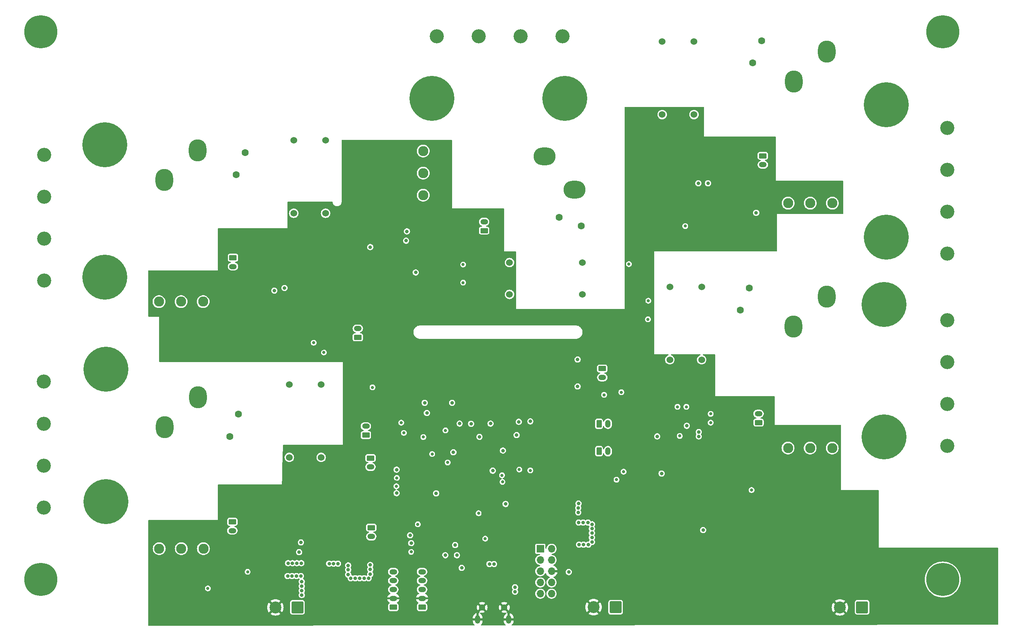
<source format=gbr>
%TF.GenerationSoftware,KiCad,Pcbnew,7.0.5*%
%TF.CreationDate,2023-06-14T16:30:09+07:00*%
%TF.ProjectId,Smart CB STM32 PCB,536d6172-7420-4434-9220-53544d333220,rev?*%
%TF.SameCoordinates,Original*%
%TF.FileFunction,Copper,L3,Inr*%
%TF.FilePolarity,Positive*%
%FSLAX46Y46*%
G04 Gerber Fmt 4.6, Leading zero omitted, Abs format (unit mm)*
G04 Created by KiCad (PCBNEW 7.0.5) date 2023-06-14 16:30:09*
%MOMM*%
%LPD*%
G01*
G04 APERTURE LIST*
G04 Aperture macros list*
%AMRoundRect*
0 Rectangle with rounded corners*
0 $1 Rounding radius*
0 $2 $3 $4 $5 $6 $7 $8 $9 X,Y pos of 4 corners*
0 Add a 4 corners polygon primitive as box body*
4,1,4,$2,$3,$4,$5,$6,$7,$8,$9,$2,$3,0*
0 Add four circle primitives for the rounded corners*
1,1,$1+$1,$2,$3*
1,1,$1+$1,$4,$5*
1,1,$1+$1,$6,$7*
1,1,$1+$1,$8,$9*
0 Add four rect primitives between the rounded corners*
20,1,$1+$1,$2,$3,$4,$5,0*
20,1,$1+$1,$4,$5,$6,$7,0*
20,1,$1+$1,$6,$7,$8,$9,0*
20,1,$1+$1,$8,$9,$2,$3,0*%
G04 Aperture macros list end*
%TA.AperFunction,ComponentPad*%
%ADD10C,2.286000*%
%TD*%
%TA.AperFunction,ComponentPad*%
%ADD11O,4.000000X5.000000*%
%TD*%
%TA.AperFunction,ComponentPad*%
%ADD12C,1.600000*%
%TD*%
%TA.AperFunction,ComponentPad*%
%ADD13C,1.524000*%
%TD*%
%TA.AperFunction,ComponentPad*%
%ADD14C,10.160000*%
%TD*%
%TA.AperFunction,ComponentPad*%
%ADD15O,3.200000X3.200000*%
%TD*%
%TA.AperFunction,ComponentPad*%
%ADD16RoundRect,0.250001X1.099999X1.099999X-1.099999X1.099999X-1.099999X-1.099999X1.099999X-1.099999X0*%
%TD*%
%TA.AperFunction,ComponentPad*%
%ADD17C,2.700000*%
%TD*%
%TA.AperFunction,ComponentPad*%
%ADD18R,1.700000X1.700000*%
%TD*%
%TA.AperFunction,ComponentPad*%
%ADD19O,1.700000X1.700000*%
%TD*%
%TA.AperFunction,ComponentPad*%
%ADD20RoundRect,0.250000X-0.625000X0.350000X-0.625000X-0.350000X0.625000X-0.350000X0.625000X0.350000X0*%
%TD*%
%TA.AperFunction,ComponentPad*%
%ADD21O,1.750000X1.200000*%
%TD*%
%TA.AperFunction,ComponentPad*%
%ADD22RoundRect,0.250000X0.625000X-0.350000X0.625000X0.350000X-0.625000X0.350000X-0.625000X-0.350000X0*%
%TD*%
%TA.AperFunction,ComponentPad*%
%ADD23O,1.200000X1.900000*%
%TD*%
%TA.AperFunction,ComponentPad*%
%ADD24C,1.450000*%
%TD*%
%TA.AperFunction,ComponentPad*%
%ADD25C,7.500000*%
%TD*%
%TA.AperFunction,ComponentPad*%
%ADD26RoundRect,0.250000X-0.350000X-0.625000X0.350000X-0.625000X0.350000X0.625000X-0.350000X0.625000X0*%
%TD*%
%TA.AperFunction,ComponentPad*%
%ADD27O,1.200000X1.750000*%
%TD*%
%TA.AperFunction,ComponentPad*%
%ADD28O,5.000000X4.000000*%
%TD*%
%TA.AperFunction,ViaPad*%
%ADD29C,0.800000*%
%TD*%
%TA.AperFunction,ViaPad*%
%ADD30C,0.700000*%
%TD*%
G04 APERTURE END LIST*
D10*
%TO.N,Net-(D35-A)*%
%TO.C,U31*%
X79750000Y-145000000D03*
%TO.N,+12V*%
X84750000Y-145000000D03*
%TO.N,Net-(D38-A)*%
X89750000Y-145000000D03*
D11*
%TO.N,Net-(J29-Pin_1)*%
X88500000Y-110750000D03*
%TO.N,/energy sensor4/Lout5*%
X81000000Y-117500000D03*
%TD*%
D12*
%TO.N,/energy sensor/Lin1*%
%TO.C,RV1*%
X170250000Y-70000000D03*
%TO.N,/energy sensor/N1*%
X175250000Y-72000000D03*
%TD*%
D13*
%TO.N,/energy sensor1/N2*%
%TO.C,U14*%
X110188000Y-52588700D03*
%TO.N,Net-(U14-In2)*%
X117388000Y-52588700D03*
%TO.N,Net-(U14-Out1)*%
X117388000Y-69088700D03*
%TO.N,Net-(U14-Out2)*%
X110188000Y-69088700D03*
%TD*%
D14*
%TO.N,/energy sensor/Lin1*%
%TO.C,J16*%
X141460000Y-43130000D03*
%TD*%
%TO.N,/energy sensor3/Lin4*%
%TO.C,J25*%
X244250000Y-74500000D03*
%TD*%
D15*
%TO.N,/energy sensor4/Lout5*%
%TO.C,U3*%
X53653000Y-107213700D03*
%TO.N,/energy sensor4/N5*%
X53653000Y-116713700D03*
X53653000Y-126213700D03*
%TO.N,/energy sensor4/Lin5*%
X53653000Y-135713700D03*
%TD*%
D14*
%TO.N,/energy sensor4/Lin5*%
%TO.C,J28*%
X67688000Y-134388700D03*
%TD*%
D16*
%TO.N,+5V*%
%TO.C,J2*%
X183000000Y-158250000D03*
D17*
%TO.N,GND*%
X178000000Y-158250000D03*
%TD*%
D10*
%TO.N,Net-(D17-A)*%
%TO.C,U16*%
X79688000Y-89088700D03*
%TO.N,+12V*%
X84688000Y-89088700D03*
%TO.N,Net-(D20-A)*%
X89688000Y-89088700D03*
D11*
%TO.N,Net-(J20-Pin_1)*%
X88438000Y-54838700D03*
%TO.N,/energy sensor1/Lout2*%
X80938000Y-61588700D03*
%TD*%
D12*
%TO.N,/energy sensor3/Lin4*%
%TO.C,RV4*%
X214025000Y-35050000D03*
%TO.N,/energy sensor3/N4*%
X216025000Y-30050000D03*
%TD*%
D18*
%TO.N,unconnected-(J4-Pin_1-Pad1)*%
%TO.C,J4*%
X165960000Y-145048700D03*
D19*
%TO.N,/SWCLK*%
X168500000Y-145048700D03*
%TO.N,unconnected-(J4-Pin_3-Pad3)*%
X165960000Y-147588700D03*
%TO.N,/SWDIO*%
X168500000Y-147588700D03*
%TO.N,unconnected-(J4-Pin_5-Pad5)*%
X165960000Y-150128700D03*
%TO.N,GND*%
X168500000Y-150128700D03*
%TO.N,unconnected-(J4-Pin_7-Pad7)*%
X165960000Y-152668700D03*
%TO.N,Net-(J4-Pin_8)*%
X168500000Y-152668700D03*
%TO.N,unconnected-(J4-Pin_9-Pad9)*%
X165960000Y-155208700D03*
%TO.N,Net-(J4-Pin_10)*%
X168500000Y-155208700D03*
%TD*%
D20*
%TO.N,/I2C1_SDA*%
%TO.C,J8*%
X179975000Y-104250000D03*
D21*
%TO.N,/I2C1_SCL*%
X179975000Y-106250000D03*
%TD*%
D15*
%TO.N,/energy sensor2/Lin3*%
%TO.C,U7*%
X258050000Y-121775000D03*
%TO.N,/energy sensor2/N3*%
X258050000Y-112275000D03*
X258050000Y-102775000D03*
%TO.N,/energy sensor2/Lout3*%
X258050000Y-93275000D03*
%TD*%
D20*
%TO.N,Net-(J18-Pin_1)*%
%TO.C,J18*%
X96438000Y-79150700D03*
D21*
%TO.N,Net-(J18-Pin_2)*%
X96438000Y-81150700D03*
%TD*%
D22*
%TO.N,/Button2*%
%TO.C,J30*%
X124675000Y-97175000D03*
D21*
%TO.N,+3.3V*%
X124675000Y-95175000D03*
%TD*%
D23*
%TO.N,GND*%
%TO.C,J5*%
X151800000Y-161008700D03*
D24*
X152800000Y-158308700D03*
X157800000Y-158308700D03*
D23*
X158800000Y-161008700D03*
%TD*%
D22*
%TO.N,Net-(J15-Pin_1)*%
%TO.C,J15*%
X153250000Y-73025000D03*
D21*
%TO.N,Net-(J15-Pin_2)*%
X153250000Y-71025000D03*
%TD*%
D22*
%TO.N,/Wifi_button*%
%TO.C,J13*%
X126500000Y-119300000D03*
D21*
%TO.N,+3.3V*%
X126500000Y-117300000D03*
%TD*%
D22*
%TO.N,+3.3V*%
%TO.C,J6*%
X132710000Y-158250000D03*
D21*
%TO.N,GND*%
X132710000Y-156250000D03*
%TO.N,+5V*%
X132710000Y-154250000D03*
%TO.N,/UART1_RX*%
X132710000Y-152250000D03*
%TO.N,/UART1_TX*%
X132710000Y-150250000D03*
%TD*%
D20*
%TO.N,Net-(J27-Pin_1)*%
%TO.C,J27*%
X96300000Y-138925000D03*
D21*
%TO.N,Net-(J27-Pin_2)*%
X96300000Y-140925000D03*
%TD*%
D20*
%TO.N,/Button6*%
%TO.C,J12*%
X127718750Y-140250000D03*
D21*
%TO.N,+3.3V*%
X127718750Y-142250000D03*
%TD*%
D25*
%TO.N,N/C*%
%TO.C,H4*%
X257000000Y-28000000D03*
%TD*%
D12*
%TO.N,/energy sensor4/Lin5*%
%TO.C,RV5*%
X95688000Y-119588700D03*
%TO.N,/energy sensor4/N5*%
X97688000Y-114588700D03*
%TD*%
D13*
%TO.N,/energy sensor/N1*%
%TO.C,U9*%
X175500000Y-80250000D03*
%TO.N,Net-(U9-In2)*%
X175500000Y-87450000D03*
%TO.N,Net-(U9-Out1)*%
X159000000Y-87450000D03*
%TO.N,Net-(U9-Out2)*%
X159000000Y-80250000D03*
%TD*%
%TO.N,/energy sensor3/N4*%
%TO.C,U24*%
X193525000Y-30250000D03*
%TO.N,Net-(U24-In2)*%
X200725000Y-30250000D03*
%TO.N,Net-(U24-Out1)*%
X200725000Y-46750000D03*
%TO.N,Net-(U24-Out2)*%
X193525000Y-46750000D03*
%TD*%
D22*
%TO.N,+3.3V*%
%TO.C,J7*%
X139210000Y-158250000D03*
D21*
%TO.N,GND*%
X139210000Y-156250000D03*
%TO.N,+5V*%
X139210000Y-154250000D03*
%TO.N,/RXD*%
X139210000Y-152250000D03*
%TO.N,/TXD*%
X139210000Y-150250000D03*
%TD*%
D14*
%TO.N,Net-(J20-Pin_1)*%
%TO.C,J20*%
X67438000Y-53588700D03*
%TD*%
D20*
%TO.N,/Button3*%
%TO.C,J9*%
X127550000Y-124500000D03*
D21*
%TO.N,+3.3V*%
X127550000Y-126500000D03*
%TD*%
D15*
%TO.N,/energy sensor3/Lin4*%
%TO.C,U6*%
X258050000Y-78250000D03*
%TO.N,/energy sensor3/N4*%
X258050000Y-68750000D03*
X258050000Y-59250000D03*
%TO.N,/energy sensor3/Lout4*%
X258050000Y-49750000D03*
%TD*%
D26*
%TO.N,/Button5*%
%TO.C,J11*%
X179250000Y-116750000D03*
D27*
%TO.N,+3.3V*%
X181250000Y-116750000D03*
%TD*%
D15*
%TO.N,/energy sensor/Lout1*%
%TO.C,U5*%
X171000000Y-29000000D03*
%TO.N,/energy sensor/N1*%
X161500000Y-29000000D03*
X152000000Y-29000000D03*
%TO.N,/energy sensor/Lin1*%
X142500000Y-29000000D03*
%TD*%
D13*
%TO.N,/energy sensor2/N3*%
%TO.C,U19*%
X195250000Y-85750000D03*
%TO.N,Net-(U19-In2)*%
X202450000Y-85750000D03*
%TO.N,Net-(U19-Out1)*%
X202450000Y-102250000D03*
%TO.N,Net-(U19-Out2)*%
X195250000Y-102250000D03*
%TD*%
D10*
%TO.N,Net-(D23-A)*%
%TO.C,U21*%
X222000000Y-122225200D03*
%TO.N,+12V*%
X227000000Y-122225200D03*
%TO.N,Net-(D26-A)*%
X232000000Y-122225200D03*
D11*
%TO.N,Net-(J23-Pin_1)*%
X230750000Y-87975200D03*
%TO.N,/energy sensor2/Lout3*%
X223250000Y-94725200D03*
%TD*%
D14*
%TO.N,Net-(J17-Pin_1)*%
%TO.C,J17*%
X171460000Y-43130000D03*
%TD*%
D25*
%TO.N,N/C*%
%TO.C,H1*%
X257000000Y-152000000D03*
%TD*%
D14*
%TO.N,Net-(J29-Pin_1)*%
%TO.C,J29*%
X67688000Y-104388700D03*
%TD*%
D13*
%TO.N,/energy sensor4/N5*%
%TO.C,U29*%
X109188000Y-107838700D03*
%TO.N,Net-(U29-In2)*%
X116388000Y-107838700D03*
%TO.N,Net-(U29-Out1)*%
X116388000Y-124338700D03*
%TO.N,Net-(U29-Out2)*%
X109188000Y-124338700D03*
%TD*%
D15*
%TO.N,/energy sensor1/Lout2*%
%TO.C,U4*%
X53688000Y-55838700D03*
%TO.N,/energy sensor1/N2*%
X53688000Y-65338700D03*
X53688000Y-74838700D03*
%TO.N,/energy sensor1/Lin2*%
X53688000Y-84338700D03*
%TD*%
D14*
%TO.N,/energy sensor2/Lin3*%
%TO.C,J22*%
X243750000Y-119750000D03*
%TD*%
%TO.N,Net-(J26-Pin_1)*%
%TO.C,J26*%
X244250000Y-44500000D03*
%TD*%
D22*
%TO.N,Net-(J21-Pin_1)*%
%TO.C,J21*%
X215323200Y-116470000D03*
D21*
%TO.N,Net-(J21-Pin_2)*%
X215323200Y-114470000D03*
%TD*%
D26*
%TO.N,/Button4*%
%TO.C,J10*%
X179250000Y-122950000D03*
D27*
%TO.N,+3.3V*%
X181250000Y-122950000D03*
%TD*%
D10*
%TO.N,Net-(D11-A)*%
%TO.C,U11*%
X139460000Y-55000000D03*
%TO.N,+12V*%
X139460000Y-60000000D03*
%TO.N,Net-(D14-A)*%
X139460000Y-65000000D03*
D28*
%TO.N,Net-(J17-Pin_1)*%
X173710000Y-63750000D03*
%TO.N,/energy sensor/Lout1*%
X166960000Y-56250000D03*
%TD*%
D12*
%TO.N,/energy sensor1/Lin2*%
%TO.C,RV2*%
X97188000Y-60338700D03*
%TO.N,/energy sensor1/N2*%
X99188000Y-55338700D03*
%TD*%
D16*
%TO.N,+3.3V*%
%TO.C,J1*%
X111027500Y-158300000D03*
D17*
%TO.N,GND*%
X106027500Y-158300000D03*
%TD*%
D14*
%TO.N,Net-(J23-Pin_1)*%
%TO.C,J23*%
X243750000Y-89750000D03*
%TD*%
D25*
%TO.N,N/C*%
%TO.C,H2*%
X53000000Y-28000000D03*
%TD*%
D10*
%TO.N,Net-(D29-A)*%
%TO.C,U26*%
X222025000Y-66800000D03*
%TO.N,+12V*%
X227025000Y-66800000D03*
%TO.N,Net-(D32-A)*%
X232025000Y-66800000D03*
D11*
%TO.N,Net-(J26-Pin_1)*%
X230775000Y-32550000D03*
%TO.N,/energy sensor3/Lout4*%
X223275000Y-39300000D03*
%TD*%
D20*
%TO.N,Net-(J24-Pin_1)*%
%TO.C,J24*%
X216300000Y-56100000D03*
D21*
%TO.N,Net-(J24-Pin_2)*%
X216300000Y-58100000D03*
%TD*%
D14*
%TO.N,/energy sensor1/Lin2*%
%TO.C,J19*%
X67438000Y-83588700D03*
%TD*%
D16*
%TO.N,+12V*%
%TO.C,J3*%
X238750000Y-158300000D03*
D17*
%TO.N,GND*%
X233750000Y-158300000D03*
%TD*%
D12*
%TO.N,/energy sensor2/Lin3*%
%TO.C,RV3*%
X211200000Y-91000000D03*
%TO.N,/energy sensor2/N3*%
X213200000Y-86000000D03*
%TD*%
D25*
%TO.N,N/C*%
%TO.C,H3*%
X53000000Y-152000000D03*
%TD*%
D29*
%TO.N,GND*%
X128500000Y-96750000D03*
X126750000Y-114500000D03*
X126750000Y-111750000D03*
X126750000Y-108500000D03*
X155250000Y-126250000D03*
X157250000Y-131000000D03*
%TO.N,/VddUSB*%
X148186000Y-149359000D03*
%TO.N,GND*%
X145500000Y-156500000D03*
X130325001Y-123000000D03*
X235600000Y-142500000D03*
X198500000Y-120250000D03*
X225000000Y-149000000D03*
X145750000Y-147250000D03*
X80000000Y-149000000D03*
X132500000Y-67300000D03*
X206500000Y-143450000D03*
X204400000Y-113300000D03*
X150250000Y-142500000D03*
X159000000Y-82500000D03*
X121400000Y-157400000D03*
X154000000Y-99000000D03*
X183937500Y-145200000D03*
X154750000Y-120500000D03*
X118250000Y-153750000D03*
X221800000Y-143600000D03*
X107250000Y-99500000D03*
X218000000Y-60500000D03*
X164000000Y-99000000D03*
X90800000Y-98300000D03*
X208100000Y-73400000D03*
X98000000Y-74000000D03*
X116900000Y-96100000D03*
X122400000Y-158800000D03*
X90250000Y-160750000D03*
X231800000Y-145500000D03*
X164000000Y-107000000D03*
X197250000Y-46750000D03*
X193000000Y-59000000D03*
X104500000Y-140000000D03*
X137500000Y-74500000D03*
X146100000Y-80100000D03*
X129500000Y-158500000D03*
X207750000Y-61750000D03*
X193000000Y-105000000D03*
X193750000Y-118000000D03*
X182250000Y-113500000D03*
X200500000Y-63750000D03*
X135750000Y-129900000D03*
X196500000Y-119750000D03*
X105000000Y-153600000D03*
X151000000Y-152250000D03*
X102750000Y-138500000D03*
X148750000Y-127000000D03*
X149250000Y-77000000D03*
X115500000Y-74000000D03*
X106000000Y-74000000D03*
X114000000Y-94000000D03*
X137500000Y-67300000D03*
X147500000Y-73250000D03*
X144000000Y-116600000D03*
X179000000Y-125500000D03*
X80000000Y-160750000D03*
X112750000Y-129000000D03*
X105400000Y-90400000D03*
X170750000Y-150000000D03*
X178750000Y-113500000D03*
X153900000Y-153200000D03*
X132750000Y-148000000D03*
X82000000Y-88750000D03*
X97000000Y-89000000D03*
X197000000Y-106750000D03*
X128249999Y-103400000D03*
X201500000Y-70400000D03*
X198600000Y-63750000D03*
X98750000Y-144500000D03*
X204000000Y-75100000D03*
X105000000Y-152600000D03*
X196400000Y-152600000D03*
X133250000Y-53500000D03*
X208200000Y-143350000D03*
X93000000Y-151200000D03*
X120750000Y-152500000D03*
X91800000Y-97200000D03*
X218000000Y-141600000D03*
X125000000Y-146000000D03*
X211300000Y-145100000D03*
X158500000Y-113000000D03*
X192600000Y-152600000D03*
X140400000Y-117200000D03*
X112500000Y-74000000D03*
X196400000Y-148600000D03*
X117000000Y-147250000D03*
X213500000Y-60500000D03*
X218000000Y-53500000D03*
X130000000Y-60000000D03*
X96500000Y-96750000D03*
X129500000Y-146000000D03*
X137500000Y-71300000D03*
X97000000Y-85000000D03*
X148750000Y-129000000D03*
X138600000Y-112000000D03*
X177000000Y-148100000D03*
X144000000Y-81100000D03*
X104000000Y-99500000D03*
X209700000Y-57100000D03*
X187037500Y-144100000D03*
X116250000Y-90362000D03*
X198250000Y-116250000D03*
X82700000Y-151800000D03*
X103750000Y-80250000D03*
X180500000Y-128400000D03*
X131175000Y-81500000D03*
X192000000Y-115000000D03*
X200750000Y-121600000D03*
X94000000Y-74000000D03*
X102750000Y-140000000D03*
X121000000Y-77000000D03*
X117000000Y-148250000D03*
X144000000Y-83500000D03*
X189750000Y-120250000D03*
X196400000Y-151600000D03*
X153100000Y-147600000D03*
X94750000Y-132000000D03*
X204000000Y-70400000D03*
X113200000Y-138800000D03*
X87250000Y-88750000D03*
X196750000Y-66200000D03*
X93000000Y-89000000D03*
X158500000Y-105500000D03*
X196500000Y-71100000D03*
X150750000Y-125250000D03*
X82250000Y-97500000D03*
X105200000Y-151200000D03*
X139500000Y-124750000D03*
X235600000Y-143500000D03*
X134400000Y-76500000D03*
X85000000Y-160750000D03*
X139000000Y-103000000D03*
X94000000Y-77000000D03*
X213750000Y-118750000D03*
X195300000Y-51700000D03*
X121000000Y-96000000D03*
X218000000Y-143600000D03*
X230750000Y-131750000D03*
X185037500Y-144100000D03*
X204400000Y-117700000D03*
X132000000Y-132500000D03*
X218000000Y-145600000D03*
X200500000Y-66200000D03*
X82250000Y-143500000D03*
X169000000Y-99000000D03*
X158500000Y-111500000D03*
X203500000Y-105000000D03*
X129250000Y-132500000D03*
X218000000Y-76500000D03*
X121000000Y-69000000D03*
X171500000Y-105250000D03*
X121400000Y-156400000D03*
X146500000Y-110700000D03*
X100250000Y-99500000D03*
X215000000Y-65250000D03*
X121000000Y-86000000D03*
X201500000Y-68100000D03*
X193000000Y-108250000D03*
X181000000Y-132750000D03*
X109250000Y-77250000D03*
X131750000Y-62250000D03*
X105000000Y-155600000D03*
X153750000Y-143750000D03*
X169000000Y-113000000D03*
X196000000Y-130500000D03*
X103300000Y-90400000D03*
X112000000Y-69000000D03*
X143600000Y-147100000D03*
X119250000Y-153750000D03*
X193000000Y-63000000D03*
X197500000Y-71750000D03*
X145400000Y-85900000D03*
X114000000Y-97500000D03*
X84700000Y-98300000D03*
X232700000Y-153700000D03*
X129500000Y-148000000D03*
X109500000Y-137000000D03*
X104200000Y-151200000D03*
X212300000Y-145100000D03*
X136000000Y-59250000D03*
X102000000Y-81500000D03*
X136500000Y-144750000D03*
X129500000Y-150000000D03*
X139000000Y-107000000D03*
X147400000Y-81000000D03*
X158500000Y-108500000D03*
X94300000Y-150100000D03*
X135000000Y-67300000D03*
X196500000Y-115250000D03*
X149300000Y-139900000D03*
X155500000Y-104100000D03*
X212500000Y-69000000D03*
X136500000Y-151000000D03*
X194500000Y-114250000D03*
X174000000Y-99000000D03*
X203500000Y-143450000D03*
X189000000Y-59000000D03*
X151750000Y-127000000D03*
X235600000Y-141500000D03*
X147500000Y-70750000D03*
X157400000Y-120400000D03*
X124750000Y-101175000D03*
X146500000Y-77000000D03*
X161000000Y-145500000D03*
X176000000Y-132750000D03*
X152000000Y-143000000D03*
X196500000Y-121250000D03*
X198500000Y-128500000D03*
X201750000Y-126250000D03*
X125000000Y-54500000D03*
X139200000Y-139000000D03*
X87250000Y-143500000D03*
X102250000Y-92750000D03*
X120250000Y-153750000D03*
X221800000Y-145600000D03*
X193000000Y-67000000D03*
X125000000Y-58500000D03*
X156700000Y-157000000D03*
X153000000Y-116600000D03*
X156800000Y-147600000D03*
X262000000Y-147000000D03*
X121750000Y-134500000D03*
X203250000Y-123050000D03*
X94000000Y-92750000D03*
X115250000Y-101500000D03*
X209750000Y-116750000D03*
X98000000Y-92750000D03*
X203500000Y-108250000D03*
X149500000Y-156500000D03*
X106900000Y-89100000D03*
X209700000Y-58400000D03*
X203050000Y-153500000D03*
X118000000Y-127000000D03*
X139000000Y-99000000D03*
X222500000Y-131750000D03*
X218000000Y-68600000D03*
X139800000Y-74600000D03*
X134250000Y-75250000D03*
X159000000Y-99000000D03*
X175900000Y-119700000D03*
X225000000Y-158000000D03*
X209700000Y-55800000D03*
X211500000Y-125250000D03*
X175525000Y-124525000D03*
X149900000Y-90600000D03*
X151000000Y-149250000D03*
X129500000Y-161000000D03*
X93000000Y-85000000D03*
X192600000Y-151600000D03*
X232700000Y-154700000D03*
X159200000Y-138400000D03*
X254000000Y-147000000D03*
X117000000Y-149250000D03*
X184800000Y-130800000D03*
X221000000Y-118750000D03*
X122750000Y-103600000D03*
X109750000Y-95750000D03*
X189000000Y-47000000D03*
X99000000Y-132000000D03*
X163000000Y-143500000D03*
X117500000Y-152500000D03*
X106200000Y-148400000D03*
X133000000Y-61250000D03*
X207100000Y-74500000D03*
X218000000Y-73800000D03*
X167000000Y-142500000D03*
X213000000Y-74500000D03*
X146500000Y-106800000D03*
X159000000Y-85250000D03*
X157000000Y-104100000D03*
X205500000Y-143450000D03*
X102000000Y-78750000D03*
X153750000Y-125250000D03*
X161000000Y-151500000D03*
X231800000Y-141500000D03*
X133000000Y-59250000D03*
X208000000Y-57100000D03*
X221800000Y-141600000D03*
X141000000Y-91000000D03*
X145000000Y-120300000D03*
X177000000Y-105250000D03*
D30*
X152500000Y-135000000D03*
D29*
X103000000Y-132000000D03*
X106750000Y-92750000D03*
X186037500Y-144100000D03*
X117500000Y-139750000D03*
X213300000Y-145100000D03*
X151750000Y-131250000D03*
X171000000Y-132750000D03*
X127500000Y-75600000D03*
X122750000Y-116700000D03*
X156400000Y-113200000D03*
X189750000Y-110000000D03*
X158500000Y-110000000D03*
X105200000Y-148400000D03*
X101250000Y-89000000D03*
X199500000Y-106750000D03*
X98000000Y-77000000D03*
X196400000Y-147600000D03*
X102750000Y-141500000D03*
X109500000Y-145750000D03*
X165500000Y-136000000D03*
X130300000Y-72900000D03*
X129500000Y-152000000D03*
X82250000Y-100750000D03*
X171500000Y-147700000D03*
X155000000Y-111000000D03*
X221800000Y-144600000D03*
X93500000Y-144500000D03*
X118000000Y-145000000D03*
X180937500Y-145200000D03*
X136000000Y-143000000D03*
X235600000Y-144500000D03*
X189750000Y-116250000D03*
X218000000Y-71400000D03*
X146210000Y-151668700D03*
X107250000Y-132000000D03*
X107200000Y-148400000D03*
X127500000Y-72900000D03*
X149200000Y-116600000D03*
X201750000Y-128500000D03*
X196400000Y-150600000D03*
X132750000Y-73250000D03*
X151000000Y-104100000D03*
X189000000Y-74000000D03*
X198500000Y-122000000D03*
X189000000Y-63000000D03*
X177000000Y-151100000D03*
X152250000Y-77000000D03*
X132000000Y-54250000D03*
X151500000Y-108000000D03*
D30*
X186700000Y-79800000D03*
D29*
X147200000Y-112000000D03*
X203000000Y-60250000D03*
X125000000Y-68750000D03*
X215000000Y-61750000D03*
X189000000Y-51000000D03*
X194750000Y-121250000D03*
X201000000Y-55750000D03*
X134000000Y-91500000D03*
X163900000Y-119500000D03*
X248000000Y-147000000D03*
X207350000Y-128550000D03*
X202500000Y-53500000D03*
X156750000Y-125250000D03*
X212500000Y-131750000D03*
X221800000Y-142600000D03*
X114250000Y-124250000D03*
X179000000Y-99000000D03*
X214000000Y-112000000D03*
X204500000Y-126250000D03*
X217500000Y-112000000D03*
X148639880Y-125400000D03*
X158500000Y-104100000D03*
X198600000Y-66200000D03*
X122000000Y-146250000D03*
X130337500Y-126500000D03*
X206100000Y-127500000D03*
X127400000Y-129900000D03*
X163900000Y-120700000D03*
X192600000Y-147600000D03*
X154750000Y-131250000D03*
X147500000Y-72000000D03*
X153400000Y-136900000D03*
X145750000Y-129000000D03*
X90000000Y-149000000D03*
X250000000Y-157000000D03*
X100250000Y-96750000D03*
X148750000Y-131250000D03*
X139500000Y-76600000D03*
X104200000Y-148400000D03*
X129500000Y-156000000D03*
X201750000Y-130500000D03*
X205250000Y-53500000D03*
X193000000Y-111000000D03*
X196700000Y-60700000D03*
X179800000Y-134800000D03*
X193000000Y-55000000D03*
X204000000Y-72700000D03*
X123600000Y-158400000D03*
X121400000Y-155500000D03*
X217250000Y-118750000D03*
X200500000Y-116250000D03*
X80000000Y-152750000D03*
X200750000Y-114000000D03*
X82250000Y-94000000D03*
X154000000Y-85250000D03*
X232700000Y-155700000D03*
X122750000Y-122000000D03*
X186000000Y-132750000D03*
X90250000Y-156500000D03*
X193000000Y-71000000D03*
X102000000Y-74000000D03*
X148000000Y-104100000D03*
X116600000Y-99700000D03*
X107000000Y-137000000D03*
X153800000Y-123000000D03*
X181937500Y-145200000D03*
X116250000Y-143750000D03*
X212000000Y-137050000D03*
X148500000Y-86000000D03*
X198500000Y-126250000D03*
X112750000Y-131000000D03*
X268000000Y-147000000D03*
X196400000Y-149600000D03*
X115500000Y-69000000D03*
X198400000Y-108800000D03*
X217367000Y-127500000D03*
X143700000Y-77000000D03*
X214000000Y-73400000D03*
X107200000Y-151200000D03*
X204000000Y-65200000D03*
X216367000Y-128650000D03*
X123200000Y-154800000D03*
X96250000Y-137000000D03*
X172000000Y-139000000D03*
X201900000Y-63900000D03*
X144000000Y-99000000D03*
X152200000Y-123400000D03*
X235600000Y-146500000D03*
X132400000Y-76500000D03*
X118000000Y-91000000D03*
X242000000Y-147000000D03*
X83800000Y-152900000D03*
X109250000Y-74000000D03*
X145750000Y-127000000D03*
X174250000Y-110000000D03*
X170500000Y-142500000D03*
X111500000Y-124250000D03*
X149750000Y-108500000D03*
X250000000Y-152000000D03*
X192600000Y-150600000D03*
X204500000Y-130500000D03*
X218000000Y-142600000D03*
X154000000Y-82250000D03*
X146500000Y-108100000D03*
X158100000Y-137500000D03*
X145500000Y-160500000D03*
X199500000Y-58000000D03*
X113750000Y-82500000D03*
X198750000Y-102250000D03*
X213750000Y-133000000D03*
X231800000Y-142500000D03*
X194750000Y-119750000D03*
X198500000Y-130500000D03*
X169500000Y-122000000D03*
X121000000Y-80000000D03*
X208000000Y-115500000D03*
X194550000Y-116600000D03*
X161250000Y-132750000D03*
X130700000Y-129900000D03*
X155000000Y-77000000D03*
X141500000Y-124750000D03*
X161000000Y-148500000D03*
X189750000Y-113000000D03*
X122400000Y-160800000D03*
X137750000Y-80750000D03*
X136400000Y-140800000D03*
X151750000Y-129000000D03*
X169000000Y-139000000D03*
X166000000Y-132750000D03*
X140400000Y-119100000D03*
X225000000Y-154000000D03*
X244000000Y-157000000D03*
X111000000Y-78250000D03*
X198250000Y-106750000D03*
X105000000Y-154600000D03*
X106200000Y-151200000D03*
X205750000Y-60250000D03*
X120000000Y-146250000D03*
X179837500Y-136900000D03*
X202200000Y-123050000D03*
X171000000Y-136000000D03*
X204500000Y-143450000D03*
X154000000Y-83750000D03*
X212000000Y-71400000D03*
X88000000Y-100250000D03*
X142400000Y-112000000D03*
X187600000Y-128400000D03*
X221800000Y-146600000D03*
X115750000Y-139750000D03*
X198200000Y-51700000D03*
X136500000Y-152750000D03*
X211250000Y-61750000D03*
X145750000Y-131250000D03*
X184000000Y-99000000D03*
X201500000Y-72700000D03*
X160600000Y-120400000D03*
X177000000Y-150100000D03*
X122200000Y-154800000D03*
X169000000Y-110000000D03*
X193350000Y-126162000D03*
X196800000Y-51700000D03*
X162500000Y-138000000D03*
X265000000Y-152000000D03*
X134400000Y-78000000D03*
X211250000Y-65250000D03*
X169000000Y-117000000D03*
X209750000Y-114250000D03*
X189750000Y-106750000D03*
X158500000Y-107000000D03*
X134000000Y-146000000D03*
X114250000Y-129000000D03*
D30*
X141200000Y-120600000D03*
D29*
X118000000Y-94000000D03*
X115500000Y-145750000D03*
X106750000Y-77250000D03*
X113100000Y-84300000D03*
X204000000Y-68100000D03*
X192600000Y-148600000D03*
X127500000Y-62000000D03*
X118000000Y-86000000D03*
X160000000Y-140500000D03*
X189000000Y-55000000D03*
X145750000Y-72000000D03*
X122750000Y-110700000D03*
X121000000Y-73000000D03*
X108200000Y-143000000D03*
X200250000Y-112500000D03*
X138200000Y-132200000D03*
X179837500Y-135900000D03*
X85600000Y-97200000D03*
X141600000Y-145600000D03*
X132600000Y-140050000D03*
X157900000Y-145300000D03*
X98750000Y-147500000D03*
X161000000Y-123500000D03*
X123000000Y-142500000D03*
X146500000Y-105500000D03*
X189000000Y-67000000D03*
X96250000Y-142750000D03*
X218000000Y-144600000D03*
X232700000Y-152700000D03*
X121538700Y-137987000D03*
X96750000Y-160750000D03*
X152500000Y-104100000D03*
X120100000Y-101700000D03*
X154000000Y-104100000D03*
X202500000Y-110500000D03*
X182937500Y-145200000D03*
X90000000Y-152000000D03*
X117750000Y-134500000D03*
X175900000Y-115800000D03*
X149500000Y-104100000D03*
X164000000Y-103000000D03*
X265000000Y-157000000D03*
X222500000Y-127500000D03*
X121000000Y-131500000D03*
X131500000Y-117825001D03*
X149000000Y-99000000D03*
X125000000Y-64500000D03*
X85000000Y-156500000D03*
X104000000Y-96750000D03*
X196750000Y-63750000D03*
X146500000Y-109400000D03*
D30*
X133250000Y-129900000D03*
D29*
X149500000Y-160500000D03*
X231800000Y-143500000D03*
X134400000Y-79500000D03*
X111250000Y-129000000D03*
X244000000Y-152000000D03*
X177000000Y-149100000D03*
X235600000Y-145500000D03*
X142600000Y-117300000D03*
X231800000Y-144500000D03*
X125000000Y-148000000D03*
X139750000Y-82500000D03*
X80000000Y-156500000D03*
X156250000Y-132000000D03*
X192600000Y-149600000D03*
X102000000Y-80000000D03*
X213500000Y-53500000D03*
X189000000Y-71000000D03*
X122400000Y-159800000D03*
X231800000Y-146500000D03*
X150000000Y-123400000D03*
X147800000Y-119600000D03*
X195750000Y-112500000D03*
X211500000Y-128250000D03*
X156100000Y-153200000D03*
X152250000Y-83750000D03*
X204250000Y-123050000D03*
X114000000Y-76000000D03*
X96750000Y-156500000D03*
X209750000Y-115500000D03*
X146500000Y-104100000D03*
X121000000Y-91000000D03*
X201500000Y-75100000D03*
X210300000Y-145100000D03*
X124000000Y-137250000D03*
X218000000Y-146600000D03*
X164000000Y-111000000D03*
X114000000Y-74000000D03*
X207750000Y-65250000D03*
X156250000Y-143750000D03*
X204500000Y-128500000D03*
X196800000Y-53500000D03*
X230750000Y-127500000D03*
%TO.N,+3.3V*%
X111900000Y-148300000D03*
X124100000Y-151700000D03*
X127100000Y-151700000D03*
X125100000Y-151700000D03*
X203900000Y-62300000D03*
X123100000Y-151700000D03*
X147100000Y-146500000D03*
X158100000Y-134900000D03*
X109800000Y-151200000D03*
X174737500Y-144100000D03*
D30*
X138250000Y-139500000D03*
D29*
X174537500Y-136800000D03*
X122500000Y-148800000D03*
X112000000Y-155500000D03*
X160600000Y-119300000D03*
X127500000Y-150800000D03*
X174600000Y-134800000D03*
X112000000Y-152500000D03*
X127500000Y-76750000D03*
X146300000Y-123200000D03*
X110800000Y-151200000D03*
X110900000Y-148300000D03*
X154700000Y-116700000D03*
X177637500Y-143500000D03*
X122500000Y-150900000D03*
X137775001Y-82500000D03*
X201800000Y-119600000D03*
X108800000Y-151200000D03*
X176837500Y-144100000D03*
X146700000Y-144200000D03*
X127500000Y-149700000D03*
X201800000Y-118600000D03*
X152200000Y-119700000D03*
X112000000Y-154500000D03*
X140300000Y-114300000D03*
X133450000Y-132450000D03*
X135800000Y-73200000D03*
X155200000Y-127355000D03*
X109900000Y-148300000D03*
X108900000Y-148300000D03*
X111800000Y-151200000D03*
D30*
X136750000Y-145750000D03*
D29*
X118200000Y-148400000D03*
X192400000Y-119600000D03*
X177637500Y-139500000D03*
X112000000Y-153500000D03*
X175637500Y-139100000D03*
X174400000Y-108300000D03*
X174537500Y-135800000D03*
X161100000Y-116300000D03*
X111400000Y-145800000D03*
X177637500Y-140500000D03*
X139800000Y-112000000D03*
X172400000Y-150300000D03*
X199100000Y-117200000D03*
X146000000Y-112000000D03*
X193400000Y-128000000D03*
X163700000Y-116200000D03*
X176737500Y-139100000D03*
X177637500Y-141500000D03*
X147700000Y-116700000D03*
X127500000Y-148700000D03*
X111800000Y-143600000D03*
X126100000Y-151700000D03*
X133450000Y-127125001D03*
X122500000Y-149800000D03*
X119200000Y-148400000D03*
X105800000Y-86600000D03*
X177637500Y-142500000D03*
X175737500Y-144100000D03*
X142400000Y-132500000D03*
X201700000Y-62300000D03*
X120200000Y-148400000D03*
X135600000Y-75300000D03*
X174400000Y-102200000D03*
X174637500Y-139100000D03*
X108100000Y-86000000D03*
%TO.N,Net-(U2-NRST)*%
X150300000Y-116750000D03*
D30*
%TO.N,/energy sensor/VP*%
X148500000Y-80700000D03*
X148500000Y-84800000D03*
%TO.N,/energy sensor2/IP*%
X204500000Y-114500000D03*
X197500000Y-119500000D03*
%TO.N,/energy sensor2/IN*%
X204500000Y-116500000D03*
%TO.N,/energy sensor2/VP*%
X199000000Y-112900000D03*
%TO.N,/energy sensor2/VN*%
X197000000Y-112900000D03*
D29*
%TO.N,+5V*%
X160250000Y-154750000D03*
X144460000Y-146500000D03*
X160250000Y-153750000D03*
%TO.N,Net-(D32-A)*%
X214800000Y-69000000D03*
D30*
%TO.N,/UART1_RX*%
X152000000Y-137000000D03*
%TO.N,Net-(U1-RXD)*%
X153500000Y-142750000D03*
D29*
%TO.N,/D+*%
X155500000Y-148500000D03*
%TO.N,/D-*%
X154450000Y-148500000D03*
D30*
%TO.N,/LED2*%
X141500000Y-123588200D03*
X128000000Y-108500000D03*
D29*
%TO.N,/BOOT0*%
X157494000Y-122814000D03*
D30*
%TO.N,Net-(U2-PB2)*%
X145000000Y-125500000D03*
%TO.N,/A2*%
X135100000Y-118800000D03*
%TO.N,/RX2*%
X139500000Y-119750000D03*
%TO.N,/TX2*%
X144500000Y-118250000D03*
%TO.N,/B2*%
X134500000Y-116500000D03*
%TO.N,/A3*%
X117000000Y-100600000D03*
%TO.N,/RX3*%
X133400000Y-130900000D03*
%TO.N,/TX3*%
X133500000Y-129000000D03*
%TO.N,/B3*%
X114700000Y-98400000D03*
%TO.N,/A4*%
X184800000Y-127600000D03*
%TO.N,/B4*%
X213750000Y-131750000D03*
X183200000Y-129400000D03*
%TO.N,/A5*%
X184300000Y-109600000D03*
X163700000Y-127300000D03*
X190300000Y-93100000D03*
%TO.N,/RX5*%
X186000000Y-80600000D03*
X157300000Y-128400000D03*
%TO.N,/TX5*%
X157400000Y-129900000D03*
X198750000Y-72000000D03*
%TO.N,/B5*%
X161200000Y-127100000D03*
X180400000Y-110200000D03*
X190400000Y-88900000D03*
%TO.N,/A6*%
X90750000Y-154000000D03*
D29*
%TO.N,/RX6*%
X136750000Y-143750000D03*
%TO.N,/TX6*%
X136500000Y-142000000D03*
D30*
%TO.N,/B6*%
X99750000Y-150250000D03*
D29*
%TO.N,Net-(U35-FB)*%
X202800000Y-140800000D03*
%TD*%
%TA.AperFunction,Conductor*%
%TO.N,GND*%
G36*
X202943039Y-45019685D02*
G01*
X202988794Y-45072489D01*
X203000000Y-45124000D01*
X203000000Y-51750000D01*
X219126000Y-51750000D01*
X219193039Y-51769685D01*
X219238794Y-51822489D01*
X219250000Y-51874000D01*
X219249999Y-61749999D01*
X219250000Y-61750000D01*
X234376000Y-61750000D01*
X234443039Y-61769685D01*
X234488794Y-61822489D01*
X234500000Y-61874000D01*
X234500000Y-69126000D01*
X234480315Y-69193039D01*
X234427511Y-69238794D01*
X234376000Y-69250000D01*
X219500000Y-69250000D01*
X219500000Y-77626000D01*
X219480315Y-77693039D01*
X219427511Y-77738794D01*
X219376000Y-77750000D01*
X191750000Y-77750000D01*
X191750000Y-101000000D01*
X194874556Y-101000000D01*
X194941595Y-101019685D01*
X194987350Y-101072489D01*
X194997294Y-101141647D01*
X194968269Y-101205203D01*
X194910553Y-101242659D01*
X194860433Y-101257863D01*
X194841427Y-101263629D01*
X194656846Y-101362291D01*
X194495063Y-101495063D01*
X194362291Y-101656846D01*
X194263629Y-101841428D01*
X194202872Y-102041715D01*
X194182359Y-102250000D01*
X194202872Y-102458284D01*
X194233250Y-102558427D01*
X194263628Y-102658569D01*
X194312766Y-102750500D01*
X194362291Y-102843153D01*
X194495063Y-103004936D01*
X194545295Y-103046160D01*
X194656850Y-103137711D01*
X194841431Y-103236372D01*
X195041714Y-103297127D01*
X195250000Y-103317641D01*
X195458286Y-103297127D01*
X195658569Y-103236372D01*
X195843150Y-103137711D01*
X196004936Y-103004936D01*
X196137711Y-102843150D01*
X196236372Y-102658569D01*
X196297127Y-102458286D01*
X196317641Y-102250000D01*
X196297127Y-102041714D01*
X196236372Y-101841431D01*
X196137711Y-101656850D01*
X196137708Y-101656846D01*
X196004936Y-101495063D01*
X195843153Y-101362291D01*
X195843151Y-101362290D01*
X195843150Y-101362289D01*
X195769974Y-101323175D01*
X195658572Y-101263629D01*
X195658569Y-101263628D01*
X195589446Y-101242659D01*
X195531010Y-101204363D01*
X195502553Y-101140551D01*
X195513114Y-101071484D01*
X195559338Y-101019090D01*
X195625444Y-101000000D01*
X202074556Y-101000000D01*
X202141595Y-101019685D01*
X202187350Y-101072489D01*
X202197294Y-101141647D01*
X202168269Y-101205203D01*
X202110553Y-101242659D01*
X202060433Y-101257863D01*
X202041427Y-101263629D01*
X201856846Y-101362291D01*
X201695063Y-101495063D01*
X201562291Y-101656846D01*
X201463629Y-101841428D01*
X201402872Y-102041715D01*
X201382359Y-102250000D01*
X201402872Y-102458284D01*
X201433250Y-102558427D01*
X201463628Y-102658569D01*
X201512766Y-102750500D01*
X201562291Y-102843153D01*
X201695063Y-103004936D01*
X201745295Y-103046160D01*
X201856850Y-103137711D01*
X202041431Y-103236372D01*
X202241714Y-103297127D01*
X202450000Y-103317641D01*
X202658286Y-103297127D01*
X202858569Y-103236372D01*
X203043150Y-103137711D01*
X203204936Y-103004936D01*
X203337711Y-102843150D01*
X203436372Y-102658569D01*
X203497127Y-102458286D01*
X203517641Y-102250000D01*
X203497127Y-102041714D01*
X203436372Y-101841431D01*
X203337711Y-101656850D01*
X203337708Y-101656846D01*
X203204936Y-101495063D01*
X203043153Y-101362291D01*
X203043151Y-101362290D01*
X203043150Y-101362289D01*
X202969973Y-101323175D01*
X202858572Y-101263629D01*
X202858569Y-101263628D01*
X202789446Y-101242659D01*
X202731010Y-101204363D01*
X202702553Y-101140551D01*
X202713114Y-101071484D01*
X202759338Y-101019090D01*
X202825444Y-101000000D01*
X205376000Y-101000000D01*
X205443039Y-101019685D01*
X205488794Y-101072489D01*
X205500000Y-101123999D01*
X205500000Y-110500000D01*
X218876000Y-110500000D01*
X218943039Y-110519685D01*
X218988794Y-110572489D01*
X219000000Y-110624000D01*
X218999999Y-116999999D01*
X219000000Y-117000000D01*
X233876000Y-117000000D01*
X233943039Y-117019685D01*
X233988794Y-117072489D01*
X233999999Y-117124000D01*
X234000000Y-131750000D01*
X242376000Y-131750000D01*
X242443039Y-131769685D01*
X242488794Y-131822489D01*
X242500000Y-131873999D01*
X242500000Y-144750000D01*
X269376000Y-144750000D01*
X269443039Y-144769685D01*
X269488794Y-144822489D01*
X269500000Y-144874000D01*
X269500000Y-162126161D01*
X269480315Y-162193200D01*
X269427511Y-162238955D01*
X269376161Y-162250161D01*
X159623534Y-162392882D01*
X159556469Y-162373285D01*
X159510646Y-162320540D01*
X159500612Y-162251395D01*
X159529555Y-162187801D01*
X159533630Y-162183312D01*
X159668592Y-162041767D01*
X159782166Y-161865042D01*
X159860244Y-161670014D01*
X159900000Y-161463737D01*
X159900000Y-161258700D01*
X159100000Y-161258700D01*
X159100000Y-160758700D01*
X159900000Y-160758700D01*
X159900000Y-160606301D01*
X159885034Y-160449577D01*
X159885033Y-160449573D01*
X159825850Y-160248013D01*
X159729586Y-160061285D01*
X159599731Y-159896162D01*
X159599728Y-159896159D01*
X159440969Y-159758594D01*
X159440958Y-159758585D01*
X159259039Y-159653555D01*
X159259032Y-159653552D01*
X159060516Y-159584844D01*
X159050000Y-159583332D01*
X159050000Y-160492589D01*
X159025543Y-160453090D01*
X158936038Y-160385499D01*
X158828160Y-160354805D01*
X158716479Y-160365154D01*
X158616078Y-160415148D01*
X158550000Y-160487630D01*
X158550000Y-159587440D01*
X158514821Y-159595975D01*
X158445030Y-159592650D01*
X158388116Y-159552121D01*
X158362148Y-159487257D01*
X158375372Y-159418650D01*
X158414463Y-159373896D01*
X158471620Y-159333873D01*
X157866252Y-158728504D01*
X157932969Y-158717938D01*
X158052923Y-158656818D01*
X158148118Y-158561623D01*
X158209238Y-158441669D01*
X158219804Y-158374951D01*
X158825173Y-158980319D01*
X158864935Y-158923535D01*
X158955517Y-158729281D01*
X158955522Y-158729267D01*
X159010995Y-158522237D01*
X159010997Y-158522227D01*
X159029679Y-158308700D01*
X159029679Y-158308699D01*
X159024543Y-158250001D01*
X176145274Y-158250001D01*
X176164152Y-158513960D01*
X176220400Y-158772528D01*
X176312884Y-159020487D01*
X176439701Y-159252735D01*
X176439706Y-159252743D01*
X176527038Y-159369406D01*
X176527039Y-159369406D01*
X177248766Y-158647678D01*
X177292316Y-158729822D01*
X177412009Y-158870735D01*
X177559195Y-158982623D01*
X177601402Y-159002150D01*
X176880592Y-159722959D01*
X176880593Y-159722960D01*
X176997256Y-159810293D01*
X176997264Y-159810298D01*
X177229513Y-159937115D01*
X177229512Y-159937115D01*
X177477471Y-160029599D01*
X177736039Y-160085847D01*
X177999999Y-160104726D01*
X178000001Y-160104726D01*
X178263960Y-160085847D01*
X178522528Y-160029599D01*
X178770487Y-159937115D01*
X179002735Y-159810298D01*
X179002736Y-159810297D01*
X179119406Y-159722959D01*
X178789538Y-159393091D01*
X181349500Y-159393091D01*
X181360123Y-159481562D01*
X181415639Y-159622342D01*
X181415640Y-159622344D01*
X181507077Y-159742922D01*
X181595926Y-159810298D01*
X181627658Y-159834361D01*
X181768436Y-159889876D01*
X181856901Y-159900500D01*
X184143098Y-159900499D01*
X184231564Y-159889876D01*
X184372342Y-159834361D01*
X184492922Y-159742922D01*
X184584361Y-159622342D01*
X184639876Y-159481564D01*
X184650500Y-159393099D01*
X184650500Y-158300001D01*
X231895274Y-158300001D01*
X231914152Y-158563960D01*
X231970400Y-158822528D01*
X232062884Y-159070487D01*
X232189701Y-159302735D01*
X232189706Y-159302743D01*
X232277038Y-159419406D01*
X232277039Y-159419406D01*
X232998766Y-158697679D01*
X233042316Y-158779822D01*
X233162009Y-158920735D01*
X233309195Y-159032623D01*
X233351402Y-159052150D01*
X232630592Y-159772959D01*
X232630593Y-159772960D01*
X232747256Y-159860293D01*
X232747264Y-159860298D01*
X232979513Y-159987115D01*
X232979512Y-159987115D01*
X233227471Y-160079599D01*
X233486039Y-160135847D01*
X233749999Y-160154726D01*
X233750001Y-160154726D01*
X234013960Y-160135847D01*
X234272528Y-160079599D01*
X234520487Y-159987115D01*
X234752735Y-159860298D01*
X234752736Y-159860297D01*
X234869406Y-159772959D01*
X234539538Y-159443091D01*
X237099500Y-159443091D01*
X237110123Y-159531562D01*
X237165639Y-159672342D01*
X237165640Y-159672344D01*
X237257077Y-159792922D01*
X237345926Y-159860298D01*
X237377658Y-159884361D01*
X237518436Y-159939876D01*
X237606901Y-159950500D01*
X239893098Y-159950499D01*
X239981564Y-159939876D01*
X240122342Y-159884361D01*
X240242922Y-159792922D01*
X240334361Y-159672342D01*
X240389876Y-159531564D01*
X240400500Y-159443099D01*
X240400499Y-157156902D01*
X240389876Y-157068436D01*
X240334361Y-156927658D01*
X240306539Y-156890969D01*
X240242922Y-156807077D01*
X240122344Y-156715640D01*
X240122342Y-156715639D01*
X239981564Y-156660124D01*
X239981561Y-156660123D01*
X239893099Y-156649500D01*
X237606908Y-156649500D01*
X237518437Y-156660123D01*
X237377657Y-156715639D01*
X237377655Y-156715640D01*
X237257077Y-156807077D01*
X237165640Y-156927655D01*
X237165638Y-156927658D01*
X237165639Y-156927658D01*
X237117501Y-157049731D01*
X237110124Y-157068437D01*
X237110123Y-157068438D01*
X237099500Y-157156900D01*
X237099500Y-159443091D01*
X234539538Y-159443091D01*
X234148609Y-159052161D01*
X234267431Y-158980669D01*
X234401658Y-158853523D01*
X234504861Y-158701308D01*
X235222959Y-159419406D01*
X235310297Y-159302736D01*
X235310298Y-159302735D01*
X235437115Y-159070487D01*
X235529599Y-158822528D01*
X235585847Y-158563960D01*
X235604726Y-158300001D01*
X235604726Y-158299998D01*
X235585847Y-158036039D01*
X235529599Y-157777471D01*
X235437115Y-157529512D01*
X235310298Y-157297264D01*
X235310293Y-157297256D01*
X235222960Y-157180593D01*
X235222959Y-157180592D01*
X234501232Y-157902319D01*
X234457684Y-157820178D01*
X234337991Y-157679265D01*
X234190805Y-157567377D01*
X234148596Y-157547849D01*
X234869406Y-156827039D01*
X234869406Y-156827038D01*
X234752743Y-156739706D01*
X234752735Y-156739701D01*
X234520486Y-156612884D01*
X234520487Y-156612884D01*
X234272528Y-156520400D01*
X234013960Y-156464152D01*
X233750001Y-156445274D01*
X233749999Y-156445274D01*
X233486039Y-156464152D01*
X233227471Y-156520400D01*
X232979512Y-156612884D01*
X232747264Y-156739701D01*
X232630593Y-156827039D01*
X233351391Y-157547837D01*
X233232569Y-157619331D01*
X233098342Y-157746477D01*
X232995138Y-157898692D01*
X232277039Y-157180593D01*
X232189701Y-157297264D01*
X232062884Y-157529512D01*
X231970400Y-157777471D01*
X231914152Y-158036039D01*
X231895274Y-158299998D01*
X231895274Y-158300001D01*
X184650500Y-158300001D01*
X184650499Y-157106902D01*
X184639876Y-157018436D01*
X184584361Y-156877658D01*
X184584359Y-156877655D01*
X184492922Y-156757077D01*
X184372344Y-156665640D01*
X184372342Y-156665639D01*
X184231564Y-156610124D01*
X184231561Y-156610123D01*
X184143099Y-156599500D01*
X181856908Y-156599500D01*
X181768437Y-156610123D01*
X181627657Y-156665639D01*
X181627655Y-156665640D01*
X181507077Y-156757077D01*
X181415640Y-156877655D01*
X181415638Y-156877658D01*
X181415639Y-156877658D01*
X181377798Y-156973619D01*
X181360124Y-157018437D01*
X181360123Y-157018438D01*
X181349500Y-157106900D01*
X181349500Y-159393091D01*
X178789538Y-159393091D01*
X178398609Y-159002161D01*
X178517431Y-158930669D01*
X178651658Y-158803523D01*
X178754861Y-158651308D01*
X179472959Y-159369406D01*
X179560297Y-159252736D01*
X179560298Y-159252735D01*
X179687115Y-159020487D01*
X179779599Y-158772528D01*
X179835847Y-158513960D01*
X179854726Y-158250001D01*
X179854726Y-158249998D01*
X179835847Y-157986039D01*
X179779599Y-157727471D01*
X179687115Y-157479512D01*
X179560298Y-157247264D01*
X179560293Y-157247256D01*
X179472960Y-157130593D01*
X179472959Y-157130592D01*
X178751232Y-157852319D01*
X178707684Y-157770178D01*
X178587991Y-157629265D01*
X178440805Y-157517377D01*
X178398596Y-157497849D01*
X179119406Y-156777039D01*
X179119406Y-156777038D01*
X179002743Y-156689706D01*
X179002735Y-156689701D01*
X178770486Y-156562884D01*
X178770487Y-156562884D01*
X178522528Y-156470400D01*
X178263960Y-156414152D01*
X178000001Y-156395274D01*
X177999999Y-156395274D01*
X177736039Y-156414152D01*
X177477471Y-156470400D01*
X177229512Y-156562884D01*
X176997264Y-156689701D01*
X176880593Y-156777039D01*
X177601391Y-157497837D01*
X177482569Y-157569331D01*
X177348342Y-157696477D01*
X177245137Y-157848692D01*
X176527039Y-157130593D01*
X176439701Y-157247264D01*
X176312884Y-157479512D01*
X176220400Y-157727471D01*
X176164152Y-157986039D01*
X176145274Y-158249998D01*
X176145274Y-158250001D01*
X159024543Y-158250001D01*
X159010997Y-158095172D01*
X159010995Y-158095162D01*
X158955522Y-157888132D01*
X158955518Y-157888123D01*
X158864933Y-157693862D01*
X158825173Y-157637078D01*
X158219804Y-158242447D01*
X158209238Y-158175731D01*
X158148118Y-158055777D01*
X158052923Y-157960582D01*
X157932969Y-157899462D01*
X157866251Y-157888895D01*
X158471620Y-157283525D01*
X158414839Y-157243767D01*
X158220576Y-157153181D01*
X158220567Y-157153177D01*
X158013537Y-157097704D01*
X158013527Y-157097702D01*
X157800001Y-157079021D01*
X157799999Y-157079021D01*
X157586472Y-157097702D01*
X157586462Y-157097704D01*
X157379432Y-157153177D01*
X157379423Y-157153181D01*
X157185158Y-157243768D01*
X157128378Y-157283524D01*
X157733748Y-157888894D01*
X157667031Y-157899462D01*
X157547077Y-157960582D01*
X157451882Y-158055777D01*
X157390762Y-158175731D01*
X157380195Y-158242449D01*
X156774824Y-157637078D01*
X156735068Y-157693858D01*
X156644481Y-157888123D01*
X156644477Y-157888132D01*
X156589004Y-158095162D01*
X156589002Y-158095172D01*
X156570321Y-158308699D01*
X156570321Y-158308700D01*
X156589002Y-158522227D01*
X156589004Y-158522237D01*
X156644477Y-158729267D01*
X156644481Y-158729276D01*
X156735067Y-158923539D01*
X156774825Y-158980320D01*
X157380195Y-158374950D01*
X157390762Y-158441669D01*
X157451882Y-158561623D01*
X157547077Y-158656818D01*
X157667031Y-158717938D01*
X157733747Y-158728504D01*
X157128378Y-159333873D01*
X157185160Y-159373633D01*
X157379423Y-159464218D01*
X157379432Y-159464222D01*
X157586462Y-159519695D01*
X157586472Y-159519697D01*
X157799999Y-159538379D01*
X157800001Y-159538379D01*
X158013527Y-159519697D01*
X158013534Y-159519696D01*
X158134643Y-159487245D01*
X158204493Y-159488908D01*
X158262356Y-159528070D01*
X158289860Y-159592299D01*
X158278274Y-159661201D01*
X158238665Y-159708027D01*
X158076376Y-159823593D01*
X158076374Y-159823595D01*
X157931407Y-159975632D01*
X157817833Y-160152357D01*
X157739755Y-160347385D01*
X157700000Y-160553662D01*
X157700000Y-160758700D01*
X158500000Y-160758700D01*
X158500000Y-161258700D01*
X157700000Y-161258700D01*
X157700000Y-161411098D01*
X157714965Y-161567822D01*
X157714966Y-161567826D01*
X157774149Y-161769386D01*
X157870413Y-161956114D01*
X158000268Y-162121237D01*
X158000272Y-162121241D01*
X158064968Y-162177301D01*
X158102742Y-162236080D01*
X158102742Y-162305949D01*
X158064967Y-162364727D01*
X158001411Y-162393752D01*
X157983926Y-162395014D01*
X152614844Y-162401995D01*
X152547779Y-162382398D01*
X152501956Y-162329653D01*
X152491922Y-162260508D01*
X152520865Y-162196914D01*
X152524940Y-162192425D01*
X152668592Y-162041767D01*
X152782166Y-161865042D01*
X152860244Y-161670014D01*
X152900000Y-161463737D01*
X152900000Y-161258700D01*
X152100000Y-161258700D01*
X152100000Y-160758700D01*
X152900000Y-160758700D01*
X152900000Y-160606301D01*
X152885034Y-160449577D01*
X152885033Y-160449573D01*
X152825850Y-160248013D01*
X152729586Y-160061285D01*
X152599731Y-159896162D01*
X152599728Y-159896159D01*
X152440969Y-159758594D01*
X152440958Y-159758585D01*
X152358528Y-159710995D01*
X152310312Y-159660428D01*
X152297089Y-159591821D01*
X152323057Y-159526956D01*
X152379971Y-159486428D01*
X152449762Y-159483103D01*
X152452621Y-159483833D01*
X152586462Y-159519695D01*
X152586472Y-159519697D01*
X152799999Y-159538379D01*
X152800001Y-159538379D01*
X153013527Y-159519697D01*
X153013537Y-159519695D01*
X153220567Y-159464222D01*
X153220581Y-159464217D01*
X153414835Y-159373635D01*
X153471620Y-159333873D01*
X152866252Y-158728504D01*
X152932969Y-158717938D01*
X153052923Y-158656818D01*
X153148118Y-158561623D01*
X153209238Y-158441669D01*
X153219804Y-158374951D01*
X153825173Y-158980319D01*
X153864935Y-158923535D01*
X153955517Y-158729281D01*
X153955522Y-158729267D01*
X154010995Y-158522237D01*
X154010997Y-158522227D01*
X154029679Y-158308700D01*
X154029679Y-158308699D01*
X154010997Y-158095172D01*
X154010995Y-158095162D01*
X153955522Y-157888132D01*
X153955518Y-157888123D01*
X153864933Y-157693862D01*
X153825173Y-157637078D01*
X153219804Y-158242447D01*
X153209238Y-158175731D01*
X153148118Y-158055777D01*
X153052923Y-157960582D01*
X152932969Y-157899462D01*
X152866251Y-157888895D01*
X153471620Y-157283525D01*
X153414839Y-157243767D01*
X153220576Y-157153181D01*
X153220567Y-157153177D01*
X153013537Y-157097704D01*
X153013527Y-157097702D01*
X152800001Y-157079021D01*
X152799999Y-157079021D01*
X152586472Y-157097702D01*
X152586462Y-157097704D01*
X152379432Y-157153177D01*
X152379423Y-157153181D01*
X152185158Y-157243768D01*
X152128378Y-157283524D01*
X152733748Y-157888894D01*
X152667031Y-157899462D01*
X152547077Y-157960582D01*
X152451882Y-158055777D01*
X152390762Y-158175731D01*
X152380195Y-158242449D01*
X151774824Y-157637078D01*
X151735068Y-157693858D01*
X151644481Y-157888123D01*
X151644477Y-157888132D01*
X151589004Y-158095162D01*
X151589002Y-158095172D01*
X151570321Y-158308699D01*
X151570321Y-158308700D01*
X151589002Y-158522227D01*
X151589004Y-158522237D01*
X151644477Y-158729267D01*
X151644481Y-158729276D01*
X151735067Y-158923539D01*
X151774825Y-158980320D01*
X152380195Y-158374950D01*
X152390762Y-158441669D01*
X152451882Y-158561623D01*
X152547077Y-158656818D01*
X152667031Y-158717938D01*
X152733747Y-158728504D01*
X152128378Y-159333873D01*
X152176528Y-159367588D01*
X152220153Y-159422165D01*
X152227345Y-159491664D01*
X152195823Y-159554018D01*
X152135593Y-159589432D01*
X152065778Y-159586661D01*
X152064850Y-159586344D01*
X152060519Y-159584845D01*
X152060515Y-159584844D01*
X152050000Y-159583332D01*
X152050000Y-160492589D01*
X152025543Y-160453090D01*
X151936038Y-160385499D01*
X151828160Y-160354805D01*
X151716479Y-160365154D01*
X151616078Y-160415148D01*
X151550000Y-160487630D01*
X151550000Y-159587440D01*
X151549999Y-159587440D01*
X151438594Y-159614468D01*
X151438582Y-159614472D01*
X151247497Y-159701737D01*
X151247496Y-159701738D01*
X151076380Y-159823589D01*
X151076374Y-159823595D01*
X150931407Y-159975632D01*
X150817833Y-160152357D01*
X150739755Y-160347385D01*
X150700000Y-160553662D01*
X150700000Y-160758700D01*
X151500000Y-160758700D01*
X151500000Y-161258700D01*
X150700000Y-161258700D01*
X150700000Y-161411098D01*
X150714965Y-161567822D01*
X150714966Y-161567826D01*
X150774149Y-161769386D01*
X150870413Y-161956114D01*
X151000268Y-162121237D01*
X151000271Y-162121240D01*
X151075457Y-162186389D01*
X151113231Y-162245167D01*
X151113231Y-162315037D01*
X151075457Y-162373815D01*
X151011901Y-162402840D01*
X150994415Y-162404102D01*
X77634417Y-162499500D01*
X77374000Y-162499500D01*
X77306961Y-162479815D01*
X77261206Y-162427011D01*
X77250000Y-162375500D01*
X77250000Y-158300001D01*
X104172774Y-158300001D01*
X104191652Y-158563960D01*
X104247900Y-158822528D01*
X104340384Y-159070487D01*
X104467201Y-159302735D01*
X104467206Y-159302743D01*
X104554538Y-159419405D01*
X104554539Y-159419406D01*
X105276266Y-158697679D01*
X105319816Y-158779822D01*
X105439509Y-158920735D01*
X105586695Y-159032623D01*
X105628902Y-159052150D01*
X104908092Y-159772959D01*
X104908093Y-159772960D01*
X105024756Y-159860293D01*
X105024764Y-159860298D01*
X105257013Y-159987115D01*
X105257012Y-159987115D01*
X105504971Y-160079599D01*
X105763539Y-160135847D01*
X106027499Y-160154726D01*
X106027501Y-160154726D01*
X106291460Y-160135847D01*
X106550028Y-160079599D01*
X106797987Y-159987115D01*
X107030235Y-159860298D01*
X107030236Y-159860297D01*
X107146906Y-159772959D01*
X106817038Y-159443091D01*
X109377000Y-159443091D01*
X109387623Y-159531562D01*
X109443139Y-159672342D01*
X109443140Y-159672344D01*
X109534577Y-159792922D01*
X109623426Y-159860298D01*
X109655158Y-159884361D01*
X109795936Y-159939876D01*
X109884401Y-159950500D01*
X112170598Y-159950499D01*
X112259064Y-159939876D01*
X112399842Y-159884361D01*
X112520422Y-159792922D01*
X112611861Y-159672342D01*
X112667376Y-159531564D01*
X112678000Y-159443099D01*
X112677999Y-157156902D01*
X112667376Y-157068436D01*
X112611861Y-156927658D01*
X112584039Y-156890969D01*
X112520422Y-156807077D01*
X112399844Y-156715640D01*
X112399842Y-156715639D01*
X112259064Y-156660124D01*
X112259061Y-156660123D01*
X112170599Y-156649500D01*
X109884408Y-156649500D01*
X109795937Y-156660123D01*
X109655157Y-156715639D01*
X109655155Y-156715640D01*
X109534577Y-156807077D01*
X109443140Y-156927655D01*
X109443138Y-156927658D01*
X109443139Y-156927658D01*
X109395001Y-157049731D01*
X109387624Y-157068437D01*
X109387623Y-157068438D01*
X109377000Y-157156900D01*
X109377000Y-159443091D01*
X106817038Y-159443091D01*
X106426109Y-159052161D01*
X106544931Y-158980669D01*
X106679158Y-158853523D01*
X106782361Y-158701308D01*
X107500459Y-159419406D01*
X107587797Y-159302736D01*
X107587798Y-159302735D01*
X107714615Y-159070487D01*
X107807099Y-158822528D01*
X107863347Y-158563960D01*
X107882226Y-158300001D01*
X107882226Y-158299998D01*
X107863347Y-158036039D01*
X107807099Y-157777471D01*
X107714615Y-157529512D01*
X107587798Y-157297264D01*
X107587793Y-157297256D01*
X107500460Y-157180593D01*
X107500459Y-157180592D01*
X106778732Y-157902319D01*
X106735184Y-157820178D01*
X106615491Y-157679265D01*
X106468305Y-157567377D01*
X106426096Y-157547849D01*
X107146906Y-156827039D01*
X107146906Y-156827038D01*
X107030243Y-156739706D01*
X107030235Y-156739701D01*
X106797986Y-156612884D01*
X106797987Y-156612884D01*
X106550028Y-156520400D01*
X106291460Y-156464152D01*
X106027501Y-156445274D01*
X106027499Y-156445274D01*
X105763539Y-156464152D01*
X105504971Y-156520400D01*
X105257012Y-156612884D01*
X105024764Y-156739701D01*
X104908093Y-156827039D01*
X105628891Y-157547837D01*
X105510069Y-157619331D01*
X105375842Y-157746477D01*
X105272638Y-157898691D01*
X104554539Y-157180593D01*
X104467201Y-157297264D01*
X104340384Y-157529512D01*
X104247900Y-157777471D01*
X104191652Y-158036039D01*
X104172774Y-158299998D01*
X104172774Y-158300001D01*
X77250000Y-158300001D01*
X77250000Y-154000000D01*
X90094722Y-154000000D01*
X90113762Y-154156818D01*
X90163001Y-154286648D01*
X90169780Y-154304523D01*
X90259517Y-154434530D01*
X90377760Y-154539283D01*
X90377762Y-154539284D01*
X90517634Y-154612696D01*
X90671014Y-154650500D01*
X90671015Y-154650500D01*
X90828985Y-154650500D01*
X90982365Y-154612696D01*
X91042512Y-154581128D01*
X91122240Y-154539283D01*
X91240483Y-154434530D01*
X91330220Y-154304523D01*
X91386237Y-154156818D01*
X91405278Y-154000000D01*
X91394204Y-153908792D01*
X91386237Y-153843181D01*
X91333072Y-153702998D01*
X91330220Y-153695477D01*
X91240483Y-153565470D01*
X91122240Y-153460717D01*
X91122238Y-153460716D01*
X91122237Y-153460715D01*
X90982365Y-153387303D01*
X90828986Y-153349500D01*
X90828985Y-153349500D01*
X90671015Y-153349500D01*
X90671014Y-153349500D01*
X90517634Y-153387303D01*
X90377762Y-153460715D01*
X90259516Y-153565471D01*
X90169781Y-153695475D01*
X90169780Y-153695476D01*
X90113762Y-153843181D01*
X90094722Y-153999999D01*
X90094722Y-154000000D01*
X77250000Y-154000000D01*
X77250000Y-151850968D01*
X77250265Y-151845239D01*
X77250500Y-151842705D01*
X77250500Y-151200000D01*
X108094355Y-151200000D01*
X108114859Y-151368869D01*
X108114860Y-151368874D01*
X108175182Y-151527931D01*
X108205723Y-151572176D01*
X108271817Y-151667929D01*
X108377505Y-151761560D01*
X108399150Y-151780736D01*
X108532966Y-151850968D01*
X108549775Y-151859790D01*
X108714944Y-151900500D01*
X108885056Y-151900500D01*
X109050225Y-151859790D01*
X109169355Y-151797265D01*
X109200845Y-151780738D01*
X109200846Y-151780736D01*
X109200852Y-151780734D01*
X109217773Y-151765742D01*
X109281004Y-151736022D01*
X109350267Y-151745204D01*
X109382224Y-151765741D01*
X109399148Y-151780734D01*
X109399150Y-151780735D01*
X109399154Y-151780738D01*
X109532966Y-151850968D01*
X109549775Y-151859790D01*
X109714944Y-151900500D01*
X109885056Y-151900500D01*
X110050225Y-151859790D01*
X110169355Y-151797265D01*
X110200845Y-151780738D01*
X110200846Y-151780736D01*
X110200852Y-151780734D01*
X110217773Y-151765742D01*
X110281004Y-151736022D01*
X110350267Y-151745204D01*
X110382224Y-151765741D01*
X110399148Y-151780734D01*
X110399150Y-151780735D01*
X110399154Y-151780738D01*
X110532966Y-151850968D01*
X110549775Y-151859790D01*
X110714944Y-151900500D01*
X110885056Y-151900500D01*
X111050225Y-151859790D01*
X111169355Y-151797265D01*
X111200845Y-151780738D01*
X111200846Y-151780736D01*
X111200852Y-151780734D01*
X111217773Y-151765742D01*
X111281004Y-151736022D01*
X111350267Y-151745204D01*
X111382224Y-151765741D01*
X111399148Y-151780734D01*
X111399150Y-151780735D01*
X111399151Y-151780736D01*
X111463870Y-151814703D01*
X111514083Y-151863288D01*
X111530058Y-151931307D01*
X111506723Y-151997165D01*
X111488473Y-152017315D01*
X111471816Y-152032071D01*
X111375182Y-152172068D01*
X111314860Y-152331125D01*
X111314859Y-152331130D01*
X111294355Y-152499999D01*
X111314859Y-152668869D01*
X111314860Y-152668874D01*
X111375182Y-152827931D01*
X111445332Y-152929559D01*
X111467215Y-152995913D01*
X111449750Y-153063565D01*
X111445332Y-153070439D01*
X111375183Y-153172068D01*
X111375182Y-153172068D01*
X111314860Y-153331125D01*
X111314859Y-153331130D01*
X111294355Y-153500000D01*
X111314859Y-153668869D01*
X111314860Y-153668874D01*
X111375182Y-153827931D01*
X111445332Y-153929560D01*
X111467215Y-153995915D01*
X111449750Y-154063566D01*
X111445332Y-154070440D01*
X111375183Y-154172068D01*
X111375182Y-154172068D01*
X111314860Y-154331125D01*
X111314859Y-154331130D01*
X111294355Y-154500000D01*
X111314859Y-154668869D01*
X111314860Y-154668874D01*
X111375182Y-154827931D01*
X111445332Y-154929560D01*
X111467215Y-154995915D01*
X111449750Y-155063566D01*
X111445332Y-155070440D01*
X111375183Y-155172068D01*
X111375182Y-155172068D01*
X111314860Y-155331125D01*
X111314859Y-155331130D01*
X111294355Y-155500000D01*
X111314859Y-155668869D01*
X111314860Y-155668874D01*
X111375182Y-155827931D01*
X111407672Y-155875000D01*
X111471817Y-155967929D01*
X111548490Y-156035855D01*
X111599150Y-156080736D01*
X111694448Y-156130752D01*
X111749775Y-156159790D01*
X111914944Y-156200500D01*
X112085056Y-156200500D01*
X112250225Y-156159790D01*
X112369325Y-156097281D01*
X112400849Y-156080736D01*
X112400850Y-156080734D01*
X112400852Y-156080734D01*
X112491982Y-156000000D01*
X131359632Y-156000000D01*
X132430440Y-156000000D01*
X132391722Y-156042059D01*
X132341449Y-156156670D01*
X132331114Y-156281395D01*
X132361837Y-156402719D01*
X132425394Y-156500000D01*
X131363742Y-156500000D01*
X131390770Y-156611409D01*
X131478040Y-156802507D01*
X131599889Y-156973619D01*
X131599895Y-156973625D01*
X131751932Y-157118592D01*
X131857834Y-157186650D01*
X131903589Y-157239454D01*
X131913533Y-157308612D01*
X131884509Y-157372168D01*
X131836288Y-157406319D01*
X131812660Y-157415637D01*
X131812658Y-157415638D01*
X131692077Y-157507077D01*
X131600639Y-157627656D01*
X131545122Y-157768438D01*
X131539188Y-157817853D01*
X131534500Y-157856898D01*
X131534500Y-158643102D01*
X131536800Y-158662253D01*
X131545122Y-158731561D01*
X131545122Y-158731563D01*
X131545123Y-158731564D01*
X131561277Y-158772528D01*
X131600639Y-158872343D01*
X131692077Y-158992922D01*
X131812656Y-159084360D01*
X131812657Y-159084360D01*
X131812658Y-159084361D01*
X131953436Y-159139877D01*
X132041898Y-159150500D01*
X132041903Y-159150500D01*
X133378097Y-159150500D01*
X133378102Y-159150500D01*
X133466564Y-159139877D01*
X133607342Y-159084361D01*
X133727922Y-158992922D01*
X133819361Y-158872342D01*
X133874877Y-158731564D01*
X133885500Y-158643102D01*
X133885500Y-157856898D01*
X133874877Y-157768436D01*
X133819361Y-157627658D01*
X133819360Y-157627657D01*
X133819360Y-157627656D01*
X133727922Y-157507077D01*
X133607342Y-157415638D01*
X133588118Y-157408058D01*
X133532973Y-157365152D01*
X133509780Y-157299245D01*
X133525900Y-157231260D01*
X133576217Y-157182783D01*
X133576790Y-157182486D01*
X133582412Y-157179587D01*
X133747537Y-157049731D01*
X133747540Y-157049728D01*
X133885105Y-156890969D01*
X133885114Y-156890958D01*
X133990144Y-156709039D01*
X133990147Y-156709032D01*
X134058855Y-156510517D01*
X134058855Y-156510515D01*
X134060368Y-156500000D01*
X132989560Y-156500000D01*
X133028278Y-156457941D01*
X133078551Y-156343330D01*
X133088886Y-156218605D01*
X133058163Y-156097281D01*
X132994606Y-156000000D01*
X134056257Y-156000000D01*
X137859632Y-156000000D01*
X138930440Y-156000000D01*
X138891722Y-156042059D01*
X138841449Y-156156670D01*
X138831114Y-156281395D01*
X138861837Y-156402719D01*
X138925394Y-156500000D01*
X137863742Y-156500000D01*
X137890770Y-156611409D01*
X137978040Y-156802507D01*
X138099889Y-156973619D01*
X138099895Y-156973625D01*
X138251932Y-157118592D01*
X138357834Y-157186650D01*
X138403589Y-157239454D01*
X138413533Y-157308612D01*
X138384509Y-157372168D01*
X138336288Y-157406319D01*
X138312660Y-157415637D01*
X138312658Y-157415638D01*
X138192077Y-157507077D01*
X138100639Y-157627656D01*
X138045122Y-157768438D01*
X138039188Y-157817853D01*
X138034500Y-157856898D01*
X138034500Y-158643102D01*
X138036800Y-158662253D01*
X138045122Y-158731561D01*
X138045122Y-158731563D01*
X138045123Y-158731564D01*
X138061277Y-158772528D01*
X138100639Y-158872343D01*
X138192077Y-158992922D01*
X138312656Y-159084360D01*
X138312657Y-159084360D01*
X138312658Y-159084361D01*
X138453436Y-159139877D01*
X138541898Y-159150500D01*
X138541903Y-159150500D01*
X139878097Y-159150500D01*
X139878102Y-159150500D01*
X139966564Y-159139877D01*
X140107342Y-159084361D01*
X140227922Y-158992922D01*
X140319361Y-158872342D01*
X140374877Y-158731564D01*
X140385500Y-158643102D01*
X140385500Y-157856898D01*
X140374877Y-157768436D01*
X140319361Y-157627658D01*
X140319360Y-157627657D01*
X140319360Y-157627656D01*
X140227922Y-157507077D01*
X140107342Y-157415638D01*
X140088118Y-157408058D01*
X140032973Y-157365152D01*
X140009780Y-157299245D01*
X140025900Y-157231260D01*
X140076217Y-157182783D01*
X140076790Y-157182486D01*
X140082412Y-157179587D01*
X140247537Y-157049731D01*
X140247540Y-157049728D01*
X140385105Y-156890969D01*
X140385114Y-156890958D01*
X140490144Y-156709039D01*
X140490147Y-156709032D01*
X140558855Y-156510517D01*
X140558855Y-156510515D01*
X140560368Y-156500000D01*
X139489560Y-156500000D01*
X139528278Y-156457941D01*
X139578551Y-156343330D01*
X139588886Y-156218605D01*
X139558163Y-156097281D01*
X139494606Y-156000000D01*
X140556257Y-156000000D01*
X140529229Y-155888590D01*
X140441959Y-155697492D01*
X140320110Y-155526380D01*
X140320104Y-155526374D01*
X140168067Y-155381407D01*
X139991340Y-155267832D01*
X139951789Y-155251998D01*
X139896868Y-155208807D01*
X139874016Y-155142780D01*
X139890489Y-155074880D01*
X139935874Y-155029495D01*
X140017216Y-154982533D01*
X140157888Y-154855871D01*
X140234807Y-154750000D01*
X159544355Y-154750000D01*
X159564859Y-154918869D01*
X159564860Y-154918874D01*
X159625182Y-155077931D01*
X159664471Y-155134850D01*
X159721817Y-155217929D01*
X159819816Y-155304748D01*
X159849150Y-155330736D01*
X159945696Y-155381407D01*
X159999775Y-155409790D01*
X160164944Y-155450500D01*
X160335056Y-155450500D01*
X160500225Y-155409790D01*
X160579692Y-155368081D01*
X160650849Y-155330736D01*
X160650850Y-155330734D01*
X160650852Y-155330734D01*
X160778183Y-155217929D01*
X160784553Y-155208700D01*
X164804571Y-155208700D01*
X164824244Y-155421010D01*
X164868493Y-155576528D01*
X164882596Y-155626092D01*
X164882596Y-155626094D01*
X164977632Y-155816953D01*
X165033108Y-155890414D01*
X165106128Y-155987107D01*
X165263698Y-156130752D01*
X165444981Y-156242998D01*
X165643802Y-156320021D01*
X165853390Y-156359200D01*
X165853392Y-156359200D01*
X166066608Y-156359200D01*
X166066610Y-156359200D01*
X166276198Y-156320021D01*
X166475019Y-156242998D01*
X166656302Y-156130752D01*
X166813872Y-155987107D01*
X166942366Y-155816955D01*
X166977355Y-155746687D01*
X167037403Y-155626094D01*
X167037403Y-155626093D01*
X167037405Y-155626089D01*
X167095756Y-155421010D01*
X167106529Y-155304747D01*
X167132315Y-155239811D01*
X167176869Y-155207894D01*
X167140497Y-155187031D01*
X167108307Y-155125018D01*
X167106529Y-155112651D01*
X167105849Y-155105313D01*
X167095756Y-154996390D01*
X167037405Y-154791311D01*
X167037403Y-154791306D01*
X167037403Y-154791305D01*
X166942367Y-154600446D01*
X166813872Y-154430293D01*
X166719921Y-154344645D01*
X166656302Y-154286648D01*
X166475019Y-154174402D01*
X166475017Y-154174401D01*
X166375608Y-154135890D01*
X166276198Y-154097379D01*
X166079385Y-154060588D01*
X166017106Y-154028921D01*
X165981833Y-153968608D01*
X165984767Y-153898800D01*
X166024976Y-153841660D01*
X166079384Y-153816811D01*
X166276198Y-153780021D01*
X166475019Y-153702998D01*
X166656302Y-153590752D01*
X166813872Y-153447107D01*
X166942366Y-153276955D01*
X166962827Y-153235864D01*
X167037403Y-153086094D01*
X167037403Y-153086093D01*
X167037405Y-153086089D01*
X167095756Y-152881010D01*
X167106529Y-152764747D01*
X167132315Y-152699811D01*
X167176869Y-152667894D01*
X167140497Y-152647031D01*
X167108307Y-152585018D01*
X167106529Y-152572651D01*
X167102559Y-152529807D01*
X167095756Y-152456390D01*
X167037405Y-152251311D01*
X167037403Y-152251306D01*
X167037403Y-152251305D01*
X166942367Y-152060446D01*
X166813872Y-151890293D01*
X166808389Y-151885295D01*
X166656302Y-151746648D01*
X166475019Y-151634402D01*
X166475017Y-151634401D01*
X166375608Y-151595890D01*
X166276198Y-151557379D01*
X166079385Y-151520588D01*
X166017106Y-151488921D01*
X165981833Y-151428608D01*
X165984767Y-151358800D01*
X166024976Y-151301660D01*
X166079384Y-151276811D01*
X166276198Y-151240021D01*
X166475019Y-151162998D01*
X166656302Y-151050752D01*
X166813872Y-150907107D01*
X166942366Y-150736955D01*
X167009325Y-150602481D01*
X167056825Y-150551248D01*
X167124488Y-150533826D01*
X167190828Y-150555751D01*
X167232705Y-150605351D01*
X167326399Y-150806278D01*
X167461894Y-150999782D01*
X167628917Y-151166805D01*
X167822421Y-151302300D01*
X168021573Y-151395166D01*
X168074012Y-151441338D01*
X168093164Y-151508532D01*
X168072948Y-151575413D01*
X168019783Y-151620748D01*
X168013968Y-151623172D01*
X168006771Y-151625960D01*
X167984982Y-151634401D01*
X167984980Y-151634402D01*
X167803699Y-151746647D01*
X167646127Y-151890293D01*
X167517632Y-152060446D01*
X167422596Y-152251305D01*
X167422596Y-152251307D01*
X167364244Y-152456389D01*
X167353471Y-152572651D01*
X167327685Y-152637588D01*
X167283130Y-152669504D01*
X167319503Y-152690368D01*
X167351693Y-152752381D01*
X167353470Y-152764747D01*
X167364244Y-152881010D01*
X167420060Y-153077181D01*
X167422596Y-153086092D01*
X167422596Y-153086094D01*
X167517632Y-153276953D01*
X167627786Y-153422819D01*
X167646128Y-153447107D01*
X167803698Y-153590752D01*
X167984981Y-153702998D01*
X168183802Y-153780021D01*
X168380613Y-153816811D01*
X168442893Y-153848479D01*
X168478166Y-153908792D01*
X168475232Y-153978600D01*
X168435023Y-154035740D01*
X168380613Y-154060588D01*
X168183802Y-154097379D01*
X168183799Y-154097379D01*
X168183799Y-154097380D01*
X167984982Y-154174401D01*
X167984980Y-154174402D01*
X167803699Y-154286647D01*
X167646127Y-154430293D01*
X167517632Y-154600446D01*
X167422596Y-154791305D01*
X167422596Y-154791307D01*
X167364244Y-154996389D01*
X167353471Y-155112651D01*
X167327685Y-155177588D01*
X167283130Y-155209504D01*
X167319503Y-155230368D01*
X167351693Y-155292381D01*
X167353470Y-155304747D01*
X167364244Y-155421010D01*
X167408493Y-155576528D01*
X167422596Y-155626092D01*
X167422596Y-155626094D01*
X167517632Y-155816953D01*
X167573108Y-155890414D01*
X167646128Y-155987107D01*
X167803698Y-156130752D01*
X167984981Y-156242998D01*
X168183802Y-156320021D01*
X168393390Y-156359200D01*
X168393392Y-156359200D01*
X168606608Y-156359200D01*
X168606610Y-156359200D01*
X168816198Y-156320021D01*
X169015019Y-156242998D01*
X169196302Y-156130752D01*
X169353872Y-155987107D01*
X169482366Y-155816955D01*
X169517355Y-155746687D01*
X169577403Y-155626094D01*
X169577403Y-155626093D01*
X169577405Y-155626089D01*
X169635756Y-155421010D01*
X169655429Y-155208700D01*
X169635756Y-154996390D01*
X169577405Y-154791311D01*
X169577403Y-154791306D01*
X169577403Y-154791305D01*
X169482367Y-154600446D01*
X169353872Y-154430293D01*
X169259921Y-154344645D01*
X169196302Y-154286648D01*
X169015019Y-154174402D01*
X169015017Y-154174401D01*
X168915608Y-154135890D01*
X168816198Y-154097379D01*
X168619385Y-154060588D01*
X168557106Y-154028921D01*
X168521833Y-153968608D01*
X168524767Y-153898800D01*
X168564976Y-153841660D01*
X168619384Y-153816811D01*
X168816198Y-153780021D01*
X169015019Y-153702998D01*
X169196302Y-153590752D01*
X169353872Y-153447107D01*
X169482366Y-153276955D01*
X169502827Y-153235864D01*
X169577403Y-153086094D01*
X169577403Y-153086093D01*
X169577405Y-153086089D01*
X169635756Y-152881010D01*
X169655429Y-152668700D01*
X169635756Y-152456390D01*
X169577405Y-152251311D01*
X169577403Y-152251306D01*
X169577403Y-152251305D01*
X169482367Y-152060446D01*
X169436720Y-152000000D01*
X252944615Y-152000000D01*
X252964143Y-152397497D01*
X252964143Y-152397503D01*
X252964144Y-152397505D01*
X253022537Y-152791162D01*
X253119239Y-153177216D01*
X253253312Y-153551927D01*
X253253313Y-153551929D01*
X253423471Y-153911698D01*
X253623794Y-154245915D01*
X253628071Y-154253051D01*
X253840355Y-154539284D01*
X253865149Y-154572714D01*
X254132409Y-154867590D01*
X254427285Y-155134850D01*
X254427291Y-155134855D01*
X254746949Y-155371929D01*
X254746951Y-155371930D01*
X255088301Y-155576528D01*
X255088304Y-155576529D01*
X255088305Y-155576530D01*
X255448071Y-155746687D01*
X255822784Y-155880761D01*
X256208834Y-155977462D01*
X256602503Y-156035857D01*
X257000000Y-156055385D01*
X257397497Y-156035857D01*
X257791166Y-155977462D01*
X258177216Y-155880761D01*
X258551929Y-155746687D01*
X258911695Y-155576530D01*
X259253051Y-155371929D01*
X259572709Y-155134855D01*
X259867590Y-154867590D01*
X260134855Y-154572709D01*
X260371929Y-154253051D01*
X260576530Y-153911695D01*
X260746687Y-153551929D01*
X260880761Y-153177216D01*
X260977462Y-152791166D01*
X261035857Y-152397497D01*
X261055385Y-152000000D01*
X261035857Y-151602503D01*
X260977462Y-151208834D01*
X260880761Y-150822784D01*
X260746687Y-150448071D01*
X260576530Y-150088305D01*
X260557653Y-150056811D01*
X260419866Y-149826927D01*
X260371929Y-149746949D01*
X260134855Y-149427291D01*
X260130801Y-149422818D01*
X259867590Y-149132409D01*
X259572714Y-148865149D01*
X259568782Y-148862233D01*
X259253051Y-148628071D01*
X259253048Y-148628069D01*
X258911698Y-148423471D01*
X258551929Y-148253313D01*
X258551927Y-148253312D01*
X258177216Y-148119239D01*
X257791162Y-148022537D01*
X257397505Y-147964144D01*
X257397503Y-147964143D01*
X257397497Y-147964143D01*
X257000000Y-147944615D01*
X256602503Y-147964143D01*
X256602497Y-147964143D01*
X256602494Y-147964144D01*
X256208837Y-148022537D01*
X255822783Y-148119239D01*
X255448072Y-148253312D01*
X255448070Y-148253313D01*
X255088301Y-148423471D01*
X254746951Y-148628069D01*
X254427285Y-148865149D01*
X254132409Y-149132409D01*
X253865149Y-149427285D01*
X253628069Y-149746951D01*
X253423471Y-150088301D01*
X253253313Y-150448070D01*
X253253312Y-150448072D01*
X253119239Y-150822783D01*
X253022537Y-151208837D01*
X252964742Y-151598464D01*
X252964143Y-151602503D01*
X252944615Y-152000000D01*
X169436720Y-152000000D01*
X169353872Y-151890293D01*
X169348389Y-151885295D01*
X169196302Y-151746648D01*
X169015019Y-151634402D01*
X169015014Y-151634400D01*
X169008129Y-151631732D01*
X168986037Y-151623174D01*
X168930636Y-151580603D01*
X168907045Y-151514836D01*
X168922756Y-151446756D01*
X168972779Y-151397976D01*
X168978426Y-151395166D01*
X169177578Y-151302299D01*
X169371082Y-151166805D01*
X169538105Y-150999782D01*
X169673600Y-150806278D01*
X169773429Y-150592192D01*
X169773432Y-150592186D01*
X169830636Y-150378700D01*
X168933686Y-150378700D01*
X168959493Y-150338544D01*
X168970810Y-150300000D01*
X171694355Y-150300000D01*
X171714859Y-150468869D01*
X171714860Y-150468874D01*
X171775182Y-150627931D01*
X171837475Y-150718177D01*
X171871817Y-150767929D01*
X171933735Y-150822783D01*
X171999150Y-150880736D01*
X172149773Y-150959789D01*
X172149775Y-150959790D01*
X172314944Y-151000500D01*
X172485056Y-151000500D01*
X172650225Y-150959790D01*
X172750605Y-150907106D01*
X172800849Y-150880736D01*
X172800850Y-150880734D01*
X172800852Y-150880734D01*
X172928183Y-150767929D01*
X173024818Y-150627930D01*
X173085140Y-150468872D01*
X173105645Y-150300000D01*
X173085140Y-150131128D01*
X173024818Y-149972070D01*
X173023525Y-149970197D01*
X172953583Y-149868869D01*
X172928183Y-149832071D01*
X172800852Y-149719266D01*
X172800849Y-149719263D01*
X172650226Y-149640210D01*
X172485056Y-149599500D01*
X172314944Y-149599500D01*
X172149773Y-149640210D01*
X171999150Y-149719263D01*
X171871816Y-149832072D01*
X171775182Y-149972068D01*
X171714860Y-150131125D01*
X171714859Y-150131130D01*
X171694355Y-150300000D01*
X168970810Y-150300000D01*
X169000000Y-150200589D01*
X169000000Y-150056811D01*
X168959493Y-149918856D01*
X168933686Y-149878700D01*
X169830636Y-149878700D01*
X169830635Y-149878699D01*
X169773432Y-149665213D01*
X169773429Y-149665207D01*
X169673600Y-149451122D01*
X169673599Y-149451120D01*
X169538113Y-149257626D01*
X169538108Y-149257620D01*
X169371082Y-149090594D01*
X169177578Y-148955099D01*
X168978426Y-148862233D01*
X168925987Y-148816060D01*
X168906835Y-148748867D01*
X168927051Y-148681986D01*
X168980216Y-148636651D01*
X168986005Y-148634237D01*
X169015019Y-148622998D01*
X169196302Y-148510752D01*
X169353872Y-148367107D01*
X169482366Y-148196955D01*
X169494758Y-148172068D01*
X169577403Y-148006094D01*
X169577403Y-148006093D01*
X169577405Y-148006089D01*
X169635756Y-147801010D01*
X169655429Y-147588700D01*
X169635756Y-147376390D01*
X169577405Y-147171311D01*
X169577403Y-147171306D01*
X169577403Y-147171305D01*
X169482367Y-146980446D01*
X169353872Y-146810293D01*
X169196302Y-146666648D01*
X169015019Y-146554402D01*
X169015017Y-146554401D01*
X168915608Y-146515890D01*
X168816198Y-146477379D01*
X168619385Y-146440588D01*
X168557106Y-146408921D01*
X168521833Y-146348608D01*
X168524767Y-146278800D01*
X168564976Y-146221660D01*
X168619384Y-146196811D01*
X168816198Y-146160021D01*
X169015019Y-146082998D01*
X169196302Y-145970752D01*
X169353872Y-145827107D01*
X169482366Y-145656955D01*
X169514121Y-145593182D01*
X169577403Y-145466094D01*
X169577403Y-145466093D01*
X169577405Y-145466089D01*
X169635756Y-145261010D01*
X169655429Y-145048700D01*
X169635756Y-144836390D01*
X169577405Y-144631311D01*
X169577403Y-144631306D01*
X169577403Y-144631305D01*
X169482367Y-144440446D01*
X169353872Y-144270293D01*
X169303997Y-144224826D01*
X169196302Y-144126648D01*
X169015019Y-144014402D01*
X169015017Y-144014401D01*
X168895052Y-143967927D01*
X168816198Y-143937379D01*
X168606610Y-143898200D01*
X168393390Y-143898200D01*
X168183802Y-143937379D01*
X168183799Y-143937379D01*
X168183799Y-143937380D01*
X167984982Y-144014401D01*
X167984980Y-144014402D01*
X167803699Y-144126647D01*
X167646127Y-144270293D01*
X167517632Y-144440446D01*
X167422596Y-144631305D01*
X167422596Y-144631307D01*
X167364244Y-144836389D01*
X167357970Y-144904094D01*
X167332183Y-144969031D01*
X167275383Y-145009718D01*
X167205602Y-145013238D01*
X167144995Y-144978472D01*
X167112806Y-144916459D01*
X167110499Y-144892652D01*
X167110499Y-144153843D01*
X167110499Y-144153836D01*
X167110497Y-144153817D01*
X167107586Y-144128712D01*
X167107585Y-144128710D01*
X167107585Y-144128709D01*
X167062206Y-144025935D01*
X166982765Y-143946494D01*
X166962124Y-143937380D01*
X166879992Y-143901115D01*
X166854865Y-143898200D01*
X165065143Y-143898200D01*
X165065117Y-143898202D01*
X165040012Y-143901113D01*
X165040008Y-143901115D01*
X164937235Y-143946493D01*
X164857794Y-144025934D01*
X164812415Y-144128706D01*
X164812415Y-144128708D01*
X164809500Y-144153831D01*
X164809500Y-145943556D01*
X164809502Y-145943582D01*
X164812413Y-145968687D01*
X164812415Y-145968691D01*
X164857793Y-146071464D01*
X164857794Y-146071465D01*
X164937235Y-146150906D01*
X165040009Y-146196285D01*
X165065135Y-146199200D01*
X165793758Y-146199199D01*
X165860795Y-146218883D01*
X165906550Y-146271687D01*
X165916494Y-146340846D01*
X165887469Y-146404402D01*
X165828691Y-146442176D01*
X165816542Y-146445088D01*
X165760116Y-146455635D01*
X165643802Y-146477379D01*
X165643800Y-146477379D01*
X165643798Y-146477380D01*
X165444982Y-146554401D01*
X165444980Y-146554402D01*
X165263699Y-146666647D01*
X165106127Y-146810293D01*
X164977632Y-146980446D01*
X164882596Y-147171305D01*
X164882596Y-147171307D01*
X164882594Y-147171311D01*
X164882595Y-147171311D01*
X164824244Y-147376390D01*
X164804571Y-147588700D01*
X164824244Y-147801010D01*
X164870660Y-147964144D01*
X164882596Y-148006092D01*
X164882596Y-148006094D01*
X164977632Y-148196953D01*
X165106127Y-148367106D01*
X165106128Y-148367107D01*
X165263698Y-148510752D01*
X165444981Y-148622998D01*
X165643802Y-148700021D01*
X165840613Y-148736811D01*
X165902893Y-148768479D01*
X165938166Y-148828792D01*
X165935232Y-148898600D01*
X165895023Y-148955740D01*
X165840613Y-148980588D01*
X165643802Y-149017379D01*
X165643799Y-149017379D01*
X165643799Y-149017380D01*
X165444982Y-149094401D01*
X165444980Y-149094402D01*
X165263699Y-149206647D01*
X165106127Y-149350293D01*
X164977632Y-149520446D01*
X164882596Y-149711305D01*
X164882596Y-149711307D01*
X164824244Y-149916389D01*
X164813909Y-150027930D01*
X164804571Y-150128700D01*
X164824244Y-150341010D01*
X164861534Y-150472070D01*
X164882596Y-150546092D01*
X164882596Y-150546094D01*
X164977632Y-150736953D01*
X165106127Y-150907106D01*
X165106128Y-150907107D01*
X165263698Y-151050752D01*
X165444981Y-151162998D01*
X165643802Y-151240021D01*
X165840613Y-151276811D01*
X165902893Y-151308479D01*
X165938166Y-151368792D01*
X165935232Y-151438600D01*
X165895023Y-151495740D01*
X165840613Y-151520588D01*
X165643802Y-151557379D01*
X165643799Y-151557379D01*
X165643799Y-151557380D01*
X165444982Y-151634401D01*
X165444980Y-151634402D01*
X165263699Y-151746647D01*
X165106127Y-151890293D01*
X164977632Y-152060446D01*
X164882596Y-152251305D01*
X164882596Y-152251307D01*
X164824244Y-152456389D01*
X164817442Y-152529802D01*
X164804571Y-152668700D01*
X164824244Y-152881010D01*
X164880060Y-153077181D01*
X164882596Y-153086092D01*
X164882596Y-153086094D01*
X164977632Y-153276953D01*
X165087786Y-153422819D01*
X165106128Y-153447107D01*
X165263698Y-153590752D01*
X165444981Y-153702998D01*
X165643802Y-153780021D01*
X165840613Y-153816811D01*
X165902893Y-153848479D01*
X165938166Y-153908792D01*
X165935232Y-153978600D01*
X165895023Y-154035740D01*
X165840613Y-154060588D01*
X165643802Y-154097379D01*
X165643799Y-154097379D01*
X165643799Y-154097380D01*
X165444982Y-154174401D01*
X165444980Y-154174402D01*
X165263699Y-154286647D01*
X165106127Y-154430293D01*
X164977632Y-154600446D01*
X164882596Y-154791305D01*
X164882596Y-154791307D01*
X164828187Y-154982533D01*
X164824244Y-154996390D01*
X164804571Y-155208700D01*
X160784553Y-155208700D01*
X160874818Y-155077930D01*
X160935140Y-154918872D01*
X160955645Y-154750000D01*
X160935140Y-154581128D01*
X160874818Y-154422070D01*
X160804666Y-154320437D01*
X160782784Y-154254086D01*
X160800249Y-154186435D01*
X160804652Y-154179581D01*
X160874818Y-154077930D01*
X160935140Y-153918872D01*
X160955645Y-153750000D01*
X160935140Y-153581128D01*
X160874818Y-153422070D01*
X160778183Y-153282071D01*
X160653382Y-153171507D01*
X160650849Y-153169263D01*
X160500226Y-153090210D01*
X160335056Y-153049500D01*
X160164944Y-153049500D01*
X159999773Y-153090210D01*
X159849150Y-153169263D01*
X159721816Y-153282072D01*
X159625182Y-153422068D01*
X159564860Y-153581125D01*
X159564859Y-153581130D01*
X159544355Y-153749999D01*
X159564859Y-153918869D01*
X159564860Y-153918874D01*
X159625182Y-154077931D01*
X159695332Y-154179560D01*
X159717215Y-154245915D01*
X159699750Y-154313566D01*
X159695332Y-154320440D01*
X159625183Y-154422068D01*
X159625182Y-154422068D01*
X159564860Y-154581125D01*
X159564859Y-154581130D01*
X159544355Y-154750000D01*
X140234807Y-154750000D01*
X140269151Y-154702730D01*
X140346144Y-154529803D01*
X140385500Y-154344646D01*
X140385500Y-154155354D01*
X140346144Y-153970197D01*
X140323292Y-153918872D01*
X140269151Y-153797270D01*
X140269148Y-153797265D01*
X140157888Y-153644129D01*
X140098607Y-153590752D01*
X140017216Y-153517467D01*
X139853284Y-153422821D01*
X139853277Y-153422818D01*
X139684351Y-153367931D01*
X139626675Y-153328494D01*
X139599477Y-153264135D01*
X139611392Y-153195289D01*
X139658636Y-153143813D01*
X139684351Y-153132069D01*
X139687980Y-153130889D01*
X139853284Y-153077179D01*
X140017216Y-152982533D01*
X140157888Y-152855871D01*
X140269151Y-152702730D01*
X140346144Y-152529803D01*
X140385500Y-152344646D01*
X140385500Y-152155354D01*
X140346144Y-151970197D01*
X140298544Y-151863288D01*
X140269151Y-151797270D01*
X140269148Y-151797265D01*
X140157888Y-151644129D01*
X140117020Y-151607331D01*
X140017216Y-151517467D01*
X139853284Y-151422821D01*
X139853277Y-151422818D01*
X139684351Y-151367931D01*
X139626675Y-151328494D01*
X139599477Y-151264135D01*
X139611392Y-151195289D01*
X139658636Y-151143813D01*
X139684351Y-151132069D01*
X139723770Y-151119261D01*
X139853284Y-151077179D01*
X140017216Y-150982533D01*
X140157888Y-150855871D01*
X140269151Y-150702730D01*
X140346144Y-150529803D01*
X140385500Y-150344646D01*
X140385500Y-150155354D01*
X140346144Y-149970197D01*
X140335137Y-149945476D01*
X140269151Y-149797270D01*
X140269148Y-149797265D01*
X140157888Y-149644129D01*
X140157767Y-149644020D01*
X140017216Y-149517467D01*
X139853284Y-149422821D01*
X139853277Y-149422818D01*
X139673259Y-149364327D01*
X139673256Y-149364326D01*
X139622581Y-149359000D01*
X147480355Y-149359000D01*
X147500859Y-149527869D01*
X147500860Y-149527874D01*
X147561182Y-149686931D01*
X147602610Y-149746949D01*
X147657817Y-149826929D01*
X147716255Y-149878700D01*
X147785150Y-149939736D01*
X147905118Y-150002700D01*
X147935775Y-150018790D01*
X148100944Y-150059500D01*
X148271056Y-150059500D01*
X148436225Y-150018790D01*
X148531335Y-149968872D01*
X148586849Y-149939736D01*
X148586850Y-149939734D01*
X148586852Y-149939734D01*
X148714183Y-149826929D01*
X148810818Y-149686930D01*
X148871140Y-149527872D01*
X148891645Y-149359000D01*
X148871140Y-149190128D01*
X148859634Y-149159790D01*
X148829654Y-149080738D01*
X148810818Y-149031070D01*
X148808651Y-149027931D01*
X148767887Y-148968874D01*
X148714183Y-148891071D01*
X148586852Y-148778266D01*
X148586849Y-148778263D01*
X148436226Y-148699210D01*
X148271056Y-148658500D01*
X148100944Y-148658500D01*
X147935773Y-148699210D01*
X147785150Y-148778263D01*
X147657816Y-148891072D01*
X147561182Y-149031068D01*
X147500860Y-149190125D01*
X147500859Y-149190130D01*
X147480355Y-149359000D01*
X139622581Y-149359000D01*
X139532192Y-149349500D01*
X138887808Y-149349500D01*
X138746744Y-149364326D01*
X138746741Y-149364326D01*
X138746740Y-149364327D01*
X138566722Y-149422818D01*
X138566715Y-149422821D01*
X138402785Y-149517466D01*
X138262111Y-149644129D01*
X138150851Y-149797265D01*
X138150848Y-149797270D01*
X138073857Y-149970192D01*
X138073855Y-149970197D01*
X138034500Y-150155354D01*
X138034500Y-150344645D01*
X138073855Y-150529802D01*
X138073857Y-150529807D01*
X138150848Y-150702729D01*
X138150851Y-150702734D01*
X138238072Y-150822783D01*
X138262112Y-150855871D01*
X138402784Y-150982533D01*
X138566716Y-151077179D01*
X138566721Y-151077180D01*
X138566722Y-151077181D01*
X138735648Y-151132069D01*
X138793324Y-151171507D01*
X138820522Y-151235865D01*
X138808607Y-151304712D01*
X138761363Y-151356187D01*
X138735648Y-151367931D01*
X138566722Y-151422818D01*
X138566715Y-151422821D01*
X138402785Y-151517466D01*
X138262111Y-151644129D01*
X138150851Y-151797265D01*
X138150848Y-151797270D01*
X138073857Y-151970192D01*
X138073855Y-151970197D01*
X138034500Y-152155354D01*
X138034500Y-152344645D01*
X138073855Y-152529802D01*
X138073857Y-152529807D01*
X138150848Y-152702729D01*
X138150851Y-152702734D01*
X138241812Y-152827931D01*
X138262112Y-152855871D01*
X138402784Y-152982533D01*
X138566716Y-153077179D01*
X138566718Y-153077179D01*
X138566721Y-153077181D01*
X138594147Y-153086092D01*
X138735649Y-153132069D01*
X138793323Y-153171505D01*
X138820522Y-153235864D01*
X138808608Y-153304710D01*
X138761364Y-153356186D01*
X138735649Y-153367930D01*
X138566719Y-153422819D01*
X138566715Y-153422821D01*
X138402785Y-153517466D01*
X138262111Y-153644129D01*
X138150851Y-153797265D01*
X138150848Y-153797270D01*
X138073857Y-153970192D01*
X138073855Y-153970197D01*
X138034500Y-154155354D01*
X138034500Y-154344645D01*
X138073855Y-154529802D01*
X138073857Y-154529807D01*
X138150848Y-154702729D01*
X138150851Y-154702734D01*
X138241812Y-154827931D01*
X138262112Y-154855871D01*
X138402784Y-154982533D01*
X138484527Y-155029727D01*
X138532742Y-155080293D01*
X138545966Y-155148900D01*
X138519998Y-155213765D01*
X138479347Y-155247329D01*
X138337589Y-155320410D01*
X138172462Y-155450268D01*
X138172459Y-155450271D01*
X138034894Y-155609030D01*
X138034885Y-155609041D01*
X137929855Y-155790960D01*
X137929852Y-155790967D01*
X137861144Y-155989482D01*
X137861144Y-155989484D01*
X137859632Y-156000000D01*
X134056257Y-156000000D01*
X134029229Y-155888590D01*
X133941959Y-155697492D01*
X133820110Y-155526380D01*
X133820104Y-155526374D01*
X133668067Y-155381407D01*
X133491340Y-155267832D01*
X133451789Y-155251998D01*
X133396868Y-155208807D01*
X133374016Y-155142780D01*
X133390489Y-155074880D01*
X133435874Y-155029495D01*
X133517216Y-154982533D01*
X133657888Y-154855871D01*
X133769151Y-154702730D01*
X133846144Y-154529803D01*
X133885500Y-154344646D01*
X133885500Y-154155354D01*
X133846144Y-153970197D01*
X133823292Y-153918872D01*
X133769151Y-153797270D01*
X133769148Y-153797265D01*
X133657888Y-153644129D01*
X133598607Y-153590752D01*
X133517216Y-153517467D01*
X133353284Y-153422821D01*
X133353280Y-153422819D01*
X133184350Y-153367930D01*
X133126675Y-153328492D01*
X133099477Y-153264133D01*
X133111392Y-153195287D01*
X133158636Y-153143811D01*
X133184343Y-153132071D01*
X133353284Y-153077179D01*
X133517216Y-152982533D01*
X133657888Y-152855871D01*
X133769151Y-152702730D01*
X133846144Y-152529803D01*
X133885500Y-152344646D01*
X133885500Y-152155354D01*
X133846144Y-151970197D01*
X133798544Y-151863288D01*
X133769151Y-151797270D01*
X133769148Y-151797265D01*
X133657888Y-151644129D01*
X133617020Y-151607331D01*
X133517216Y-151517467D01*
X133353284Y-151422821D01*
X133353277Y-151422818D01*
X133184351Y-151367931D01*
X133126675Y-151328494D01*
X133099477Y-151264135D01*
X133111392Y-151195289D01*
X133158636Y-151143813D01*
X133184351Y-151132069D01*
X133223770Y-151119261D01*
X133353284Y-151077179D01*
X133517216Y-150982533D01*
X133657888Y-150855871D01*
X133769151Y-150702730D01*
X133846144Y-150529803D01*
X133885500Y-150344646D01*
X133885500Y-150155354D01*
X133846144Y-149970197D01*
X133835137Y-149945476D01*
X133769151Y-149797270D01*
X133769148Y-149797265D01*
X133657888Y-149644129D01*
X133657767Y-149644020D01*
X133517216Y-149517467D01*
X133353284Y-149422821D01*
X133353277Y-149422818D01*
X133173259Y-149364327D01*
X133173256Y-149364326D01*
X133032192Y-149349500D01*
X132387808Y-149349500D01*
X132246744Y-149364326D01*
X132246741Y-149364326D01*
X132246740Y-149364327D01*
X132066722Y-149422818D01*
X132066715Y-149422821D01*
X131902785Y-149517466D01*
X131762111Y-149644129D01*
X131650851Y-149797265D01*
X131650848Y-149797270D01*
X131573857Y-149970192D01*
X131573855Y-149970197D01*
X131534500Y-150155354D01*
X131534500Y-150344645D01*
X131573855Y-150529802D01*
X131573857Y-150529807D01*
X131650848Y-150702729D01*
X131650851Y-150702734D01*
X131738072Y-150822783D01*
X131762112Y-150855871D01*
X131902784Y-150982533D01*
X132066716Y-151077179D01*
X132066721Y-151077180D01*
X132066722Y-151077181D01*
X132235648Y-151132069D01*
X132293324Y-151171507D01*
X132320522Y-151235865D01*
X132308607Y-151304712D01*
X132261363Y-151356187D01*
X132235648Y-151367931D01*
X132066722Y-151422818D01*
X132066715Y-151422821D01*
X131902785Y-151517466D01*
X131762111Y-151644129D01*
X131650851Y-151797265D01*
X131650848Y-151797270D01*
X131573857Y-151970192D01*
X131573855Y-151970197D01*
X131534500Y-152155354D01*
X131534500Y-152344645D01*
X131573855Y-152529802D01*
X131573857Y-152529807D01*
X131650848Y-152702729D01*
X131650851Y-152702734D01*
X131741812Y-152827931D01*
X131762112Y-152855871D01*
X131902784Y-152982533D01*
X132066716Y-153077179D01*
X132066721Y-153077180D01*
X132066722Y-153077181D01*
X132235648Y-153132069D01*
X132293324Y-153171507D01*
X132320522Y-153235865D01*
X132308607Y-153304712D01*
X132261363Y-153356187D01*
X132235648Y-153367931D01*
X132066722Y-153422818D01*
X132066715Y-153422821D01*
X131902785Y-153517466D01*
X131762111Y-153644129D01*
X131650851Y-153797265D01*
X131650848Y-153797270D01*
X131573857Y-153970192D01*
X131573855Y-153970197D01*
X131534500Y-154155354D01*
X131534500Y-154344645D01*
X131573855Y-154529802D01*
X131573857Y-154529807D01*
X131650848Y-154702729D01*
X131650851Y-154702734D01*
X131741812Y-154827931D01*
X131762112Y-154855871D01*
X131902784Y-154982533D01*
X131984527Y-155029727D01*
X132032742Y-155080293D01*
X132045966Y-155148900D01*
X132019998Y-155213765D01*
X131979347Y-155247329D01*
X131837589Y-155320410D01*
X131672462Y-155450268D01*
X131672459Y-155450271D01*
X131534894Y-155609030D01*
X131534885Y-155609041D01*
X131429855Y-155790960D01*
X131429852Y-155790967D01*
X131361144Y-155989482D01*
X131361144Y-155989484D01*
X131359632Y-156000000D01*
X112491982Y-156000000D01*
X112528183Y-155967929D01*
X112624818Y-155827930D01*
X112685140Y-155668872D01*
X112705645Y-155500000D01*
X112685140Y-155331128D01*
X112624818Y-155172070D01*
X112554666Y-155070437D01*
X112532784Y-155004086D01*
X112550249Y-154936435D01*
X112554652Y-154929581D01*
X112624818Y-154827930D01*
X112685140Y-154668872D01*
X112705645Y-154500000D01*
X112685140Y-154331128D01*
X112624818Y-154172070D01*
X112554666Y-154070437D01*
X112532784Y-154004086D01*
X112550249Y-153936435D01*
X112554652Y-153929581D01*
X112624818Y-153827930D01*
X112685140Y-153668872D01*
X112705645Y-153500000D01*
X112685140Y-153331128D01*
X112624818Y-153172070D01*
X112624429Y-153171507D01*
X112554667Y-153070439D01*
X112532784Y-153004085D01*
X112550249Y-152936433D01*
X112554657Y-152929574D01*
X112624818Y-152827930D01*
X112685140Y-152668872D01*
X112705645Y-152500000D01*
X112685140Y-152331128D01*
X112624818Y-152172070D01*
X112621958Y-152167927D01*
X112547768Y-152060445D01*
X112528183Y-152032071D01*
X112400852Y-151919266D01*
X112365097Y-151900500D01*
X112336127Y-151885295D01*
X112285915Y-151836710D01*
X112269941Y-151768691D01*
X112293277Y-151702833D01*
X112311524Y-151682687D01*
X112328183Y-151667929D01*
X112424818Y-151527930D01*
X112485140Y-151368872D01*
X112505645Y-151200000D01*
X112485140Y-151031128D01*
X112473524Y-151000500D01*
X112446957Y-150930447D01*
X112435410Y-150900000D01*
X121794355Y-150900000D01*
X121814859Y-151068869D01*
X121814860Y-151068874D01*
X121875182Y-151227931D01*
X121926516Y-151302300D01*
X121971817Y-151367929D01*
X122054679Y-151441338D01*
X122099150Y-151480736D01*
X122249774Y-151559790D01*
X122281788Y-151567680D01*
X122300028Y-151572176D01*
X122360410Y-151607331D01*
X122392199Y-151669550D01*
X122394355Y-151692573D01*
X122394355Y-151699999D01*
X122414859Y-151868869D01*
X122414860Y-151868874D01*
X122475182Y-152027931D01*
X122497626Y-152060446D01*
X122571817Y-152167929D01*
X122665932Y-152251307D01*
X122699150Y-152280736D01*
X122841637Y-152355519D01*
X122849775Y-152359790D01*
X123014944Y-152400500D01*
X123185056Y-152400500D01*
X123350225Y-152359790D01*
X123439547Y-152312909D01*
X123500845Y-152280738D01*
X123500846Y-152280736D01*
X123500852Y-152280734D01*
X123517773Y-152265742D01*
X123581004Y-152236022D01*
X123650267Y-152245204D01*
X123682224Y-152265741D01*
X123699148Y-152280734D01*
X123699150Y-152280735D01*
X123699154Y-152280738D01*
X123841637Y-152355519D01*
X123849775Y-152359790D01*
X124014944Y-152400500D01*
X124185056Y-152400500D01*
X124350225Y-152359790D01*
X124439547Y-152312909D01*
X124500845Y-152280738D01*
X124500846Y-152280736D01*
X124500852Y-152280734D01*
X124517773Y-152265742D01*
X124581004Y-152236022D01*
X124650267Y-152245204D01*
X124682224Y-152265741D01*
X124699148Y-152280734D01*
X124699150Y-152280735D01*
X124699154Y-152280738D01*
X124841637Y-152355519D01*
X124849775Y-152359790D01*
X125014944Y-152400500D01*
X125185056Y-152400500D01*
X125350225Y-152359790D01*
X125439547Y-152312909D01*
X125500845Y-152280738D01*
X125500846Y-152280736D01*
X125500852Y-152280734D01*
X125517773Y-152265742D01*
X125581004Y-152236022D01*
X125650267Y-152245204D01*
X125682224Y-152265741D01*
X125699148Y-152280734D01*
X125699150Y-152280735D01*
X125699154Y-152280738D01*
X125841637Y-152355519D01*
X125849775Y-152359790D01*
X126014944Y-152400500D01*
X126185056Y-152400500D01*
X126350225Y-152359790D01*
X126439547Y-152312909D01*
X126500845Y-152280738D01*
X126500846Y-152280736D01*
X126500852Y-152280734D01*
X126517773Y-152265742D01*
X126581004Y-152236022D01*
X126650267Y-152245204D01*
X126682224Y-152265741D01*
X126699148Y-152280734D01*
X126699150Y-152280735D01*
X126699154Y-152280738D01*
X126841637Y-152355519D01*
X126849775Y-152359790D01*
X127014944Y-152400500D01*
X127185056Y-152400500D01*
X127350225Y-152359790D01*
X127429692Y-152318081D01*
X127500849Y-152280736D01*
X127500850Y-152280734D01*
X127500852Y-152280734D01*
X127628183Y-152167929D01*
X127724818Y-152027930D01*
X127785140Y-151868872D01*
X127805645Y-151700000D01*
X127785221Y-151531803D01*
X127796682Y-151462879D01*
X127843586Y-151411093D01*
X127850680Y-151407066D01*
X127900852Y-151380734D01*
X128028183Y-151267929D01*
X128124818Y-151127930D01*
X128185140Y-150968872D01*
X128205645Y-150800000D01*
X128185140Y-150631128D01*
X128180641Y-150619266D01*
X128146713Y-150529803D01*
X128124818Y-150472070D01*
X128122608Y-150468869D01*
X128023922Y-150325898D01*
X128024998Y-150325154D01*
X127998601Y-150269002D01*
X128007779Y-150199738D01*
X128024152Y-150174261D01*
X128023922Y-150174102D01*
X128055792Y-150127931D01*
X128124818Y-150027930D01*
X128185140Y-149868872D01*
X128205645Y-149700000D01*
X128185140Y-149531128D01*
X128124818Y-149372070D01*
X128054666Y-149270437D01*
X128032784Y-149204086D01*
X128050249Y-149136435D01*
X128054652Y-149129581D01*
X128124818Y-149027930D01*
X128185140Y-148868872D01*
X128205645Y-148700000D01*
X128185140Y-148531128D01*
X128177412Y-148510752D01*
X128173334Y-148499999D01*
X153744355Y-148499999D01*
X153764859Y-148668869D01*
X153764860Y-148668874D01*
X153825182Y-148827931D01*
X153861633Y-148880738D01*
X153921817Y-148967929D01*
X153993089Y-149031070D01*
X154049150Y-149080736D01*
X154147605Y-149132409D01*
X154199775Y-149159790D01*
X154364944Y-149200500D01*
X154535056Y-149200500D01*
X154700225Y-149159790D01*
X154789547Y-149112909D01*
X154850845Y-149080738D01*
X154850846Y-149080736D01*
X154850852Y-149080734D01*
X154892774Y-149043593D01*
X154956005Y-149013874D01*
X155025268Y-149023056D01*
X155057224Y-149043592D01*
X155099148Y-149080734D01*
X155099150Y-149080735D01*
X155099154Y-149080738D01*
X155197605Y-149132409D01*
X155249775Y-149159790D01*
X155414944Y-149200500D01*
X155585056Y-149200500D01*
X155750225Y-149159790D01*
X155829692Y-149118081D01*
X155900849Y-149080736D01*
X155900850Y-149080734D01*
X155900852Y-149080734D01*
X156028183Y-148967929D01*
X156124818Y-148827930D01*
X156185140Y-148668872D01*
X156205645Y-148500000D01*
X156185140Y-148331128D01*
X156173334Y-148299999D01*
X156142716Y-148219263D01*
X156124818Y-148172070D01*
X156102826Y-148140210D01*
X156074726Y-148099500D01*
X156028183Y-148032071D01*
X155900852Y-147919266D01*
X155900849Y-147919263D01*
X155750226Y-147840210D01*
X155585056Y-147799500D01*
X155414944Y-147799500D01*
X155249773Y-147840210D01*
X155099150Y-147919264D01*
X155057226Y-147956405D01*
X154993992Y-147986125D01*
X154924729Y-147976941D01*
X154892774Y-147956405D01*
X154865306Y-147932071D01*
X154850852Y-147919266D01*
X154850850Y-147919265D01*
X154850849Y-147919264D01*
X154700226Y-147840210D01*
X154535056Y-147799500D01*
X154364944Y-147799500D01*
X154199773Y-147840210D01*
X154049150Y-147919263D01*
X153921816Y-148032072D01*
X153825182Y-148172068D01*
X153764860Y-148331125D01*
X153764859Y-148331130D01*
X153744355Y-148499999D01*
X128173334Y-148499999D01*
X128161529Y-148468869D01*
X128124818Y-148372070D01*
X128121392Y-148367107D01*
X128075071Y-148300000D01*
X128028183Y-148232071D01*
X127914244Y-148131130D01*
X127900849Y-148119263D01*
X127750226Y-148040210D01*
X127585056Y-147999500D01*
X127414944Y-147999500D01*
X127249773Y-148040210D01*
X127099150Y-148119263D01*
X127039544Y-148172070D01*
X126972882Y-148231128D01*
X126971816Y-148232072D01*
X126875182Y-148372068D01*
X126814860Y-148531125D01*
X126814859Y-148531130D01*
X126794355Y-148700000D01*
X126814859Y-148868869D01*
X126814860Y-148868874D01*
X126875182Y-149027931D01*
X126945332Y-149129560D01*
X126967215Y-149195915D01*
X126949750Y-149263566D01*
X126945332Y-149270440D01*
X126875183Y-149372068D01*
X126875182Y-149372068D01*
X126814860Y-149531125D01*
X126814859Y-149531130D01*
X126794355Y-149699999D01*
X126814859Y-149868869D01*
X126814860Y-149868874D01*
X126875182Y-150027931D01*
X126976078Y-150174102D01*
X126975001Y-150174845D01*
X127001399Y-150230998D01*
X126992219Y-150300262D01*
X126975848Y-150325739D01*
X126976078Y-150325898D01*
X126875182Y-150472068D01*
X126814860Y-150631125D01*
X126814859Y-150631130D01*
X126794355Y-150800000D01*
X126794354Y-150800000D01*
X126814777Y-150968197D01*
X126803316Y-151037120D01*
X126756412Y-151088906D01*
X126749309Y-151092938D01*
X126699151Y-151119264D01*
X126699148Y-151119266D01*
X126682224Y-151134259D01*
X126618990Y-151163978D01*
X126549726Y-151154793D01*
X126517773Y-151134257D01*
X126500852Y-151119266D01*
X126500850Y-151119264D01*
X126500845Y-151119261D01*
X126350226Y-151040210D01*
X126185056Y-150999500D01*
X126014944Y-150999500D01*
X125849773Y-151040210D01*
X125699150Y-151119264D01*
X125699147Y-151119266D01*
X125699148Y-151119266D01*
X125684697Y-151132069D01*
X125682227Y-151134257D01*
X125618993Y-151163978D01*
X125549730Y-151154794D01*
X125517773Y-151134257D01*
X125517771Y-151134255D01*
X125500852Y-151119266D01*
X125500850Y-151119265D01*
X125500849Y-151119264D01*
X125350226Y-151040210D01*
X125185056Y-150999500D01*
X125014944Y-150999500D01*
X124849773Y-151040210D01*
X124699150Y-151119264D01*
X124699147Y-151119266D01*
X124699148Y-151119266D01*
X124684697Y-151132069D01*
X124682227Y-151134257D01*
X124618993Y-151163978D01*
X124549730Y-151154794D01*
X124517773Y-151134257D01*
X124517771Y-151134255D01*
X124500852Y-151119266D01*
X124500850Y-151119265D01*
X124500849Y-151119264D01*
X124350226Y-151040210D01*
X124185056Y-150999500D01*
X124014944Y-150999500D01*
X123849773Y-151040210D01*
X123699150Y-151119264D01*
X123699147Y-151119266D01*
X123699148Y-151119266D01*
X123684697Y-151132069D01*
X123682227Y-151134257D01*
X123618993Y-151163978D01*
X123549730Y-151154794D01*
X123517773Y-151134257D01*
X123517771Y-151134255D01*
X123500852Y-151119266D01*
X123500850Y-151119265D01*
X123500849Y-151119264D01*
X123350226Y-151040210D01*
X123299970Y-151027823D01*
X123239589Y-150992666D01*
X123207801Y-150930447D01*
X123205645Y-150907426D01*
X123205644Y-150900008D01*
X123205645Y-150900000D01*
X123185140Y-150731128D01*
X123124818Y-150572070D01*
X123106884Y-150546089D01*
X123023922Y-150425898D01*
X123024998Y-150425154D01*
X122998601Y-150369002D01*
X123007779Y-150299738D01*
X123024152Y-150274261D01*
X123023922Y-150274102D01*
X123037314Y-150254700D01*
X123124818Y-150127930D01*
X123185140Y-149968872D01*
X123205645Y-149800000D01*
X123185140Y-149631128D01*
X123124818Y-149472070D01*
X123054666Y-149370437D01*
X123032784Y-149304086D01*
X123050249Y-149236435D01*
X123054652Y-149229581D01*
X123124818Y-149127930D01*
X123185140Y-148968872D01*
X123205645Y-148800000D01*
X123185140Y-148631128D01*
X123124818Y-148472070D01*
X123122608Y-148468869D01*
X123075071Y-148400000D01*
X123028183Y-148332071D01*
X122914244Y-148231130D01*
X122900849Y-148219263D01*
X122750226Y-148140210D01*
X122585056Y-148099500D01*
X122414944Y-148099500D01*
X122249773Y-148140210D01*
X122099150Y-148219263D01*
X122008019Y-148299999D01*
X121972882Y-148331128D01*
X121971816Y-148332072D01*
X121875182Y-148472068D01*
X121814860Y-148631125D01*
X121814859Y-148631130D01*
X121794355Y-148800000D01*
X121814859Y-148968869D01*
X121814860Y-148968874D01*
X121875182Y-149127931D01*
X121945332Y-149229560D01*
X121967215Y-149295915D01*
X121949750Y-149363566D01*
X121945332Y-149370440D01*
X121875183Y-149472068D01*
X121875182Y-149472068D01*
X121814860Y-149631125D01*
X121814859Y-149631130D01*
X121794355Y-149799999D01*
X121814859Y-149968869D01*
X121814860Y-149968874D01*
X121875182Y-150127931D01*
X121976078Y-150274102D01*
X121975002Y-150274844D01*
X122001400Y-150331010D01*
X121992214Y-150400274D01*
X121975848Y-150425739D01*
X121976078Y-150425898D01*
X121875182Y-150572068D01*
X121814860Y-150731125D01*
X121814859Y-150731130D01*
X121794355Y-150900000D01*
X112435410Y-150900000D01*
X112424818Y-150872070D01*
X112328183Y-150732071D01*
X112217776Y-150634259D01*
X112200849Y-150619263D01*
X112050226Y-150540210D01*
X111885056Y-150499500D01*
X111714944Y-150499500D01*
X111549773Y-150540210D01*
X111399150Y-150619264D01*
X111399147Y-150619266D01*
X111399148Y-150619266D01*
X111385757Y-150631130D01*
X111382227Y-150634257D01*
X111318993Y-150663978D01*
X111249730Y-150654794D01*
X111217773Y-150634257D01*
X111200852Y-150619266D01*
X111200850Y-150619265D01*
X111200849Y-150619264D01*
X111050226Y-150540210D01*
X110885056Y-150499500D01*
X110714944Y-150499500D01*
X110549773Y-150540210D01*
X110399155Y-150619261D01*
X110399151Y-150619264D01*
X110399149Y-150619265D01*
X110399148Y-150619266D01*
X110382223Y-150634259D01*
X110318991Y-150663978D01*
X110249727Y-150654793D01*
X110217773Y-150634257D01*
X110200852Y-150619266D01*
X110200850Y-150619265D01*
X110200849Y-150619264D01*
X110200845Y-150619261D01*
X110050226Y-150540210D01*
X109885056Y-150499500D01*
X109714944Y-150499500D01*
X109549773Y-150540210D01*
X109399150Y-150619264D01*
X109399147Y-150619266D01*
X109399148Y-150619266D01*
X109385757Y-150631130D01*
X109382227Y-150634257D01*
X109318993Y-150663978D01*
X109249730Y-150654794D01*
X109217773Y-150634257D01*
X109200852Y-150619266D01*
X109200850Y-150619265D01*
X109200849Y-150619264D01*
X109050226Y-150540210D01*
X108885056Y-150499500D01*
X108714944Y-150499500D01*
X108549773Y-150540210D01*
X108399150Y-150619263D01*
X108300000Y-150707103D01*
X108272882Y-150731128D01*
X108271816Y-150732072D01*
X108175182Y-150872068D01*
X108114860Y-151031125D01*
X108114859Y-151031130D01*
X108094355Y-151200000D01*
X77250500Y-151200000D01*
X77250500Y-150250000D01*
X99094722Y-150250000D01*
X99113762Y-150406818D01*
X99166583Y-150546094D01*
X99169780Y-150554523D01*
X99259517Y-150684530D01*
X99377760Y-150789283D01*
X99377762Y-150789284D01*
X99517634Y-150862696D01*
X99671014Y-150900500D01*
X99671015Y-150900500D01*
X99828985Y-150900500D01*
X99982365Y-150862696D01*
X99995371Y-150855870D01*
X100122240Y-150789283D01*
X100240483Y-150684530D01*
X100330220Y-150554523D01*
X100386237Y-150406818D01*
X100405278Y-150250000D01*
X100399279Y-150200589D01*
X100386237Y-150093181D01*
X100358024Y-150018790D01*
X100330220Y-149945477D01*
X100240483Y-149815470D01*
X100122240Y-149710717D01*
X100122238Y-149710716D01*
X100122237Y-149710715D01*
X99982365Y-149637303D01*
X99828986Y-149599500D01*
X99828985Y-149599500D01*
X99671015Y-149599500D01*
X99671014Y-149599500D01*
X99517634Y-149637303D01*
X99377762Y-149710715D01*
X99259516Y-149815471D01*
X99169781Y-149945475D01*
X99169780Y-149945476D01*
X99113762Y-150093181D01*
X99094722Y-150249999D01*
X99094722Y-150250000D01*
X77250500Y-150250000D01*
X77250500Y-148299999D01*
X108194355Y-148299999D01*
X108214859Y-148468869D01*
X108214860Y-148468874D01*
X108275182Y-148627931D01*
X108308911Y-148676795D01*
X108371817Y-148767929D01*
X108459043Y-148845204D01*
X108499150Y-148880736D01*
X108604489Y-148936022D01*
X108649775Y-148959790D01*
X108814944Y-149000500D01*
X108985056Y-149000500D01*
X109150225Y-148959790D01*
X109266812Y-148898600D01*
X109300845Y-148880738D01*
X109300846Y-148880736D01*
X109300852Y-148880734D01*
X109317773Y-148865742D01*
X109381004Y-148836022D01*
X109450267Y-148845204D01*
X109482224Y-148865741D01*
X109499148Y-148880734D01*
X109499150Y-148880735D01*
X109499154Y-148880738D01*
X109604489Y-148936022D01*
X109649775Y-148959790D01*
X109814944Y-149000500D01*
X109985056Y-149000500D01*
X110150225Y-148959790D01*
X110266812Y-148898600D01*
X110300845Y-148880738D01*
X110300846Y-148880736D01*
X110300852Y-148880734D01*
X110317773Y-148865742D01*
X110381004Y-148836022D01*
X110450267Y-148845204D01*
X110482224Y-148865741D01*
X110499148Y-148880734D01*
X110499150Y-148880735D01*
X110499154Y-148880738D01*
X110604489Y-148936022D01*
X110649775Y-148959790D01*
X110814944Y-149000500D01*
X110985056Y-149000500D01*
X111150225Y-148959790D01*
X111266812Y-148898600D01*
X111300845Y-148880738D01*
X111300846Y-148880736D01*
X111300852Y-148880734D01*
X111317773Y-148865742D01*
X111381004Y-148836022D01*
X111450267Y-148845204D01*
X111482224Y-148865741D01*
X111499148Y-148880734D01*
X111499150Y-148880735D01*
X111499154Y-148880738D01*
X111604489Y-148936022D01*
X111649775Y-148959790D01*
X111814944Y-149000500D01*
X111985056Y-149000500D01*
X112150225Y-148959790D01*
X112266812Y-148898600D01*
X112300849Y-148880736D01*
X112300850Y-148880734D01*
X112300852Y-148880734D01*
X112428183Y-148767929D01*
X112524818Y-148627930D01*
X112585140Y-148468872D01*
X112593503Y-148399999D01*
X117494355Y-148399999D01*
X117514859Y-148568869D01*
X117514860Y-148568874D01*
X117575182Y-148727931D01*
X117620025Y-148792896D01*
X117671817Y-148867929D01*
X117770212Y-148955099D01*
X117799150Y-148980736D01*
X117918918Y-149043595D01*
X117949775Y-149059790D01*
X118114944Y-149100500D01*
X118285056Y-149100500D01*
X118450225Y-149059790D01*
X118539547Y-149012909D01*
X118600845Y-148980738D01*
X118600846Y-148980736D01*
X118600852Y-148980734D01*
X118617773Y-148965742D01*
X118681004Y-148936022D01*
X118750267Y-148945204D01*
X118782224Y-148965741D01*
X118799148Y-148980734D01*
X118799150Y-148980735D01*
X118799154Y-148980738D01*
X118889071Y-149027930D01*
X118949775Y-149059790D01*
X119114944Y-149100500D01*
X119285056Y-149100500D01*
X119450225Y-149059790D01*
X119539547Y-149012909D01*
X119600845Y-148980738D01*
X119600846Y-148980736D01*
X119600852Y-148980734D01*
X119617773Y-148965742D01*
X119681004Y-148936022D01*
X119750267Y-148945204D01*
X119782224Y-148965741D01*
X119799148Y-148980734D01*
X119799150Y-148980735D01*
X119799154Y-148980738D01*
X119889071Y-149027930D01*
X119949775Y-149059790D01*
X120114944Y-149100500D01*
X120285056Y-149100500D01*
X120450225Y-149059790D01*
X120537710Y-149013874D01*
X120600849Y-148980736D01*
X120600850Y-148980734D01*
X120600852Y-148980734D01*
X120728183Y-148867929D01*
X120824818Y-148727930D01*
X120885140Y-148568872D01*
X120905645Y-148400000D01*
X120885140Y-148231128D01*
X120880641Y-148219266D01*
X120842716Y-148119263D01*
X120824818Y-148072070D01*
X120802826Y-148040210D01*
X120765494Y-147986125D01*
X120728183Y-147932071D01*
X120624493Y-147840210D01*
X120600849Y-147819263D01*
X120450226Y-147740210D01*
X120285056Y-147699500D01*
X120114944Y-147699500D01*
X119949773Y-147740210D01*
X119799150Y-147819264D01*
X119782227Y-147834257D01*
X119718993Y-147863978D01*
X119649730Y-147854794D01*
X119617773Y-147834257D01*
X119615307Y-147832072D01*
X119600852Y-147819266D01*
X119600850Y-147819265D01*
X119600849Y-147819264D01*
X119450226Y-147740210D01*
X119285056Y-147699500D01*
X119114944Y-147699500D01*
X118949773Y-147740210D01*
X118799150Y-147819264D01*
X118782227Y-147834257D01*
X118718993Y-147863978D01*
X118649730Y-147854794D01*
X118617773Y-147834257D01*
X118615307Y-147832072D01*
X118600852Y-147819266D01*
X118600850Y-147819265D01*
X118600849Y-147819264D01*
X118450226Y-147740210D01*
X118285056Y-147699500D01*
X118114944Y-147699500D01*
X117949773Y-147740210D01*
X117799150Y-147819263D01*
X117671816Y-147932072D01*
X117575182Y-148072068D01*
X117514860Y-148231125D01*
X117514859Y-148231130D01*
X117494355Y-148399999D01*
X112593503Y-148399999D01*
X112605645Y-148300000D01*
X112585140Y-148131128D01*
X112580641Y-148119266D01*
X112537721Y-148006092D01*
X112524818Y-147972070D01*
X112519346Y-147964143D01*
X112450207Y-147863978D01*
X112428183Y-147832071D01*
X112324493Y-147740210D01*
X112300849Y-147719263D01*
X112150226Y-147640210D01*
X111985056Y-147599500D01*
X111814944Y-147599500D01*
X111649773Y-147640210D01*
X111499150Y-147719264D01*
X111482227Y-147734257D01*
X111418993Y-147763978D01*
X111349730Y-147754794D01*
X111317773Y-147734257D01*
X111300852Y-147719266D01*
X111300850Y-147719265D01*
X111300849Y-147719264D01*
X111150226Y-147640210D01*
X110985056Y-147599500D01*
X110814944Y-147599500D01*
X110649773Y-147640210D01*
X110499150Y-147719264D01*
X110482227Y-147734257D01*
X110418993Y-147763978D01*
X110349730Y-147754794D01*
X110317773Y-147734257D01*
X110300852Y-147719266D01*
X110300850Y-147719265D01*
X110300849Y-147719264D01*
X110150226Y-147640210D01*
X109985056Y-147599500D01*
X109814944Y-147599500D01*
X109649773Y-147640210D01*
X109499150Y-147719264D01*
X109482227Y-147734257D01*
X109418993Y-147763978D01*
X109349730Y-147754794D01*
X109317773Y-147734257D01*
X109300852Y-147719266D01*
X109300850Y-147719265D01*
X109300849Y-147719264D01*
X109150226Y-147640210D01*
X108985056Y-147599500D01*
X108814944Y-147599500D01*
X108649773Y-147640210D01*
X108499150Y-147719263D01*
X108371816Y-147832072D01*
X108275182Y-147972068D01*
X108214860Y-148131125D01*
X108214859Y-148131130D01*
X108194355Y-148299999D01*
X77250500Y-148299999D01*
X77250500Y-145000005D01*
X78301553Y-145000005D01*
X78321306Y-145238398D01*
X78321308Y-145238410D01*
X78380033Y-145470308D01*
X78476129Y-145689386D01*
X78606970Y-145889652D01*
X78606978Y-145889663D01*
X78768990Y-146065653D01*
X78769000Y-146065662D01*
X78957766Y-146212585D01*
X78957772Y-146212589D01*
X78957775Y-146212591D01*
X79168165Y-146326449D01*
X79394427Y-146404125D01*
X79630388Y-146443500D01*
X79630389Y-146443500D01*
X79869611Y-146443500D01*
X79869612Y-146443500D01*
X80105573Y-146404125D01*
X80331835Y-146326449D01*
X80542225Y-146212591D01*
X80578281Y-146184528D01*
X80650996Y-146127931D01*
X80731006Y-146065657D01*
X80836601Y-145950950D01*
X80893021Y-145889663D01*
X80893022Y-145889661D01*
X80893028Y-145889655D01*
X81023871Y-145689385D01*
X81119966Y-145470310D01*
X81178692Y-145238407D01*
X81180278Y-145219266D01*
X81198447Y-145000005D01*
X83301553Y-145000005D01*
X83321306Y-145238398D01*
X83321308Y-145238410D01*
X83380033Y-145470308D01*
X83476129Y-145689386D01*
X83606970Y-145889652D01*
X83606978Y-145889663D01*
X83768990Y-146065653D01*
X83769000Y-146065662D01*
X83957766Y-146212585D01*
X83957772Y-146212589D01*
X83957775Y-146212591D01*
X84168165Y-146326449D01*
X84394427Y-146404125D01*
X84630388Y-146443500D01*
X84630389Y-146443500D01*
X84869611Y-146443500D01*
X84869612Y-146443500D01*
X85105573Y-146404125D01*
X85331835Y-146326449D01*
X85542225Y-146212591D01*
X85578281Y-146184528D01*
X85650996Y-146127931D01*
X85731006Y-146065657D01*
X85836601Y-145950950D01*
X85893021Y-145889663D01*
X85893022Y-145889661D01*
X85893028Y-145889655D01*
X86023871Y-145689385D01*
X86119966Y-145470310D01*
X86178692Y-145238407D01*
X86180278Y-145219266D01*
X86198447Y-145000005D01*
X88301553Y-145000005D01*
X88321306Y-145238398D01*
X88321308Y-145238410D01*
X88380033Y-145470308D01*
X88476129Y-145689386D01*
X88606970Y-145889652D01*
X88606978Y-145889663D01*
X88768990Y-146065653D01*
X88769000Y-146065662D01*
X88957766Y-146212585D01*
X88957772Y-146212589D01*
X88957775Y-146212591D01*
X89168165Y-146326449D01*
X89394427Y-146404125D01*
X89630388Y-146443500D01*
X89630389Y-146443500D01*
X89869611Y-146443500D01*
X89869612Y-146443500D01*
X90105573Y-146404125D01*
X90331835Y-146326449D01*
X90542225Y-146212591D01*
X90578281Y-146184528D01*
X90650996Y-146127931D01*
X90731006Y-146065657D01*
X90836601Y-145950950D01*
X90893021Y-145889663D01*
X90893022Y-145889661D01*
X90893028Y-145889655D01*
X90951603Y-145800000D01*
X110694355Y-145800000D01*
X110714859Y-145968869D01*
X110714860Y-145968874D01*
X110775182Y-146127931D01*
X110833618Y-146212589D01*
X110871817Y-146267929D01*
X110974164Y-146358600D01*
X110999150Y-146380736D01*
X111118737Y-146443500D01*
X111149775Y-146459790D01*
X111314944Y-146500500D01*
X111485056Y-146500500D01*
X111487085Y-146500000D01*
X143754355Y-146500000D01*
X143774859Y-146668869D01*
X143774860Y-146668874D01*
X143835182Y-146827931D01*
X143897475Y-146918177D01*
X143931817Y-146967929D01*
X144037505Y-147061560D01*
X144059150Y-147080736D01*
X144209773Y-147159789D01*
X144209775Y-147159790D01*
X144374944Y-147200500D01*
X144545056Y-147200500D01*
X144710225Y-147159790D01*
X144789692Y-147118081D01*
X144860849Y-147080736D01*
X144860850Y-147080734D01*
X144860852Y-147080734D01*
X144988183Y-146967929D01*
X145084818Y-146827930D01*
X145145140Y-146668872D01*
X145165645Y-146500000D01*
X146394355Y-146500000D01*
X146414859Y-146668869D01*
X146414860Y-146668874D01*
X146475182Y-146827931D01*
X146537475Y-146918177D01*
X146571817Y-146967929D01*
X146677505Y-147061560D01*
X146699150Y-147080736D01*
X146849773Y-147159789D01*
X146849775Y-147159790D01*
X147014944Y-147200500D01*
X147185056Y-147200500D01*
X147350225Y-147159790D01*
X147429692Y-147118081D01*
X147500849Y-147080736D01*
X147500850Y-147080734D01*
X147500852Y-147080734D01*
X147628183Y-146967929D01*
X147724818Y-146827930D01*
X147785140Y-146668872D01*
X147805645Y-146500000D01*
X147785140Y-146331128D01*
X147769270Y-146289283D01*
X147743625Y-146221660D01*
X147724818Y-146172070D01*
X147710209Y-146150906D01*
X147690476Y-146122318D01*
X147628183Y-146032071D01*
X147500852Y-145919266D01*
X147500849Y-145919263D01*
X147350226Y-145840210D01*
X147185056Y-145799500D01*
X147014944Y-145799500D01*
X146849773Y-145840210D01*
X146699150Y-145919263D01*
X146571816Y-146032072D01*
X146475182Y-146172068D01*
X146414860Y-146331125D01*
X146414859Y-146331130D01*
X146394355Y-146500000D01*
X145165645Y-146500000D01*
X145145140Y-146331128D01*
X145129270Y-146289283D01*
X145103625Y-146221660D01*
X145084818Y-146172070D01*
X145070209Y-146150906D01*
X145050476Y-146122318D01*
X144988183Y-146032071D01*
X144860852Y-145919266D01*
X144860849Y-145919263D01*
X144710226Y-145840210D01*
X144545056Y-145799500D01*
X144374944Y-145799500D01*
X144209773Y-145840210D01*
X144059150Y-145919263D01*
X143931816Y-146032072D01*
X143835182Y-146172068D01*
X143774860Y-146331125D01*
X143774859Y-146331130D01*
X143754355Y-146500000D01*
X111487085Y-146500000D01*
X111650225Y-146459790D01*
X111756287Y-146404124D01*
X111800849Y-146380736D01*
X111800850Y-146380734D01*
X111800852Y-146380734D01*
X111928183Y-146267929D01*
X112024818Y-146127930D01*
X112085140Y-145968872D01*
X112105645Y-145800000D01*
X112099574Y-145750000D01*
X136094722Y-145750000D01*
X136113762Y-145906818D01*
X136161265Y-146032071D01*
X136169780Y-146054523D01*
X136259517Y-146184530D01*
X136377760Y-146289283D01*
X136377762Y-146289284D01*
X136517634Y-146362696D01*
X136671014Y-146400500D01*
X136671015Y-146400500D01*
X136828985Y-146400500D01*
X136982365Y-146362696D01*
X137042512Y-146331128D01*
X137122240Y-146289283D01*
X137240483Y-146184530D01*
X137330220Y-146054523D01*
X137386237Y-145906818D01*
X137405278Y-145750000D01*
X137393981Y-145656955D01*
X137386237Y-145593181D01*
X137340305Y-145472070D01*
X137330220Y-145445477D01*
X137240483Y-145315470D01*
X137122240Y-145210717D01*
X137122238Y-145210716D01*
X137122237Y-145210715D01*
X136982365Y-145137303D01*
X136828986Y-145099500D01*
X136828985Y-145099500D01*
X136671015Y-145099500D01*
X136671014Y-145099500D01*
X136517634Y-145137303D01*
X136377762Y-145210715D01*
X136259516Y-145315471D01*
X136169781Y-145445475D01*
X136169780Y-145445476D01*
X136113762Y-145593181D01*
X136094722Y-145749999D01*
X136094722Y-145750000D01*
X112099574Y-145750000D01*
X112085140Y-145631128D01*
X112024818Y-145472070D01*
X112023603Y-145470310D01*
X111990476Y-145422318D01*
X111928183Y-145332071D01*
X111800852Y-145219266D01*
X111800849Y-145219263D01*
X111650226Y-145140210D01*
X111485056Y-145099500D01*
X111314944Y-145099500D01*
X111149773Y-145140210D01*
X110999150Y-145219263D01*
X110871816Y-145332072D01*
X110775182Y-145472068D01*
X110714860Y-145631125D01*
X110714859Y-145631130D01*
X110694355Y-145800000D01*
X90951603Y-145800000D01*
X91023871Y-145689385D01*
X91119966Y-145470310D01*
X91178692Y-145238407D01*
X91180278Y-145219266D01*
X91198447Y-145000005D01*
X91198447Y-144999994D01*
X91178693Y-144761601D01*
X91178691Y-144761589D01*
X91119966Y-144529691D01*
X91080819Y-144440445D01*
X91023871Y-144310615D01*
X90990665Y-144259790D01*
X90903679Y-144126648D01*
X90893028Y-144110345D01*
X90893025Y-144110342D01*
X90893021Y-144110336D01*
X90731009Y-143934346D01*
X90730999Y-143934337D01*
X90542233Y-143787414D01*
X90542227Y-143787410D01*
X90331835Y-143673551D01*
X90331827Y-143673548D01*
X90117591Y-143600000D01*
X111094355Y-143600000D01*
X111095360Y-143608274D01*
X111114859Y-143768869D01*
X111114860Y-143768874D01*
X111175182Y-143927931D01*
X111234869Y-144014401D01*
X111271817Y-144067929D01*
X111368765Y-144153817D01*
X111399150Y-144180736D01*
X111483157Y-144224826D01*
X111549775Y-144259790D01*
X111714944Y-144300500D01*
X111885056Y-144300500D01*
X112050225Y-144259790D01*
X112162679Y-144200769D01*
X112200849Y-144180736D01*
X112200850Y-144180734D01*
X112200852Y-144180734D01*
X112328183Y-144067929D01*
X112424818Y-143927930D01*
X112485140Y-143768872D01*
X112487432Y-143750000D01*
X136044355Y-143750000D01*
X136064859Y-143918869D01*
X136064860Y-143918874D01*
X136125182Y-144077931D01*
X136177563Y-144153817D01*
X136221817Y-144217929D01*
X136292478Y-144280529D01*
X136349150Y-144330736D01*
X136499773Y-144409789D01*
X136499775Y-144409790D01*
X136664944Y-144450500D01*
X136835056Y-144450500D01*
X137000225Y-144409790D01*
X137079692Y-144368081D01*
X137150849Y-144330736D01*
X137150850Y-144330734D01*
X137150852Y-144330734D01*
X137278183Y-144217929D01*
X137290559Y-144199999D01*
X145994355Y-144199999D01*
X146014859Y-144368869D01*
X146014860Y-144368874D01*
X146075182Y-144527931D01*
X146119217Y-144591725D01*
X146171817Y-144667929D01*
X146275506Y-144759789D01*
X146299150Y-144780736D01*
X146449773Y-144859789D01*
X146449775Y-144859790D01*
X146614944Y-144900500D01*
X146785056Y-144900500D01*
X146950225Y-144859790D01*
X147029692Y-144818081D01*
X147100849Y-144780736D01*
X147100850Y-144780734D01*
X147100852Y-144780734D01*
X147228183Y-144667929D01*
X147324818Y-144527930D01*
X147385140Y-144368872D01*
X147405645Y-144200000D01*
X147385140Y-144031128D01*
X147324818Y-143872070D01*
X147228183Y-143732071D01*
X147100852Y-143619266D01*
X147100849Y-143619263D01*
X146950226Y-143540210D01*
X146785056Y-143499500D01*
X146614944Y-143499500D01*
X146449773Y-143540210D01*
X146299150Y-143619263D01*
X146171816Y-143732072D01*
X146075182Y-143872068D01*
X146014860Y-144031125D01*
X146014859Y-144031130D01*
X145994355Y-144199999D01*
X137290559Y-144199999D01*
X137374818Y-144077930D01*
X137435140Y-143918872D01*
X137455645Y-143750000D01*
X137435140Y-143581128D01*
X137434163Y-143578553D01*
X137404183Y-143499500D01*
X137374818Y-143422070D01*
X137362790Y-143404645D01*
X137312045Y-143331128D01*
X137278183Y-143282071D01*
X137168079Y-143184528D01*
X137150849Y-143169263D01*
X137000226Y-143090210D01*
X136835056Y-143049500D01*
X136664944Y-143049500D01*
X136499773Y-143090210D01*
X136349150Y-143169263D01*
X136221816Y-143282072D01*
X136125182Y-143422068D01*
X136064860Y-143581125D01*
X136064859Y-143581130D01*
X136044355Y-143750000D01*
X112487432Y-143750000D01*
X112505645Y-143600000D01*
X112485140Y-143431128D01*
X112475096Y-143404645D01*
X112447214Y-143331125D01*
X112424818Y-143272070D01*
X112328183Y-143132071D01*
X112200852Y-143019266D01*
X112200849Y-143019263D01*
X112050226Y-142940210D01*
X111885056Y-142899500D01*
X111714944Y-142899500D01*
X111549773Y-142940210D01*
X111399150Y-143019263D01*
X111271816Y-143132072D01*
X111175182Y-143272068D01*
X111114860Y-143431125D01*
X111114859Y-143431130D01*
X111096646Y-143581130D01*
X111094355Y-143600000D01*
X90117591Y-143600000D01*
X90105575Y-143595875D01*
X89914425Y-143563978D01*
X89869612Y-143556500D01*
X89630388Y-143556500D01*
X89585575Y-143563978D01*
X89394424Y-143595875D01*
X89168172Y-143673548D01*
X89168164Y-143673551D01*
X88957772Y-143787410D01*
X88957766Y-143787414D01*
X88769000Y-143934337D01*
X88768990Y-143934346D01*
X88606978Y-144110336D01*
X88606970Y-144110347D01*
X88476129Y-144310613D01*
X88380033Y-144529691D01*
X88321308Y-144761589D01*
X88321306Y-144761601D01*
X88301553Y-144999994D01*
X88301553Y-145000005D01*
X86198447Y-145000005D01*
X86198447Y-144999994D01*
X86178693Y-144761601D01*
X86178691Y-144761589D01*
X86119966Y-144529691D01*
X86080819Y-144440445D01*
X86023871Y-144310615D01*
X85990665Y-144259790D01*
X85903679Y-144126648D01*
X85893028Y-144110345D01*
X85893025Y-144110342D01*
X85893021Y-144110336D01*
X85731009Y-143934346D01*
X85730999Y-143934337D01*
X85542233Y-143787414D01*
X85542227Y-143787410D01*
X85331835Y-143673551D01*
X85331827Y-143673548D01*
X85105575Y-143595875D01*
X84914425Y-143563978D01*
X84869612Y-143556500D01*
X84630388Y-143556500D01*
X84585575Y-143563978D01*
X84394424Y-143595875D01*
X84168172Y-143673548D01*
X84168164Y-143673551D01*
X83957772Y-143787410D01*
X83957766Y-143787414D01*
X83769000Y-143934337D01*
X83768990Y-143934346D01*
X83606978Y-144110336D01*
X83606970Y-144110347D01*
X83476129Y-144310613D01*
X83380033Y-144529691D01*
X83321308Y-144761589D01*
X83321306Y-144761601D01*
X83301553Y-144999994D01*
X83301553Y-145000005D01*
X81198447Y-145000005D01*
X81198447Y-144999994D01*
X81178693Y-144761601D01*
X81178691Y-144761589D01*
X81119966Y-144529691D01*
X81080819Y-144440445D01*
X81023871Y-144310615D01*
X80990665Y-144259790D01*
X80903679Y-144126648D01*
X80893028Y-144110345D01*
X80893025Y-144110342D01*
X80893021Y-144110336D01*
X80731009Y-143934346D01*
X80730999Y-143934337D01*
X80542233Y-143787414D01*
X80542227Y-143787410D01*
X80331835Y-143673551D01*
X80331827Y-143673548D01*
X80105575Y-143595875D01*
X79914425Y-143563978D01*
X79869612Y-143556500D01*
X79630388Y-143556500D01*
X79585575Y-143563978D01*
X79394424Y-143595875D01*
X79168172Y-143673548D01*
X79168164Y-143673551D01*
X78957772Y-143787410D01*
X78957766Y-143787414D01*
X78769000Y-143934337D01*
X78768990Y-143934346D01*
X78606978Y-144110336D01*
X78606970Y-144110347D01*
X78476129Y-144310613D01*
X78380033Y-144529691D01*
X78321308Y-144761589D01*
X78321306Y-144761601D01*
X78301553Y-144999994D01*
X78301553Y-145000005D01*
X77250500Y-145000005D01*
X77250500Y-142344645D01*
X126543250Y-142344645D01*
X126582605Y-142529802D01*
X126582607Y-142529807D01*
X126659598Y-142702729D01*
X126659601Y-142702734D01*
X126750562Y-142827931D01*
X126770862Y-142855871D01*
X126911534Y-142982533D01*
X127075466Y-143077179D01*
X127255494Y-143135674D01*
X127396558Y-143150500D01*
X127396562Y-143150500D01*
X128040938Y-143150500D01*
X128040942Y-143150500D01*
X128182006Y-143135674D01*
X128362034Y-143077179D01*
X128525966Y-142982533D01*
X128666638Y-142855871D01*
X128743557Y-142750000D01*
X152844722Y-142750000D01*
X152863762Y-142906818D01*
X152906409Y-143019266D01*
X152919780Y-143054523D01*
X153009517Y-143184530D01*
X153127760Y-143289283D01*
X153127762Y-143289284D01*
X153267634Y-143362696D01*
X153421014Y-143400500D01*
X153421015Y-143400500D01*
X153578985Y-143400500D01*
X153732365Y-143362696D01*
X153792512Y-143331128D01*
X153872240Y-143289283D01*
X153990483Y-143184530D01*
X154080220Y-143054523D01*
X154136237Y-142906818D01*
X154155278Y-142750000D01*
X154149539Y-142702730D01*
X154136237Y-142593181D01*
X154100897Y-142499999D01*
X154080220Y-142445477D01*
X153990483Y-142315470D01*
X153872240Y-142210717D01*
X153872238Y-142210716D01*
X153872237Y-142210715D01*
X153732365Y-142137303D01*
X153578986Y-142099500D01*
X153578985Y-142099500D01*
X153421015Y-142099500D01*
X153421014Y-142099500D01*
X153267634Y-142137303D01*
X153127762Y-142210715D01*
X153009516Y-142315471D01*
X152919781Y-142445475D01*
X152919780Y-142445476D01*
X152863762Y-142593181D01*
X152844722Y-142749999D01*
X152844722Y-142750000D01*
X128743557Y-142750000D01*
X128777901Y-142702730D01*
X128854894Y-142529803D01*
X128894250Y-142344646D01*
X128894250Y-142155354D01*
X128861229Y-141999999D01*
X135794355Y-141999999D01*
X135814859Y-142168869D01*
X135814860Y-142168874D01*
X135875182Y-142327931D01*
X135886720Y-142344646D01*
X135971817Y-142467929D01*
X136077505Y-142561560D01*
X136099150Y-142580736D01*
X136249773Y-142659789D01*
X136249775Y-142659790D01*
X136414944Y-142700500D01*
X136585056Y-142700500D01*
X136750225Y-142659790D01*
X136877135Y-142593182D01*
X136900849Y-142580736D01*
X136900850Y-142580734D01*
X136900852Y-142580734D01*
X137028183Y-142467929D01*
X137124818Y-142327930D01*
X137185140Y-142168872D01*
X137205645Y-142000000D01*
X137185140Y-141831128D01*
X137124818Y-141672070D01*
X137122608Y-141668869D01*
X137090476Y-141622318D01*
X137028183Y-141532071D01*
X136904865Y-141422821D01*
X136900849Y-141419263D01*
X136750226Y-141340210D01*
X136585056Y-141299500D01*
X136414944Y-141299500D01*
X136249773Y-141340210D01*
X136099150Y-141419263D01*
X135971816Y-141532072D01*
X135875182Y-141672068D01*
X135814860Y-141831125D01*
X135814859Y-141831130D01*
X135794355Y-141999999D01*
X128861229Y-141999999D01*
X128854894Y-141970197D01*
X128777901Y-141797270D01*
X128777898Y-141797265D01*
X128666638Y-141644129D01*
X128542185Y-141532071D01*
X128525966Y-141517467D01*
X128362034Y-141422821D01*
X128362028Y-141422818D01*
X128268504Y-141392431D01*
X128210828Y-141352994D01*
X128183630Y-141288635D01*
X128195545Y-141219789D01*
X128242789Y-141168313D01*
X128306822Y-141150500D01*
X128386847Y-141150500D01*
X128386852Y-141150500D01*
X128475314Y-141139877D01*
X128616092Y-141084361D01*
X128736672Y-140992922D01*
X128828111Y-140872342D01*
X128883627Y-140731564D01*
X128894250Y-140643102D01*
X128894250Y-139856898D01*
X128883627Y-139768436D01*
X128828111Y-139627658D01*
X128828110Y-139627657D01*
X128828110Y-139627656D01*
X128736672Y-139507077D01*
X128727340Y-139500000D01*
X137594722Y-139500000D01*
X137613762Y-139656818D01*
X137656094Y-139768436D01*
X137669780Y-139804523D01*
X137759517Y-139934530D01*
X137877760Y-140039283D01*
X137877762Y-140039284D01*
X138017634Y-140112696D01*
X138171014Y-140150500D01*
X138171015Y-140150500D01*
X138328985Y-140150500D01*
X138482365Y-140112696D01*
X138482364Y-140112695D01*
X138622240Y-140039283D01*
X138740483Y-139934530D01*
X138830220Y-139804523D01*
X138886237Y-139656818D01*
X138905278Y-139500000D01*
X138886237Y-139343182D01*
X138881666Y-139331130D01*
X138858054Y-139268869D01*
X138830220Y-139195477D01*
X138764317Y-139100000D01*
X173931855Y-139100000D01*
X173952359Y-139268869D01*
X173952360Y-139268874D01*
X174012682Y-139427931D01*
X174062428Y-139499999D01*
X174109317Y-139567929D01*
X174196543Y-139645204D01*
X174236650Y-139680736D01*
X174386456Y-139759360D01*
X174387275Y-139759790D01*
X174552444Y-139800500D01*
X174722556Y-139800500D01*
X174887725Y-139759790D01*
X174977047Y-139712909D01*
X175038345Y-139680738D01*
X175038346Y-139680736D01*
X175038352Y-139680734D01*
X175055273Y-139665742D01*
X175118504Y-139636022D01*
X175187767Y-139645204D01*
X175219724Y-139665741D01*
X175236648Y-139680734D01*
X175236650Y-139680735D01*
X175236654Y-139680738D01*
X175386456Y-139759360D01*
X175387275Y-139759790D01*
X175552444Y-139800500D01*
X175722556Y-139800500D01*
X175887725Y-139759790D01*
X176038352Y-139680734D01*
X176105275Y-139621445D01*
X176168505Y-139591725D01*
X176237769Y-139600908D01*
X176269722Y-139621443D01*
X176336648Y-139680734D01*
X176487275Y-139759790D01*
X176652444Y-139800500D01*
X176822555Y-139800500D01*
X176822556Y-139800500D01*
X176885753Y-139784923D01*
X176955554Y-139787992D01*
X177012617Y-139828311D01*
X177017477Y-139834879D01*
X177082831Y-139929559D01*
X177104715Y-139995913D01*
X177087250Y-140063565D01*
X177082832Y-140070440D01*
X177012683Y-140172068D01*
X177012682Y-140172068D01*
X176952360Y-140331125D01*
X176952359Y-140331130D01*
X176931855Y-140500000D01*
X176952359Y-140668869D01*
X176952360Y-140668874D01*
X177012682Y-140827931D01*
X177082832Y-140929560D01*
X177104715Y-140995915D01*
X177087250Y-141063566D01*
X177082832Y-141070440D01*
X177012683Y-141172068D01*
X177012682Y-141172068D01*
X176952360Y-141331125D01*
X176952359Y-141331130D01*
X176931855Y-141500000D01*
X176952359Y-141668869D01*
X176952360Y-141668874D01*
X177012682Y-141827931D01*
X177082832Y-141929560D01*
X177104715Y-141995915D01*
X177087250Y-142063566D01*
X177082832Y-142070440D01*
X177012683Y-142172068D01*
X177012682Y-142172068D01*
X176952360Y-142331125D01*
X176952359Y-142331130D01*
X176931855Y-142499999D01*
X176952359Y-142668869D01*
X176952360Y-142668874D01*
X177012682Y-142827931D01*
X177082832Y-142929560D01*
X177104715Y-142995915D01*
X177087250Y-143063566D01*
X177082832Y-143070440D01*
X177012683Y-143172068D01*
X177012682Y-143172068D01*
X176956781Y-143319471D01*
X176914603Y-143375174D01*
X176849006Y-143399231D01*
X176840839Y-143399500D01*
X176752444Y-143399500D01*
X176587273Y-143440210D01*
X176436650Y-143519263D01*
X176369727Y-143578553D01*
X176306494Y-143608274D01*
X176237230Y-143599090D01*
X176205273Y-143578553D01*
X176188821Y-143563978D01*
X176155276Y-143534259D01*
X176138349Y-143519263D01*
X175987726Y-143440210D01*
X175822556Y-143399500D01*
X175652444Y-143399500D01*
X175487273Y-143440210D01*
X175336655Y-143519261D01*
X175336651Y-143519264D01*
X175336649Y-143519265D01*
X175336648Y-143519266D01*
X175319723Y-143534259D01*
X175256491Y-143563978D01*
X175187227Y-143554793D01*
X175155273Y-143534257D01*
X175138352Y-143519266D01*
X175138350Y-143519265D01*
X175138349Y-143519264D01*
X175138345Y-143519261D01*
X174987726Y-143440210D01*
X174822556Y-143399500D01*
X174652444Y-143399500D01*
X174487273Y-143440210D01*
X174336650Y-143519263D01*
X174209316Y-143632072D01*
X174112682Y-143772068D01*
X174052360Y-143931125D01*
X174052359Y-143931130D01*
X174031855Y-144100000D01*
X174052359Y-144268869D01*
X174052360Y-144268874D01*
X174112682Y-144427931D01*
X174121321Y-144440446D01*
X174209317Y-144567929D01*
X174296543Y-144645204D01*
X174336650Y-144680736D01*
X174468622Y-144750000D01*
X174487275Y-144759790D01*
X174652444Y-144800500D01*
X174822556Y-144800500D01*
X174987725Y-144759790D01*
X175077047Y-144712909D01*
X175138345Y-144680738D01*
X175138346Y-144680736D01*
X175138352Y-144680734D01*
X175155273Y-144665742D01*
X175218504Y-144636022D01*
X175287767Y-144645204D01*
X175319724Y-144665741D01*
X175336648Y-144680734D01*
X175336650Y-144680735D01*
X175336654Y-144680738D01*
X175468622Y-144750000D01*
X175487275Y-144759790D01*
X175652444Y-144800500D01*
X175822556Y-144800500D01*
X175987725Y-144759790D01*
X176138352Y-144680734D01*
X176205275Y-144621445D01*
X176268505Y-144591725D01*
X176337769Y-144600908D01*
X176369722Y-144621443D01*
X176436648Y-144680734D01*
X176587275Y-144759790D01*
X176752444Y-144800500D01*
X176922556Y-144800500D01*
X177087725Y-144759790D01*
X177167192Y-144718081D01*
X177238349Y-144680736D01*
X177238350Y-144680734D01*
X177238352Y-144680734D01*
X177365683Y-144567929D01*
X177462318Y-144427930D01*
X177518219Y-144280528D01*
X177560397Y-144224826D01*
X177625994Y-144200769D01*
X177634161Y-144200500D01*
X177722556Y-144200500D01*
X177887725Y-144159790D01*
X178001644Y-144100000D01*
X178038349Y-144080736D01*
X178038350Y-144080734D01*
X178038352Y-144080734D01*
X178165683Y-143967929D01*
X178262318Y-143827930D01*
X178322640Y-143668872D01*
X178343145Y-143500000D01*
X178322640Y-143331128D01*
X178262318Y-143172070D01*
X178192166Y-143070437D01*
X178170284Y-143004086D01*
X178187749Y-142936435D01*
X178192152Y-142929581D01*
X178262318Y-142827930D01*
X178322640Y-142668872D01*
X178343145Y-142500000D01*
X178322640Y-142331128D01*
X178262318Y-142172070D01*
X178260108Y-142168869D01*
X178192167Y-142070439D01*
X178170284Y-142004085D01*
X178187749Y-141936433D01*
X178192167Y-141929560D01*
X178262318Y-141827930D01*
X178322640Y-141668872D01*
X178343145Y-141500000D01*
X178322640Y-141331128D01*
X178262318Y-141172070D01*
X178192166Y-141070437D01*
X178170284Y-141004086D01*
X178187749Y-140936435D01*
X178192152Y-140929581D01*
X178262318Y-140827930D01*
X178272910Y-140800000D01*
X202094355Y-140800000D01*
X202114859Y-140968869D01*
X202114860Y-140968874D01*
X202175182Y-141127931D01*
X202228243Y-141204802D01*
X202271817Y-141267929D01*
X202353406Y-141340210D01*
X202399150Y-141380736D01*
X202549773Y-141459789D01*
X202549775Y-141459790D01*
X202714944Y-141500500D01*
X202885056Y-141500500D01*
X203050225Y-141459790D01*
X203129692Y-141418081D01*
X203200849Y-141380736D01*
X203200850Y-141380734D01*
X203200852Y-141380734D01*
X203328183Y-141267929D01*
X203424818Y-141127930D01*
X203485140Y-140968872D01*
X203505645Y-140800000D01*
X203485140Y-140631128D01*
X203424818Y-140472070D01*
X203328183Y-140332071D01*
X203200852Y-140219266D01*
X203200849Y-140219263D01*
X203050226Y-140140210D01*
X202885056Y-140099500D01*
X202714944Y-140099500D01*
X202549773Y-140140210D01*
X202399150Y-140219263D01*
X202286426Y-140319129D01*
X202272882Y-140331128D01*
X202271816Y-140332072D01*
X202175182Y-140472068D01*
X202114860Y-140631125D01*
X202114859Y-140631130D01*
X202094355Y-140800000D01*
X178272910Y-140800000D01*
X178322640Y-140668872D01*
X178343145Y-140500000D01*
X178322640Y-140331128D01*
X178318089Y-140319129D01*
X178280217Y-140219266D01*
X178262318Y-140172070D01*
X178192166Y-140070437D01*
X178170284Y-140004086D01*
X178187749Y-139936435D01*
X178192152Y-139929581D01*
X178262318Y-139827930D01*
X178322640Y-139668872D01*
X178343145Y-139500000D01*
X178322640Y-139331128D01*
X178262318Y-139172070D01*
X178165683Y-139032071D01*
X178051744Y-138931130D01*
X178038349Y-138919263D01*
X177887726Y-138840210D01*
X177722556Y-138799500D01*
X177552444Y-138799500D01*
X177552440Y-138799500D01*
X177489243Y-138815076D01*
X177419441Y-138812006D01*
X177362379Y-138771685D01*
X177357520Y-138765119D01*
X177265683Y-138632071D01*
X177170816Y-138548026D01*
X177138349Y-138519263D01*
X176987726Y-138440210D01*
X176822556Y-138399500D01*
X176652444Y-138399500D01*
X176487273Y-138440210D01*
X176336649Y-138519264D01*
X176336647Y-138519266D01*
X176269725Y-138578553D01*
X176206492Y-138608274D01*
X176137228Y-138599090D01*
X176105273Y-138578553D01*
X176038352Y-138519266D01*
X176038350Y-138519265D01*
X176038349Y-138519264D01*
X175887726Y-138440210D01*
X175722556Y-138399500D01*
X175552444Y-138399500D01*
X175387273Y-138440210D01*
X175236650Y-138519264D01*
X175236647Y-138519266D01*
X175236648Y-138519266D01*
X175222390Y-138531898D01*
X175219727Y-138534257D01*
X175156493Y-138563978D01*
X175087230Y-138554794D01*
X175055273Y-138534257D01*
X175052616Y-138531903D01*
X175038352Y-138519266D01*
X175038350Y-138519265D01*
X175038349Y-138519264D01*
X174887726Y-138440210D01*
X174722556Y-138399500D01*
X174552444Y-138399500D01*
X174387273Y-138440210D01*
X174236650Y-138519263D01*
X174109316Y-138632072D01*
X174012682Y-138772068D01*
X173952360Y-138931125D01*
X173952359Y-138931130D01*
X173931855Y-139100000D01*
X138764317Y-139100000D01*
X138740483Y-139065470D01*
X138622240Y-138960717D01*
X138622238Y-138960716D01*
X138622237Y-138960715D01*
X138482365Y-138887303D01*
X138328986Y-138849500D01*
X138328985Y-138849500D01*
X138171015Y-138849500D01*
X138171014Y-138849500D01*
X138017634Y-138887303D01*
X137877762Y-138960715D01*
X137759516Y-139065471D01*
X137669781Y-139195475D01*
X137669780Y-139195476D01*
X137613762Y-139343181D01*
X137594722Y-139499999D01*
X137594722Y-139500000D01*
X128727340Y-139500000D01*
X128616093Y-139415639D01*
X128475311Y-139360122D01*
X128429676Y-139354642D01*
X128386852Y-139349500D01*
X127050648Y-139349500D01*
X127011603Y-139354188D01*
X126962188Y-139360122D01*
X126821406Y-139415639D01*
X126700827Y-139507077D01*
X126609389Y-139627656D01*
X126553872Y-139768438D01*
X126549539Y-139804523D01*
X126543250Y-139856898D01*
X126543250Y-140643102D01*
X126546345Y-140668872D01*
X126553872Y-140731561D01*
X126609389Y-140872343D01*
X126700827Y-140992922D01*
X126821406Y-141084360D01*
X126821407Y-141084360D01*
X126821408Y-141084361D01*
X126962186Y-141139877D01*
X127050648Y-141150500D01*
X127050653Y-141150500D01*
X127130678Y-141150500D01*
X127197717Y-141170185D01*
X127243472Y-141222989D01*
X127253416Y-141292147D01*
X127224391Y-141355703D01*
X127168996Y-141392431D01*
X127075471Y-141422818D01*
X127075465Y-141422821D01*
X126911535Y-141517466D01*
X126770861Y-141644129D01*
X126659601Y-141797265D01*
X126659598Y-141797270D01*
X126582607Y-141970192D01*
X126582605Y-141970197D01*
X126543250Y-142155354D01*
X126543250Y-142344645D01*
X77250500Y-142344645D01*
X77250500Y-141019645D01*
X95124500Y-141019645D01*
X95163855Y-141204802D01*
X95163857Y-141204807D01*
X95240848Y-141377729D01*
X95240851Y-141377734D01*
X95342373Y-141517467D01*
X95352112Y-141530871D01*
X95492784Y-141657533D01*
X95656716Y-141752179D01*
X95836744Y-141810674D01*
X95977808Y-141825500D01*
X95977812Y-141825500D01*
X96622188Y-141825500D01*
X96622192Y-141825500D01*
X96763256Y-141810674D01*
X96943284Y-141752179D01*
X97107216Y-141657533D01*
X97247888Y-141530871D01*
X97359151Y-141377730D01*
X97436144Y-141204803D01*
X97475500Y-141019646D01*
X97475500Y-140830354D01*
X97436144Y-140645197D01*
X97359151Y-140472270D01*
X97359148Y-140472265D01*
X97247888Y-140319129D01*
X97136979Y-140219266D01*
X97107216Y-140192467D01*
X96943284Y-140097821D01*
X96943278Y-140097818D01*
X96849754Y-140067431D01*
X96792078Y-140027994D01*
X96764880Y-139963635D01*
X96776795Y-139894789D01*
X96824039Y-139843313D01*
X96888072Y-139825500D01*
X96968097Y-139825500D01*
X96968102Y-139825500D01*
X97056564Y-139814877D01*
X97197342Y-139759361D01*
X97317922Y-139667922D01*
X97409361Y-139547342D01*
X97464877Y-139406564D01*
X97475500Y-139318102D01*
X97475500Y-138531898D01*
X97464877Y-138443436D01*
X97409361Y-138302658D01*
X97409360Y-138302657D01*
X97409360Y-138302656D01*
X97317922Y-138182077D01*
X97197343Y-138090639D01*
X97056561Y-138035122D01*
X97010926Y-138029642D01*
X96968102Y-138024500D01*
X95631898Y-138024500D01*
X95592853Y-138029188D01*
X95543438Y-138035122D01*
X95402656Y-138090639D01*
X95282077Y-138182077D01*
X95190639Y-138302656D01*
X95135122Y-138443438D01*
X95129188Y-138492853D01*
X95124500Y-138531898D01*
X95124500Y-139318102D01*
X95129546Y-139360122D01*
X95135122Y-139406561D01*
X95190639Y-139547343D01*
X95282077Y-139667922D01*
X95402656Y-139759360D01*
X95402657Y-139759360D01*
X95402658Y-139759361D01*
X95543436Y-139814877D01*
X95631898Y-139825500D01*
X95631903Y-139825500D01*
X95711928Y-139825500D01*
X95778967Y-139845185D01*
X95824722Y-139897989D01*
X95834666Y-139967147D01*
X95805641Y-140030703D01*
X95750246Y-140067431D01*
X95656721Y-140097818D01*
X95656715Y-140097821D01*
X95492785Y-140192466D01*
X95352111Y-140319129D01*
X95240851Y-140472265D01*
X95240848Y-140472270D01*
X95163857Y-140645192D01*
X95163855Y-140645197D01*
X95124500Y-140830354D01*
X95124500Y-141019645D01*
X77250500Y-141019645D01*
X77250500Y-138624000D01*
X77270185Y-138556961D01*
X77322989Y-138511206D01*
X77374500Y-138500000D01*
X93000000Y-138500000D01*
X93000000Y-137000000D01*
X151344722Y-137000000D01*
X151363762Y-137156818D01*
X151405901Y-137267927D01*
X151419780Y-137304523D01*
X151509517Y-137434530D01*
X151627760Y-137539283D01*
X151627762Y-137539284D01*
X151767634Y-137612696D01*
X151921014Y-137650500D01*
X151921015Y-137650500D01*
X152078985Y-137650500D01*
X152232365Y-137612696D01*
X152232364Y-137612695D01*
X152372240Y-137539283D01*
X152490483Y-137434530D01*
X152580220Y-137304523D01*
X152636237Y-137156818D01*
X152655278Y-137000000D01*
X152651499Y-136968872D01*
X152636237Y-136843181D01*
X152619860Y-136800000D01*
X173831855Y-136800000D01*
X173852359Y-136968869D01*
X173852360Y-136968874D01*
X173912682Y-137127931D01*
X173932622Y-137156818D01*
X174009317Y-137267929D01*
X174115005Y-137361560D01*
X174136650Y-137380736D01*
X174287273Y-137459789D01*
X174287275Y-137459790D01*
X174452444Y-137500500D01*
X174622556Y-137500500D01*
X174787725Y-137459790D01*
X174867192Y-137418081D01*
X174938349Y-137380736D01*
X174938350Y-137380734D01*
X174938352Y-137380734D01*
X175065683Y-137267929D01*
X175162318Y-137127930D01*
X175222640Y-136968872D01*
X175243145Y-136800000D01*
X175222640Y-136631128D01*
X175162318Y-136472070D01*
X175092166Y-136370437D01*
X175070284Y-136304086D01*
X175087749Y-136236435D01*
X175092152Y-136229581D01*
X175162318Y-136127930D01*
X175222640Y-135968872D01*
X175243145Y-135800000D01*
X175222640Y-135631128D01*
X175211024Y-135600500D01*
X175192680Y-135552128D01*
X175162318Y-135472070D01*
X175162317Y-135472068D01*
X175162316Y-135472066D01*
X175123355Y-135415623D01*
X175101471Y-135349269D01*
X175118936Y-135281617D01*
X175124265Y-135274338D01*
X175123922Y-135274102D01*
X175155792Y-135227931D01*
X175224818Y-135127930D01*
X175285140Y-134968872D01*
X175305645Y-134800000D01*
X175285140Y-134631128D01*
X175224818Y-134472070D01*
X175197208Y-134432071D01*
X175190476Y-134422318D01*
X175128183Y-134332071D01*
X175000852Y-134219266D01*
X175000849Y-134219263D01*
X174850226Y-134140210D01*
X174685056Y-134099500D01*
X174514944Y-134099500D01*
X174349773Y-134140210D01*
X174199150Y-134219263D01*
X174071816Y-134332072D01*
X173975182Y-134472068D01*
X173914860Y-134631125D01*
X173914859Y-134631130D01*
X173894355Y-134800000D01*
X173914859Y-134968869D01*
X173914860Y-134968874D01*
X173975181Y-135127928D01*
X173975182Y-135127930D01*
X174014145Y-135184378D01*
X174036028Y-135250731D01*
X174018563Y-135318382D01*
X174013239Y-135325664D01*
X174013578Y-135325898D01*
X173912682Y-135472068D01*
X173852360Y-135631125D01*
X173852359Y-135631130D01*
X173831855Y-135800000D01*
X173852359Y-135968869D01*
X173852360Y-135968874D01*
X173912682Y-136127931D01*
X173982832Y-136229560D01*
X174004715Y-136295915D01*
X173987250Y-136363566D01*
X173982832Y-136370440D01*
X173912683Y-136472068D01*
X173912682Y-136472068D01*
X173852360Y-136631125D01*
X173852359Y-136631130D01*
X173831855Y-136800000D01*
X152619860Y-136800000D01*
X152614992Y-136787164D01*
X152580220Y-136695477D01*
X152490483Y-136565470D01*
X152372240Y-136460717D01*
X152372238Y-136460716D01*
X152372237Y-136460715D01*
X152232365Y-136387303D01*
X152078986Y-136349500D01*
X152078985Y-136349500D01*
X151921015Y-136349500D01*
X151921014Y-136349500D01*
X151767634Y-136387303D01*
X151627762Y-136460715D01*
X151509516Y-136565471D01*
X151419781Y-136695475D01*
X151419780Y-136695476D01*
X151363762Y-136843181D01*
X151344722Y-136999999D01*
X151344722Y-137000000D01*
X93000000Y-137000000D01*
X93000000Y-134899999D01*
X157394355Y-134899999D01*
X157414859Y-135068869D01*
X157414860Y-135068874D01*
X157475182Y-135227931D01*
X157537475Y-135318177D01*
X157571817Y-135367929D01*
X157625653Y-135415623D01*
X157699150Y-135480736D01*
X157835176Y-135552128D01*
X157849775Y-135559790D01*
X158014944Y-135600500D01*
X158185056Y-135600500D01*
X158350225Y-135559790D01*
X158429692Y-135518081D01*
X158500849Y-135480736D01*
X158500850Y-135480734D01*
X158500852Y-135480734D01*
X158628183Y-135367929D01*
X158724818Y-135227930D01*
X158785140Y-135068872D01*
X158805645Y-134900000D01*
X158785140Y-134731128D01*
X158724818Y-134572070D01*
X158628183Y-134432071D01*
X158500852Y-134319266D01*
X158500849Y-134319263D01*
X158350226Y-134240210D01*
X158185056Y-134199500D01*
X158014944Y-134199500D01*
X157849773Y-134240210D01*
X157699150Y-134319263D01*
X157571816Y-134432072D01*
X157475182Y-134572068D01*
X157414860Y-134731125D01*
X157414859Y-134731130D01*
X157394355Y-134899999D01*
X93000000Y-134899999D01*
X93000000Y-132450000D01*
X132744355Y-132450000D01*
X132764859Y-132618869D01*
X132764860Y-132618874D01*
X132825182Y-132777931D01*
X132859695Y-132827931D01*
X132921817Y-132917929D01*
X132978256Y-132967929D01*
X133049150Y-133030736D01*
X133199773Y-133109789D01*
X133199775Y-133109790D01*
X133364944Y-133150500D01*
X133535056Y-133150500D01*
X133700225Y-133109790D01*
X133779692Y-133068081D01*
X133850849Y-133030736D01*
X133850850Y-133030734D01*
X133850852Y-133030734D01*
X133978183Y-132917929D01*
X134074818Y-132777930D01*
X134135140Y-132618872D01*
X134149574Y-132500000D01*
X141694355Y-132500000D01*
X141714859Y-132668869D01*
X141714860Y-132668874D01*
X141775182Y-132827931D01*
X141837303Y-132917927D01*
X141871817Y-132967929D01*
X141942712Y-133030736D01*
X141999150Y-133080736D01*
X142149773Y-133159789D01*
X142149775Y-133159790D01*
X142314944Y-133200500D01*
X142485056Y-133200500D01*
X142650225Y-133159790D01*
X142745493Y-133109789D01*
X142800849Y-133080736D01*
X142800850Y-133080734D01*
X142800852Y-133080734D01*
X142928183Y-132967929D01*
X143024818Y-132827930D01*
X143085140Y-132668872D01*
X143105645Y-132500000D01*
X143085140Y-132331128D01*
X143069270Y-132289283D01*
X143029543Y-132184530D01*
X143024818Y-132172070D01*
X142928183Y-132032071D01*
X142800852Y-131919266D01*
X142800849Y-131919263D01*
X142650226Y-131840210D01*
X142485056Y-131799500D01*
X142314944Y-131799500D01*
X142149773Y-131840210D01*
X141999150Y-131919263D01*
X141871816Y-132032072D01*
X141775182Y-132172068D01*
X141714860Y-132331125D01*
X141714859Y-132331130D01*
X141694355Y-132500000D01*
X134149574Y-132500000D01*
X134155645Y-132450000D01*
X134135140Y-132281128D01*
X134074818Y-132122070D01*
X133978183Y-131982071D01*
X133883316Y-131898026D01*
X133850849Y-131869263D01*
X133700226Y-131790210D01*
X133591804Y-131763487D01*
X133568640Y-131750000D01*
X213094722Y-131750000D01*
X213113762Y-131906818D01*
X213142303Y-131982072D01*
X213169780Y-132054523D01*
X213259517Y-132184530D01*
X213377760Y-132289283D01*
X213377762Y-132289284D01*
X213517634Y-132362696D01*
X213671014Y-132400500D01*
X213671015Y-132400500D01*
X213828985Y-132400500D01*
X213982365Y-132362696D01*
X214042512Y-132331128D01*
X214122240Y-132289283D01*
X214240483Y-132184530D01*
X214330220Y-132054523D01*
X214386237Y-131906818D01*
X214405278Y-131750000D01*
X214386237Y-131593182D01*
X214330220Y-131445477D01*
X214240483Y-131315470D01*
X214122240Y-131210717D01*
X214122238Y-131210716D01*
X214122237Y-131210715D01*
X213982365Y-131137303D01*
X213828986Y-131099500D01*
X213828985Y-131099500D01*
X213671015Y-131099500D01*
X213671014Y-131099500D01*
X213517634Y-131137303D01*
X213377762Y-131210715D01*
X213259516Y-131315471D01*
X213169781Y-131445475D01*
X213169780Y-131445476D01*
X213113762Y-131593181D01*
X213094722Y-131749999D01*
X213094722Y-131750000D01*
X133568640Y-131750000D01*
X133531424Y-131728331D01*
X133499635Y-131666112D01*
X133506531Y-131596583D01*
X133549922Y-131541820D01*
X133591805Y-131522693D01*
X133632365Y-131512696D01*
X133632364Y-131512696D01*
X133772240Y-131439283D01*
X133890483Y-131334530D01*
X133980220Y-131204523D01*
X134036237Y-131056818D01*
X134055278Y-130900000D01*
X134036237Y-130743182D01*
X133980220Y-130595477D01*
X133890483Y-130465470D01*
X133772240Y-130360717D01*
X133772238Y-130360716D01*
X133772237Y-130360715D01*
X133632365Y-130287303D01*
X133478986Y-130249500D01*
X133478985Y-130249500D01*
X133321015Y-130249500D01*
X133321014Y-130249500D01*
X133167634Y-130287303D01*
X133027762Y-130360715D01*
X132909516Y-130465471D01*
X132819781Y-130595475D01*
X132819780Y-130595476D01*
X132763762Y-130743181D01*
X132744721Y-130899999D01*
X132744721Y-130900000D01*
X132763762Y-131056818D01*
X132794287Y-131137304D01*
X132819780Y-131204523D01*
X132909517Y-131334530D01*
X133027760Y-131439283D01*
X133027762Y-131439284D01*
X133167634Y-131512696D01*
X133206256Y-131522215D01*
X133258194Y-131535016D01*
X133318575Y-131570171D01*
X133350364Y-131632390D01*
X133343469Y-131701919D01*
X133300078Y-131756682D01*
X133258196Y-131775810D01*
X133199772Y-131790210D01*
X133049150Y-131869263D01*
X132921816Y-131982072D01*
X132825182Y-132122068D01*
X132764860Y-132281125D01*
X132764859Y-132281130D01*
X132744355Y-132450000D01*
X93000000Y-132450000D01*
X93000000Y-130624000D01*
X93019685Y-130556961D01*
X93072489Y-130511206D01*
X93124000Y-130500000D01*
X107499999Y-130500000D01*
X107500000Y-130500000D01*
X107541667Y-129000000D01*
X132844721Y-129000000D01*
X132863762Y-129156818D01*
X132902164Y-129258073D01*
X132919780Y-129304523D01*
X133009517Y-129434530D01*
X133127760Y-129539283D01*
X133127762Y-129539284D01*
X133267634Y-129612696D01*
X133421014Y-129650500D01*
X133421015Y-129650500D01*
X133578985Y-129650500D01*
X133732365Y-129612696D01*
X133732364Y-129612695D01*
X133872240Y-129539283D01*
X133990483Y-129434530D01*
X134080220Y-129304523D01*
X134136237Y-129156818D01*
X134155278Y-129000000D01*
X134151086Y-128965471D01*
X134136237Y-128843181D01*
X134083651Y-128704524D01*
X134080220Y-128695477D01*
X133990483Y-128565470D01*
X133872240Y-128460717D01*
X133872238Y-128460716D01*
X133872237Y-128460715D01*
X133756557Y-128400000D01*
X156644722Y-128400000D01*
X156663762Y-128556818D01*
X156716349Y-128695476D01*
X156719780Y-128704523D01*
X156809517Y-128834530D01*
X156927760Y-128939283D01*
X156927762Y-128939284D01*
X157067634Y-129012696D01*
X157086229Y-129017279D01*
X157186229Y-129041926D01*
X157246610Y-129077082D01*
X157278399Y-129139301D01*
X157271504Y-129208829D01*
X157228113Y-129263592D01*
X157186233Y-129282719D01*
X157167635Y-129287303D01*
X157167634Y-129287303D01*
X157027762Y-129360715D01*
X156909516Y-129465471D01*
X156819781Y-129595475D01*
X156819780Y-129595476D01*
X156763762Y-129743181D01*
X156744722Y-129899999D01*
X156744722Y-129900000D01*
X156763762Y-130056818D01*
X156819780Y-130204523D01*
X156909517Y-130334530D01*
X157027760Y-130439283D01*
X157027762Y-130439284D01*
X157167634Y-130512696D01*
X157321014Y-130550500D01*
X157321015Y-130550500D01*
X157478985Y-130550500D01*
X157632365Y-130512696D01*
X157656745Y-130499900D01*
X157772240Y-130439283D01*
X157890483Y-130334530D01*
X157980220Y-130204523D01*
X158036237Y-130056818D01*
X158055278Y-129900000D01*
X158039922Y-129773526D01*
X158036237Y-129743181D01*
X157986750Y-129612696D01*
X157980220Y-129595477D01*
X157890483Y-129465470D01*
X157816582Y-129400000D01*
X182544722Y-129400000D01*
X182563762Y-129556818D01*
X182612235Y-129684629D01*
X182619780Y-129704523D01*
X182709517Y-129834530D01*
X182827760Y-129939283D01*
X182827762Y-129939284D01*
X182967634Y-130012696D01*
X183121014Y-130050500D01*
X183121015Y-130050500D01*
X183278985Y-130050500D01*
X183432365Y-130012696D01*
X183432364Y-130012695D01*
X183572240Y-129939283D01*
X183690483Y-129834530D01*
X183780220Y-129704523D01*
X183836237Y-129556818D01*
X183855278Y-129400000D01*
X183836237Y-129243182D01*
X183780220Y-129095477D01*
X183690483Y-128965470D01*
X183572240Y-128860717D01*
X183572238Y-128860716D01*
X183572237Y-128860715D01*
X183432365Y-128787303D01*
X183278986Y-128749500D01*
X183278985Y-128749500D01*
X183121015Y-128749500D01*
X183121014Y-128749500D01*
X182967634Y-128787303D01*
X182827762Y-128860715D01*
X182709516Y-128965471D01*
X182619781Y-129095475D01*
X182619780Y-129095476D01*
X182563762Y-129243181D01*
X182544722Y-129399999D01*
X182544722Y-129400000D01*
X157816582Y-129400000D01*
X157772240Y-129360717D01*
X157772238Y-129360716D01*
X157772237Y-129360715D01*
X157632366Y-129287304D01*
X157513769Y-129258073D01*
X157453389Y-129222917D01*
X157421600Y-129160698D01*
X157428496Y-129091169D01*
X157471887Y-129036406D01*
X157513771Y-129017279D01*
X157532365Y-129012696D01*
X157556557Y-128999999D01*
X157672240Y-128939283D01*
X157790483Y-128834530D01*
X157880220Y-128704523D01*
X157936237Y-128556818D01*
X157955278Y-128400000D01*
X157953737Y-128387304D01*
X157936237Y-128243181D01*
X157908054Y-128168869D01*
X157880220Y-128095477D01*
X157790483Y-127965470D01*
X157672240Y-127860717D01*
X157672238Y-127860716D01*
X157672237Y-127860715D01*
X157532365Y-127787303D01*
X157378986Y-127749500D01*
X157378985Y-127749500D01*
X157221015Y-127749500D01*
X157221014Y-127749500D01*
X157067634Y-127787303D01*
X156927762Y-127860715D01*
X156809516Y-127965471D01*
X156719781Y-128095475D01*
X156719780Y-128095476D01*
X156663762Y-128243181D01*
X156644722Y-128399999D01*
X156644722Y-128400000D01*
X133756557Y-128400000D01*
X133732365Y-128387303D01*
X133578986Y-128349500D01*
X133578985Y-128349500D01*
X133421015Y-128349500D01*
X133421014Y-128349500D01*
X133267634Y-128387303D01*
X133127762Y-128460715D01*
X133009516Y-128565471D01*
X132919781Y-128695475D01*
X132919780Y-128695476D01*
X132863762Y-128843181D01*
X132844721Y-128999999D01*
X132844721Y-129000000D01*
X107541667Y-129000000D01*
X107608482Y-126594645D01*
X126374500Y-126594645D01*
X126413855Y-126779802D01*
X126413857Y-126779807D01*
X126490848Y-126952729D01*
X126490851Y-126952734D01*
X126597846Y-127100000D01*
X126602112Y-127105871D01*
X126742784Y-127232533D01*
X126906716Y-127327179D01*
X127086744Y-127385674D01*
X127227808Y-127400500D01*
X127227812Y-127400500D01*
X127872188Y-127400500D01*
X127872192Y-127400500D01*
X128013256Y-127385674D01*
X128193284Y-127327179D01*
X128357216Y-127232533D01*
X128476642Y-127125001D01*
X132744355Y-127125001D01*
X132746563Y-127143182D01*
X132764859Y-127293870D01*
X132764860Y-127293875D01*
X132825182Y-127452932D01*
X132874147Y-127523869D01*
X132921817Y-127592930D01*
X133011146Y-127672068D01*
X133049150Y-127705737D01*
X133146477Y-127756818D01*
X133199775Y-127784791D01*
X133364944Y-127825501D01*
X133535056Y-127825501D01*
X133700225Y-127784791D01*
X133795992Y-127734528D01*
X133850849Y-127705737D01*
X133850850Y-127705735D01*
X133850852Y-127705735D01*
X133978183Y-127592930D01*
X134074818Y-127452931D01*
X134111958Y-127355000D01*
X154494355Y-127355000D01*
X154514859Y-127523869D01*
X154514860Y-127523874D01*
X154575182Y-127682931D01*
X154637475Y-127773177D01*
X154671817Y-127822929D01*
X154763918Y-127904523D01*
X154799150Y-127935736D01*
X154921595Y-128000000D01*
X154949775Y-128014790D01*
X155114944Y-128055500D01*
X155285056Y-128055500D01*
X155450225Y-128014790D01*
X155529692Y-127973081D01*
X155600849Y-127935736D01*
X155600850Y-127935734D01*
X155600852Y-127935734D01*
X155728183Y-127822929D01*
X155824818Y-127682930D01*
X155885140Y-127523872D01*
X155905645Y-127355000D01*
X155885140Y-127186128D01*
X155852476Y-127100000D01*
X160544722Y-127100000D01*
X160563762Y-127256818D01*
X160618254Y-127400500D01*
X160619780Y-127404523D01*
X160709517Y-127534530D01*
X160827760Y-127639283D01*
X160827762Y-127639284D01*
X160967634Y-127712696D01*
X161121014Y-127750500D01*
X161121015Y-127750500D01*
X161278985Y-127750500D01*
X161432365Y-127712696D01*
X161445628Y-127705735D01*
X161572240Y-127639283D01*
X161690483Y-127534530D01*
X161780220Y-127404523D01*
X161819860Y-127300000D01*
X163044722Y-127300000D01*
X163063762Y-127456818D01*
X163092303Y-127532072D01*
X163119780Y-127604523D01*
X163209517Y-127734530D01*
X163327760Y-127839283D01*
X163327762Y-127839284D01*
X163467634Y-127912696D01*
X163621014Y-127950500D01*
X163621015Y-127950500D01*
X163778985Y-127950500D01*
X163932365Y-127912696D01*
X164031401Y-127860717D01*
X164072240Y-127839283D01*
X164190483Y-127734530D01*
X164280220Y-127604523D01*
X164281935Y-127600000D01*
X184144722Y-127600000D01*
X184163762Y-127756818D01*
X184219780Y-127904523D01*
X184309517Y-128034530D01*
X184427760Y-128139283D01*
X184427762Y-128139284D01*
X184567634Y-128212696D01*
X184721014Y-128250500D01*
X184721015Y-128250500D01*
X184878985Y-128250500D01*
X185032365Y-128212696D01*
X185032364Y-128212696D01*
X185172240Y-128139283D01*
X185290483Y-128034530D01*
X185314317Y-128000000D01*
X192694355Y-128000000D01*
X192714859Y-128168869D01*
X192714860Y-128168874D01*
X192775182Y-128327931D01*
X192816165Y-128387304D01*
X192871817Y-128467929D01*
X192927792Y-128517518D01*
X192999150Y-128580736D01*
X193131518Y-128650208D01*
X193149775Y-128659790D01*
X193314944Y-128700500D01*
X193485056Y-128700500D01*
X193650225Y-128659790D01*
X193729692Y-128618081D01*
X193800849Y-128580736D01*
X193800850Y-128580734D01*
X193800852Y-128580734D01*
X193928183Y-128467929D01*
X194024818Y-128327930D01*
X194085140Y-128168872D01*
X194105645Y-128000000D01*
X194085140Y-127831128D01*
X194024818Y-127672070D01*
X193928183Y-127532071D01*
X193800852Y-127419266D01*
X193800849Y-127419263D01*
X193650226Y-127340210D01*
X193485056Y-127299500D01*
X193314944Y-127299500D01*
X193149773Y-127340210D01*
X192999150Y-127419263D01*
X192871816Y-127532072D01*
X192775182Y-127672068D01*
X192714860Y-127831125D01*
X192714859Y-127831130D01*
X192694355Y-128000000D01*
X185314317Y-128000000D01*
X185380220Y-127904523D01*
X185436237Y-127756818D01*
X185455278Y-127600000D01*
X185446035Y-127523872D01*
X185436237Y-127443181D01*
X185397185Y-127340210D01*
X185380220Y-127295477D01*
X185290483Y-127165470D01*
X185172240Y-127060717D01*
X185172238Y-127060716D01*
X185172237Y-127060715D01*
X185032365Y-126987303D01*
X184878986Y-126949500D01*
X184878985Y-126949500D01*
X184721015Y-126949500D01*
X184721014Y-126949500D01*
X184567634Y-126987303D01*
X184427762Y-127060715D01*
X184309516Y-127165471D01*
X184219781Y-127295475D01*
X184219780Y-127295476D01*
X184163762Y-127443181D01*
X184144722Y-127599999D01*
X184144722Y-127600000D01*
X164281935Y-127600000D01*
X164336237Y-127456818D01*
X164355278Y-127300000D01*
X164336237Y-127143182D01*
X164329341Y-127125000D01*
X164304961Y-127060715D01*
X164280220Y-126995477D01*
X164190483Y-126865470D01*
X164072240Y-126760717D01*
X164072238Y-126760716D01*
X164072237Y-126760715D01*
X163932365Y-126687303D01*
X163778986Y-126649500D01*
X163778985Y-126649500D01*
X163621015Y-126649500D01*
X163621014Y-126649500D01*
X163467634Y-126687303D01*
X163327762Y-126760715D01*
X163209516Y-126865471D01*
X163119781Y-126995475D01*
X163119780Y-126995476D01*
X163063762Y-127143181D01*
X163044722Y-127299999D01*
X163044722Y-127300000D01*
X161819860Y-127300000D01*
X161836237Y-127256818D01*
X161855278Y-127100000D01*
X161842587Y-126995475D01*
X161836237Y-126943181D01*
X161806765Y-126865470D01*
X161780220Y-126795477D01*
X161690483Y-126665470D01*
X161572240Y-126560717D01*
X161572238Y-126560716D01*
X161572237Y-126560715D01*
X161432365Y-126487303D01*
X161278986Y-126449500D01*
X161278985Y-126449500D01*
X161121015Y-126449500D01*
X161121014Y-126449500D01*
X160967634Y-126487303D01*
X160827762Y-126560715D01*
X160827759Y-126560717D01*
X160827760Y-126560717D01*
X160718997Y-126657072D01*
X160709516Y-126665471D01*
X160619781Y-126795475D01*
X160619780Y-126795476D01*
X160563762Y-126943181D01*
X160544722Y-127099999D01*
X160544722Y-127100000D01*
X155852476Y-127100000D01*
X155824818Y-127027070D01*
X155803009Y-126995475D01*
X155775852Y-126956131D01*
X155728183Y-126887071D01*
X155600852Y-126774266D01*
X155600849Y-126774263D01*
X155450226Y-126695210D01*
X155285056Y-126654500D01*
X155114944Y-126654500D01*
X154949773Y-126695210D01*
X154799150Y-126774263D01*
X154671816Y-126887072D01*
X154575182Y-127027068D01*
X154514860Y-127186125D01*
X154514859Y-127186130D01*
X154494355Y-127355000D01*
X134111958Y-127355000D01*
X134135140Y-127293873D01*
X134155645Y-127125001D01*
X134135140Y-126956129D01*
X134133852Y-126952734D01*
X134074817Y-126797069D01*
X134004508Y-126695210D01*
X133978183Y-126657072D01*
X133850852Y-126544267D01*
X133850849Y-126544264D01*
X133700226Y-126465211D01*
X133535056Y-126424501D01*
X133364944Y-126424501D01*
X133199773Y-126465211D01*
X133049150Y-126544264D01*
X132921816Y-126657073D01*
X132825182Y-126797069D01*
X132764860Y-126956126D01*
X132764859Y-126956131D01*
X132746678Y-127105870D01*
X132744355Y-127125001D01*
X128476642Y-127125001D01*
X128497888Y-127105871D01*
X128609151Y-126952730D01*
X128686144Y-126779803D01*
X128725500Y-126594646D01*
X128725500Y-126405354D01*
X128686144Y-126220197D01*
X128609151Y-126047270D01*
X128609148Y-126047265D01*
X128497888Y-125894129D01*
X128497888Y-125894128D01*
X128357216Y-125767467D01*
X128193284Y-125672821D01*
X128193278Y-125672818D01*
X128099754Y-125642431D01*
X128042078Y-125602994D01*
X128014880Y-125538635D01*
X128021566Y-125500000D01*
X144344722Y-125500000D01*
X144363762Y-125656818D01*
X144419780Y-125804523D01*
X144509517Y-125934530D01*
X144627760Y-126039283D01*
X144627762Y-126039284D01*
X144767634Y-126112696D01*
X144921014Y-126150500D01*
X144921015Y-126150500D01*
X145078985Y-126150500D01*
X145232365Y-126112696D01*
X145232364Y-126112696D01*
X145372240Y-126039283D01*
X145490483Y-125934530D01*
X145580220Y-125804523D01*
X145636237Y-125656818D01*
X145655278Y-125500000D01*
X145645360Y-125418313D01*
X145636237Y-125343181D01*
X145598213Y-125242922D01*
X145580220Y-125195477D01*
X145490483Y-125065470D01*
X145372240Y-124960717D01*
X145372238Y-124960716D01*
X145372237Y-124960715D01*
X145232365Y-124887303D01*
X145078986Y-124849500D01*
X145078985Y-124849500D01*
X144921015Y-124849500D01*
X144921014Y-124849500D01*
X144767634Y-124887303D01*
X144627762Y-124960715D01*
X144509516Y-125065471D01*
X144419781Y-125195475D01*
X144419780Y-125195476D01*
X144363762Y-125343181D01*
X144344722Y-125499999D01*
X144344722Y-125500000D01*
X128021566Y-125500000D01*
X128026795Y-125469789D01*
X128074039Y-125418313D01*
X128138072Y-125400500D01*
X128218097Y-125400500D01*
X128218102Y-125400500D01*
X128306564Y-125389877D01*
X128447342Y-125334361D01*
X128567922Y-125242922D01*
X128659361Y-125122342D01*
X128714877Y-124981564D01*
X128725500Y-124893102D01*
X128725500Y-124106898D01*
X128714877Y-124018436D01*
X128659361Y-123877658D01*
X128659360Y-123877657D01*
X128659360Y-123877656D01*
X128567922Y-123757077D01*
X128447343Y-123665639D01*
X128306561Y-123610122D01*
X128260926Y-123604642D01*
X128218102Y-123599500D01*
X126881898Y-123599500D01*
X126842853Y-123604188D01*
X126793438Y-123610122D01*
X126652656Y-123665639D01*
X126532077Y-123757077D01*
X126440639Y-123877656D01*
X126385122Y-124018438D01*
X126379188Y-124067853D01*
X126374500Y-124106898D01*
X126374500Y-124893102D01*
X126380126Y-124939954D01*
X126385122Y-124981561D01*
X126440639Y-125122343D01*
X126532077Y-125242922D01*
X126652656Y-125334360D01*
X126652657Y-125334360D01*
X126652658Y-125334361D01*
X126793436Y-125389877D01*
X126881898Y-125400500D01*
X126881903Y-125400500D01*
X126961928Y-125400500D01*
X127028967Y-125420185D01*
X127074722Y-125472989D01*
X127084666Y-125542147D01*
X127055641Y-125605703D01*
X127000246Y-125642431D01*
X126906721Y-125672818D01*
X126906715Y-125672821D01*
X126742785Y-125767466D01*
X126602111Y-125894129D01*
X126490851Y-126047265D01*
X126490848Y-126047270D01*
X126413857Y-126220192D01*
X126413855Y-126220197D01*
X126374500Y-126405354D01*
X126374500Y-126594645D01*
X107608482Y-126594645D01*
X107671147Y-124338699D01*
X108120359Y-124338699D01*
X108140872Y-124546984D01*
X108140873Y-124546986D01*
X108201628Y-124747269D01*
X108282887Y-124899294D01*
X108300291Y-124931853D01*
X108433063Y-125093636D01*
X108557157Y-125195477D01*
X108594850Y-125226411D01*
X108779431Y-125325072D01*
X108979714Y-125385827D01*
X109188000Y-125406341D01*
X109396286Y-125385827D01*
X109596569Y-125325072D01*
X109781150Y-125226411D01*
X109942936Y-125093636D01*
X110075711Y-124931850D01*
X110174372Y-124747269D01*
X110235127Y-124546986D01*
X110255641Y-124338700D01*
X110255641Y-124338699D01*
X115320359Y-124338699D01*
X115340872Y-124546984D01*
X115340873Y-124546986D01*
X115401628Y-124747269D01*
X115482887Y-124899294D01*
X115500291Y-124931853D01*
X115633063Y-125093636D01*
X115757157Y-125195477D01*
X115794850Y-125226411D01*
X115979431Y-125325072D01*
X116179714Y-125385827D01*
X116388000Y-125406341D01*
X116596286Y-125385827D01*
X116796569Y-125325072D01*
X116981150Y-125226411D01*
X117142936Y-125093636D01*
X117275711Y-124931850D01*
X117374372Y-124747269D01*
X117435127Y-124546986D01*
X117455641Y-124338700D01*
X117435127Y-124130414D01*
X117374372Y-123930131D01*
X117275711Y-123745550D01*
X117275708Y-123745546D01*
X117146577Y-123588200D01*
X140844722Y-123588200D01*
X140863762Y-123745018D01*
X140907290Y-123859789D01*
X140919780Y-123892723D01*
X141009517Y-124022730D01*
X141127760Y-124127483D01*
X141133346Y-124130415D01*
X141267634Y-124200896D01*
X141421014Y-124238700D01*
X141421015Y-124238700D01*
X141578985Y-124238700D01*
X141732365Y-124200896D01*
X141872240Y-124127483D01*
X141990483Y-124022730D01*
X142080220Y-123892723D01*
X142136237Y-123745018D01*
X142155278Y-123588200D01*
X142149192Y-123538072D01*
X142136237Y-123431381D01*
X142106256Y-123352328D01*
X142080220Y-123283677D01*
X142022462Y-123200000D01*
X145594355Y-123200000D01*
X145614859Y-123368869D01*
X145614860Y-123368874D01*
X145675182Y-123527931D01*
X145727120Y-123603175D01*
X145771817Y-123667929D01*
X145872445Y-123757077D01*
X145899150Y-123780736D01*
X146026059Y-123847343D01*
X146049775Y-123859790D01*
X146214944Y-123900500D01*
X146385056Y-123900500D01*
X146550225Y-123859790D01*
X146678177Y-123792635D01*
X146700849Y-123780736D01*
X146700850Y-123780734D01*
X146700852Y-123780734D01*
X146828183Y-123667929D01*
X146862576Y-123618102D01*
X178349500Y-123618102D01*
X178350848Y-123629324D01*
X178360122Y-123706561D01*
X178415639Y-123847343D01*
X178507077Y-123967922D01*
X178627656Y-124059360D01*
X178627657Y-124059360D01*
X178627658Y-124059361D01*
X178768436Y-124114877D01*
X178856898Y-124125500D01*
X178856903Y-124125500D01*
X179643097Y-124125500D01*
X179643102Y-124125500D01*
X179731564Y-124114877D01*
X179872342Y-124059361D01*
X179992922Y-123967922D01*
X180084361Y-123847342D01*
X180139877Y-123706564D01*
X180150500Y-123618102D01*
X180150500Y-123538072D01*
X180170185Y-123471033D01*
X180222989Y-123425278D01*
X180292147Y-123415334D01*
X180355703Y-123444359D01*
X180392431Y-123499754D01*
X180422818Y-123593278D01*
X180422821Y-123593284D01*
X180517467Y-123757216D01*
X180625912Y-123877656D01*
X180644129Y-123897888D01*
X180797265Y-124009148D01*
X180797270Y-124009151D01*
X180970192Y-124086142D01*
X180970197Y-124086144D01*
X181155354Y-124125500D01*
X181155355Y-124125500D01*
X181344644Y-124125500D01*
X181344646Y-124125500D01*
X181529803Y-124086144D01*
X181702730Y-124009151D01*
X181855871Y-123897888D01*
X181982533Y-123757216D01*
X182077179Y-123593284D01*
X182135674Y-123413256D01*
X182150500Y-123272192D01*
X182150500Y-122627808D01*
X182135674Y-122486744D01*
X182077179Y-122306716D01*
X182030119Y-122225205D01*
X220551552Y-122225205D01*
X220571306Y-122463598D01*
X220571308Y-122463610D01*
X220630033Y-122695508D01*
X220726129Y-122914586D01*
X220856970Y-123114852D01*
X220856978Y-123114863D01*
X221018990Y-123290853D01*
X221019000Y-123290862D01*
X221207766Y-123437785D01*
X221207772Y-123437789D01*
X221207775Y-123437791D01*
X221418165Y-123551649D01*
X221644427Y-123629325D01*
X221880388Y-123668700D01*
X221880389Y-123668700D01*
X222119611Y-123668700D01*
X222119612Y-123668700D01*
X222355573Y-123629325D01*
X222581835Y-123551649D01*
X222792225Y-123437791D01*
X222800460Y-123431382D01*
X222880776Y-123368869D01*
X222981006Y-123290857D01*
X223143028Y-123114855D01*
X223273871Y-122914585D01*
X223369966Y-122695510D01*
X223428692Y-122463607D01*
X223431812Y-122425960D01*
X223448447Y-122225205D01*
X225551552Y-122225205D01*
X225571306Y-122463598D01*
X225571308Y-122463610D01*
X225630033Y-122695508D01*
X225726129Y-122914586D01*
X225856970Y-123114852D01*
X225856978Y-123114863D01*
X226018990Y-123290853D01*
X226019000Y-123290862D01*
X226207766Y-123437785D01*
X226207772Y-123437789D01*
X226207775Y-123437791D01*
X226418165Y-123551649D01*
X226644427Y-123629325D01*
X226880388Y-123668700D01*
X226880389Y-123668700D01*
X227119611Y-123668700D01*
X227119612Y-123668700D01*
X227355573Y-123629325D01*
X227581835Y-123551649D01*
X227792225Y-123437791D01*
X227800460Y-123431382D01*
X227880776Y-123368869D01*
X227981006Y-123290857D01*
X228143028Y-123114855D01*
X228273871Y-122914585D01*
X228369966Y-122695510D01*
X228428692Y-122463607D01*
X228431812Y-122425960D01*
X228448447Y-122225205D01*
X230551552Y-122225205D01*
X230571306Y-122463598D01*
X230571308Y-122463610D01*
X230630033Y-122695508D01*
X230726129Y-122914586D01*
X230856970Y-123114852D01*
X230856978Y-123114863D01*
X231018990Y-123290853D01*
X231019000Y-123290862D01*
X231207766Y-123437785D01*
X231207772Y-123437789D01*
X231207775Y-123437791D01*
X231418165Y-123551649D01*
X231644427Y-123629325D01*
X231880388Y-123668700D01*
X231880389Y-123668700D01*
X232119611Y-123668700D01*
X232119612Y-123668700D01*
X232355573Y-123629325D01*
X232581835Y-123551649D01*
X232792225Y-123437791D01*
X232800460Y-123431382D01*
X232880776Y-123368869D01*
X232981006Y-123290857D01*
X233143028Y-123114855D01*
X233273871Y-122914585D01*
X233369966Y-122695510D01*
X233428692Y-122463607D01*
X233431812Y-122425960D01*
X233448447Y-122225205D01*
X233448447Y-122225194D01*
X233428693Y-121986801D01*
X233428691Y-121986789D01*
X233391681Y-121840639D01*
X233369966Y-121754890D01*
X233273871Y-121535815D01*
X233143028Y-121335545D01*
X233143025Y-121335542D01*
X233143021Y-121335536D01*
X232981009Y-121159546D01*
X232980999Y-121159537D01*
X232792233Y-121012614D01*
X232792227Y-121012610D01*
X232581835Y-120898751D01*
X232581827Y-120898748D01*
X232355575Y-120821075D01*
X232198265Y-120794824D01*
X232119612Y-120781700D01*
X231880388Y-120781700D01*
X231821397Y-120791543D01*
X231644424Y-120821075D01*
X231418172Y-120898748D01*
X231418164Y-120898751D01*
X231207772Y-121012610D01*
X231207766Y-121012614D01*
X231019000Y-121159537D01*
X231018990Y-121159546D01*
X230856978Y-121335536D01*
X230856970Y-121335547D01*
X230726129Y-121535813D01*
X230630033Y-121754891D01*
X230571308Y-121986789D01*
X230571306Y-121986801D01*
X230551552Y-122225194D01*
X230551552Y-122225205D01*
X228448447Y-122225205D01*
X228448447Y-122225194D01*
X228428693Y-121986801D01*
X228428691Y-121986789D01*
X228391681Y-121840639D01*
X228369966Y-121754890D01*
X228273871Y-121535815D01*
X228143028Y-121335545D01*
X228143025Y-121335542D01*
X228143021Y-121335536D01*
X227981009Y-121159546D01*
X227980999Y-121159537D01*
X227792233Y-121012614D01*
X227792227Y-121012610D01*
X227581835Y-120898751D01*
X227581827Y-120898748D01*
X227355575Y-120821075D01*
X227198265Y-120794824D01*
X227119612Y-120781700D01*
X226880388Y-120781700D01*
X226821397Y-120791543D01*
X226644424Y-120821075D01*
X226418172Y-120898748D01*
X226418164Y-120898751D01*
X226207772Y-121012610D01*
X226207766Y-121012614D01*
X226019000Y-121159537D01*
X226018990Y-121159546D01*
X225856978Y-121335536D01*
X225856970Y-121335547D01*
X225726129Y-121535813D01*
X225630033Y-121754891D01*
X225571308Y-121986789D01*
X225571306Y-121986801D01*
X225551552Y-122225194D01*
X225551552Y-122225205D01*
X223448447Y-122225205D01*
X223448447Y-122225194D01*
X223428693Y-121986801D01*
X223428691Y-121986789D01*
X223391681Y-121840639D01*
X223369966Y-121754890D01*
X223273871Y-121535815D01*
X223143028Y-121335545D01*
X223143025Y-121335542D01*
X223143021Y-121335536D01*
X222981009Y-121159546D01*
X222980999Y-121159537D01*
X222792233Y-121012614D01*
X222792227Y-121012610D01*
X222581835Y-120898751D01*
X222581827Y-120898748D01*
X222355575Y-120821075D01*
X222198265Y-120794824D01*
X222119612Y-120781700D01*
X221880388Y-120781700D01*
X221821397Y-120791543D01*
X221644424Y-120821075D01*
X221418172Y-120898748D01*
X221418164Y-120898751D01*
X221207772Y-121012610D01*
X221207766Y-121012614D01*
X221019000Y-121159537D01*
X221018990Y-121159546D01*
X220856978Y-121335536D01*
X220856970Y-121335547D01*
X220726129Y-121535813D01*
X220630033Y-121754891D01*
X220571308Y-121986789D01*
X220571306Y-121986801D01*
X220551552Y-122225194D01*
X220551552Y-122225205D01*
X182030119Y-122225205D01*
X181982533Y-122142784D01*
X181855871Y-122002112D01*
X181855870Y-122002111D01*
X181702734Y-121890851D01*
X181702729Y-121890848D01*
X181529807Y-121813857D01*
X181529802Y-121813855D01*
X181384001Y-121782865D01*
X181344646Y-121774500D01*
X181155354Y-121774500D01*
X181122897Y-121781398D01*
X180970197Y-121813855D01*
X180970192Y-121813857D01*
X180797270Y-121890848D01*
X180797265Y-121890851D01*
X180644129Y-122002111D01*
X180517466Y-122142785D01*
X180422821Y-122306715D01*
X180422818Y-122306722D01*
X180392431Y-122400245D01*
X180352993Y-122457921D01*
X180288635Y-122485119D01*
X180219788Y-122473204D01*
X180168313Y-122425960D01*
X180150500Y-122361927D01*
X180150500Y-122346071D01*
X180150500Y-122281898D01*
X180139877Y-122193436D01*
X180084361Y-122052658D01*
X180084360Y-122052657D01*
X180084360Y-122052656D01*
X179992922Y-121932077D01*
X179872343Y-121840639D01*
X179731561Y-121785122D01*
X179685926Y-121779642D01*
X179643102Y-121774500D01*
X178856898Y-121774500D01*
X178817853Y-121779188D01*
X178768438Y-121785122D01*
X178627656Y-121840639D01*
X178507077Y-121932077D01*
X178415639Y-122052656D01*
X178360122Y-122193438D01*
X178356308Y-122225205D01*
X178349500Y-122281898D01*
X178349500Y-123618102D01*
X146862576Y-123618102D01*
X146924818Y-123527930D01*
X146985140Y-123368872D01*
X147005645Y-123200000D01*
X146985140Y-123031128D01*
X146924818Y-122872070D01*
X146884735Y-122814000D01*
X156788355Y-122814000D01*
X156808859Y-122982869D01*
X156808860Y-122982874D01*
X156869182Y-123141931D01*
X156877286Y-123153671D01*
X156965817Y-123281929D01*
X157063952Y-123368869D01*
X157093150Y-123394736D01*
X157238522Y-123471033D01*
X157243775Y-123473790D01*
X157408944Y-123514500D01*
X157579056Y-123514500D01*
X157744225Y-123473790D01*
X157836656Y-123425278D01*
X157894849Y-123394736D01*
X157894850Y-123394734D01*
X157894852Y-123394734D01*
X158022183Y-123281929D01*
X158118818Y-123141930D01*
X158179140Y-122982872D01*
X158199645Y-122814000D01*
X158179140Y-122645128D01*
X158172571Y-122627808D01*
X158123911Y-122499500D01*
X158118818Y-122486070D01*
X158022183Y-122346071D01*
X157894852Y-122233266D01*
X157894849Y-122233263D01*
X157744226Y-122154210D01*
X157579056Y-122113500D01*
X157408944Y-122113500D01*
X157243773Y-122154210D01*
X157093150Y-122233263D01*
X156965816Y-122346072D01*
X156869182Y-122486068D01*
X156808860Y-122645125D01*
X156808859Y-122645130D01*
X156788355Y-122814000D01*
X146884735Y-122814000D01*
X146828183Y-122732071D01*
X146730041Y-122645125D01*
X146700849Y-122619263D01*
X146550226Y-122540210D01*
X146385056Y-122499500D01*
X146214944Y-122499500D01*
X146049773Y-122540210D01*
X145899150Y-122619263D01*
X145771816Y-122732072D01*
X145675182Y-122872068D01*
X145614860Y-123031125D01*
X145614859Y-123031130D01*
X145594355Y-123200000D01*
X142022462Y-123200000D01*
X141990483Y-123153670D01*
X141872240Y-123048917D01*
X141872238Y-123048916D01*
X141872237Y-123048915D01*
X141732365Y-122975503D01*
X141578986Y-122937700D01*
X141578985Y-122937700D01*
X141421015Y-122937700D01*
X141421014Y-122937700D01*
X141267634Y-122975503D01*
X141127762Y-123048915D01*
X141009516Y-123153671D01*
X140919781Y-123283675D01*
X140919780Y-123283676D01*
X140863762Y-123431381D01*
X140844722Y-123588199D01*
X140844722Y-123588200D01*
X117146577Y-123588200D01*
X117142936Y-123583763D01*
X116981153Y-123450991D01*
X116981151Y-123450990D01*
X116981150Y-123450989D01*
X116796569Y-123352328D01*
X116696427Y-123321950D01*
X116596284Y-123291572D01*
X116388000Y-123271059D01*
X116179715Y-123291572D01*
X115979428Y-123352329D01*
X115794846Y-123450991D01*
X115633063Y-123583763D01*
X115500291Y-123745546D01*
X115401629Y-123930128D01*
X115340872Y-124130415D01*
X115320359Y-124338699D01*
X110255641Y-124338699D01*
X110235127Y-124130414D01*
X110174372Y-123930131D01*
X110075711Y-123745550D01*
X110075708Y-123745546D01*
X109942936Y-123583763D01*
X109781153Y-123450991D01*
X109781151Y-123450990D01*
X109781150Y-123450989D01*
X109596569Y-123352328D01*
X109496427Y-123321950D01*
X109396284Y-123291572D01*
X109188000Y-123271059D01*
X108979715Y-123291572D01*
X108779428Y-123352329D01*
X108594846Y-123450991D01*
X108433063Y-123583763D01*
X108300291Y-123745546D01*
X108201629Y-123930128D01*
X108140872Y-124130415D01*
X108120359Y-124338699D01*
X107671147Y-124338699D01*
X107746651Y-121620556D01*
X107768189Y-121554090D01*
X107822243Y-121509819D01*
X107870603Y-121500000D01*
X121250000Y-121500000D01*
X121250000Y-119693102D01*
X125324500Y-119693102D01*
X125330126Y-119739954D01*
X125335122Y-119781561D01*
X125390639Y-119922343D01*
X125482077Y-120042922D01*
X125602656Y-120134360D01*
X125602657Y-120134360D01*
X125602658Y-120134361D01*
X125743436Y-120189877D01*
X125831898Y-120200500D01*
X125831903Y-120200500D01*
X127168097Y-120200500D01*
X127168102Y-120200500D01*
X127256564Y-120189877D01*
X127397342Y-120134361D01*
X127517922Y-120042922D01*
X127609361Y-119922342D01*
X127664877Y-119781564D01*
X127668667Y-119750000D01*
X138844722Y-119750000D01*
X138863762Y-119906818D01*
X138909695Y-120027931D01*
X138919780Y-120054523D01*
X139009517Y-120184530D01*
X139127760Y-120289283D01*
X139127762Y-120289284D01*
X139267634Y-120362696D01*
X139421014Y-120400500D01*
X139421015Y-120400500D01*
X139578985Y-120400500D01*
X139732365Y-120362696D01*
X139785079Y-120335029D01*
X139872240Y-120289283D01*
X139990483Y-120184530D01*
X140080220Y-120054523D01*
X140136237Y-119906818D01*
X140155278Y-119750000D01*
X140149207Y-119700000D01*
X151494355Y-119700000D01*
X151514859Y-119868869D01*
X151514860Y-119868874D01*
X151575182Y-120027931D01*
X151633692Y-120112696D01*
X151671817Y-120167929D01*
X151775506Y-120259789D01*
X151799150Y-120280736D01*
X151902597Y-120335029D01*
X151949775Y-120359790D01*
X152114944Y-120400500D01*
X152285056Y-120400500D01*
X152450225Y-120359790D01*
X152553787Y-120305436D01*
X152600849Y-120280736D01*
X152600850Y-120280734D01*
X152600852Y-120280734D01*
X152728183Y-120167929D01*
X152824818Y-120027930D01*
X152885140Y-119868872D01*
X152905645Y-119700000D01*
X152885140Y-119531128D01*
X152873334Y-119499999D01*
X152852657Y-119445476D01*
X152824818Y-119372070D01*
X152775071Y-119300000D01*
X159894355Y-119300000D01*
X159914859Y-119468869D01*
X159914860Y-119468874D01*
X159975182Y-119627931D01*
X159976741Y-119630189D01*
X160071817Y-119767929D01*
X160177505Y-119861560D01*
X160199150Y-119880736D01*
X160349773Y-119959789D01*
X160349775Y-119959790D01*
X160514944Y-120000500D01*
X160685056Y-120000500D01*
X160850225Y-119959790D01*
X160951154Y-119906818D01*
X161000849Y-119880736D01*
X161000850Y-119880734D01*
X161000852Y-119880734D01*
X161128183Y-119767929D01*
X161224818Y-119627930D01*
X161235410Y-119600000D01*
X191694355Y-119600000D01*
X191714859Y-119768869D01*
X191714860Y-119768874D01*
X191775182Y-119927931D01*
X191816611Y-119987950D01*
X191871817Y-120067929D01*
X191946804Y-120134361D01*
X191999150Y-120180736D01*
X192149773Y-120259789D01*
X192149775Y-120259790D01*
X192314944Y-120300500D01*
X192485056Y-120300500D01*
X192650225Y-120259790D01*
X192729692Y-120218081D01*
X192800849Y-120180736D01*
X192800850Y-120180734D01*
X192800852Y-120180734D01*
X192928183Y-120067929D01*
X193024818Y-119927930D01*
X193085140Y-119768872D01*
X193105645Y-119600000D01*
X193093503Y-119500000D01*
X196844722Y-119500000D01*
X196863762Y-119656818D01*
X196899102Y-119750000D01*
X196919780Y-119804523D01*
X197009517Y-119934530D01*
X197127760Y-120039283D01*
X197127762Y-120039284D01*
X197267634Y-120112696D01*
X197421014Y-120150500D01*
X197421015Y-120150500D01*
X197578985Y-120150500D01*
X197732365Y-120112696D01*
X197817660Y-120067929D01*
X197872240Y-120039283D01*
X197990483Y-119934530D01*
X198080220Y-119804523D01*
X198136237Y-119656818D01*
X198143136Y-119599999D01*
X201094355Y-119599999D01*
X201114859Y-119768869D01*
X201114860Y-119768874D01*
X201175182Y-119927931D01*
X201216611Y-119987950D01*
X201271817Y-120067929D01*
X201346804Y-120134361D01*
X201399150Y-120180736D01*
X201549773Y-120259789D01*
X201549775Y-120259790D01*
X201714944Y-120300500D01*
X201885056Y-120300500D01*
X202050225Y-120259790D01*
X202129692Y-120218081D01*
X202200849Y-120180736D01*
X202200850Y-120180734D01*
X202200852Y-120180734D01*
X202328183Y-120067929D01*
X202424818Y-119927930D01*
X202485140Y-119768872D01*
X202505645Y-119600000D01*
X202485140Y-119431128D01*
X202424818Y-119272070D01*
X202354666Y-119170437D01*
X202332784Y-119104086D01*
X202350249Y-119036435D01*
X202354652Y-119029581D01*
X202424818Y-118927930D01*
X202485140Y-118768872D01*
X202505645Y-118600000D01*
X202485140Y-118431128D01*
X202424818Y-118272070D01*
X202409583Y-118249999D01*
X202366307Y-118187303D01*
X202328183Y-118132071D01*
X202233316Y-118048026D01*
X202200849Y-118019263D01*
X202050226Y-117940210D01*
X201885056Y-117899500D01*
X201714944Y-117899500D01*
X201549773Y-117940210D01*
X201399150Y-118019263D01*
X201271816Y-118132072D01*
X201175182Y-118272068D01*
X201114860Y-118431125D01*
X201114859Y-118431130D01*
X201094355Y-118600000D01*
X201114859Y-118768869D01*
X201114860Y-118768874D01*
X201175182Y-118927931D01*
X201245332Y-119029560D01*
X201267215Y-119095915D01*
X201249750Y-119163566D01*
X201245332Y-119170440D01*
X201175183Y-119272068D01*
X201175182Y-119272068D01*
X201114860Y-119431125D01*
X201114859Y-119431130D01*
X201094355Y-119599999D01*
X198143136Y-119599999D01*
X198155278Y-119500000D01*
X198151499Y-119468872D01*
X198136237Y-119343181D01*
X198109267Y-119272068D01*
X198080220Y-119195477D01*
X197990483Y-119065470D01*
X197872240Y-118960717D01*
X197872238Y-118960716D01*
X197872237Y-118960715D01*
X197732365Y-118887303D01*
X197578986Y-118849500D01*
X197578985Y-118849500D01*
X197421015Y-118849500D01*
X197421014Y-118849500D01*
X197267634Y-118887303D01*
X197127762Y-118960715D01*
X197009516Y-119065471D01*
X196919781Y-119195475D01*
X196919780Y-119195476D01*
X196863762Y-119343181D01*
X196844722Y-119499999D01*
X196844722Y-119500000D01*
X193093503Y-119500000D01*
X193085140Y-119431128D01*
X193024818Y-119272070D01*
X192998904Y-119234528D01*
X192971949Y-119195477D01*
X192928183Y-119132071D01*
X192812472Y-119029560D01*
X192800849Y-119019263D01*
X192650226Y-118940210D01*
X192485056Y-118899500D01*
X192314944Y-118899500D01*
X192149773Y-118940210D01*
X191999150Y-119019263D01*
X191902912Y-119104523D01*
X191872882Y-119131128D01*
X191871816Y-119132072D01*
X191775182Y-119272068D01*
X191714860Y-119431125D01*
X191714859Y-119431130D01*
X191694355Y-119600000D01*
X161235410Y-119600000D01*
X161285140Y-119468872D01*
X161305645Y-119300000D01*
X161285140Y-119131128D01*
X161280641Y-119119266D01*
X161260240Y-119065471D01*
X161224818Y-118972070D01*
X161202826Y-118940210D01*
X161166307Y-118887303D01*
X161128183Y-118832071D01*
X161000852Y-118719266D01*
X161000849Y-118719263D01*
X160850226Y-118640210D01*
X160685056Y-118599500D01*
X160514944Y-118599500D01*
X160349773Y-118640210D01*
X160199150Y-118719263D01*
X160071816Y-118832072D01*
X159975182Y-118972068D01*
X159914860Y-119131125D01*
X159914859Y-119131130D01*
X159894355Y-119300000D01*
X152775071Y-119300000D01*
X152728183Y-119232071D01*
X152614244Y-119131130D01*
X152600849Y-119119263D01*
X152450226Y-119040210D01*
X152285056Y-118999500D01*
X152114944Y-118999500D01*
X151949773Y-119040210D01*
X151799150Y-119119263D01*
X151671816Y-119232072D01*
X151575182Y-119372068D01*
X151514860Y-119531125D01*
X151514859Y-119531130D01*
X151494355Y-119700000D01*
X140149207Y-119700000D01*
X140148370Y-119693102D01*
X140136237Y-119593181D01*
X140089093Y-119468874D01*
X140080220Y-119445477D01*
X139990483Y-119315470D01*
X139872240Y-119210717D01*
X139872238Y-119210716D01*
X139872237Y-119210715D01*
X139732365Y-119137303D01*
X139578986Y-119099500D01*
X139578985Y-119099500D01*
X139421015Y-119099500D01*
X139421014Y-119099500D01*
X139267634Y-119137303D01*
X139127762Y-119210715D01*
X139009516Y-119315471D01*
X138919781Y-119445475D01*
X138919780Y-119445476D01*
X138863762Y-119593181D01*
X138844722Y-119749999D01*
X138844722Y-119750000D01*
X127668667Y-119750000D01*
X127675500Y-119693102D01*
X127675500Y-118906898D01*
X127664877Y-118818436D01*
X127657607Y-118800000D01*
X134444722Y-118800000D01*
X134463762Y-118956818D01*
X134505902Y-119067929D01*
X134519780Y-119104523D01*
X134609517Y-119234530D01*
X134727760Y-119339283D01*
X134727762Y-119339284D01*
X134867634Y-119412696D01*
X135021014Y-119450500D01*
X135021015Y-119450500D01*
X135178985Y-119450500D01*
X135332365Y-119412696D01*
X135332364Y-119412695D01*
X135472240Y-119339283D01*
X135590483Y-119234530D01*
X135680220Y-119104523D01*
X135736237Y-118956818D01*
X135755278Y-118800000D01*
X135751499Y-118768872D01*
X135736237Y-118643181D01*
X135703582Y-118557077D01*
X135680220Y-118495477D01*
X135590483Y-118365470D01*
X135472240Y-118260717D01*
X135472238Y-118260716D01*
X135472237Y-118260715D01*
X135451822Y-118250000D01*
X143844722Y-118250000D01*
X143863762Y-118406818D01*
X143908840Y-118525676D01*
X143919780Y-118554523D01*
X144009517Y-118684530D01*
X144127760Y-118789283D01*
X144127762Y-118789284D01*
X144267634Y-118862696D01*
X144421014Y-118900500D01*
X144421015Y-118900500D01*
X144578985Y-118900500D01*
X144732365Y-118862696D01*
X144872240Y-118789283D01*
X144990483Y-118684530D01*
X145080220Y-118554523D01*
X145136237Y-118406818D01*
X145155278Y-118250000D01*
X145148844Y-118197006D01*
X145136237Y-118093181D01*
X145084182Y-117955925D01*
X145080220Y-117945477D01*
X144990483Y-117815470D01*
X144872240Y-117710717D01*
X144872238Y-117710716D01*
X144872237Y-117710715D01*
X144732365Y-117637303D01*
X144578986Y-117599500D01*
X144578985Y-117599500D01*
X144421015Y-117599500D01*
X144421014Y-117599500D01*
X144267634Y-117637303D01*
X144127762Y-117710715D01*
X144009516Y-117815471D01*
X143919781Y-117945475D01*
X143919780Y-117945476D01*
X143863762Y-118093181D01*
X143844722Y-118249999D01*
X143844722Y-118250000D01*
X135451822Y-118250000D01*
X135332365Y-118187303D01*
X135178986Y-118149500D01*
X135178985Y-118149500D01*
X135021015Y-118149500D01*
X135021014Y-118149500D01*
X134867634Y-118187303D01*
X134727762Y-118260715D01*
X134609516Y-118365471D01*
X134519781Y-118495475D01*
X134519780Y-118495476D01*
X134463762Y-118643181D01*
X134444722Y-118799999D01*
X134444722Y-118800000D01*
X127657607Y-118800000D01*
X127609361Y-118677658D01*
X127609360Y-118677657D01*
X127609360Y-118677656D01*
X127517922Y-118557077D01*
X127397343Y-118465639D01*
X127256561Y-118410122D01*
X127210926Y-118404642D01*
X127168102Y-118399500D01*
X127088072Y-118399500D01*
X127021033Y-118379815D01*
X126975278Y-118327011D01*
X126965334Y-118257853D01*
X126994359Y-118194297D01*
X127049754Y-118157569D01*
X127143278Y-118127181D01*
X127143278Y-118127180D01*
X127143284Y-118127179D01*
X127307216Y-118032533D01*
X127447888Y-117905871D01*
X127559151Y-117752730D01*
X127636144Y-117579803D01*
X127675500Y-117394646D01*
X127675500Y-117205354D01*
X127636144Y-117020197D01*
X127559151Y-116847270D01*
X127559148Y-116847265D01*
X127447888Y-116694129D01*
X127406450Y-116656818D01*
X127307216Y-116567467D01*
X127190360Y-116500000D01*
X133844721Y-116500000D01*
X133863762Y-116656818D01*
X133899102Y-116750000D01*
X133919780Y-116804523D01*
X134009517Y-116934530D01*
X134127760Y-117039283D01*
X134127762Y-117039284D01*
X134267634Y-117112696D01*
X134421014Y-117150500D01*
X134421015Y-117150500D01*
X134578985Y-117150500D01*
X134732365Y-117112696D01*
X134798605Y-117077930D01*
X134872240Y-117039283D01*
X134990483Y-116934530D01*
X135080220Y-116804523D01*
X135119861Y-116699999D01*
X146994355Y-116699999D01*
X147014859Y-116868869D01*
X147014860Y-116868874D01*
X147075182Y-117027931D01*
X147109695Y-117077931D01*
X147171817Y-117167929D01*
X147228256Y-117217929D01*
X147299150Y-117280736D01*
X147408395Y-117338072D01*
X147449775Y-117359790D01*
X147614944Y-117400500D01*
X147785056Y-117400500D01*
X147950225Y-117359790D01*
X148064613Y-117299754D01*
X148100849Y-117280736D01*
X148100850Y-117280734D01*
X148100852Y-117280734D01*
X148228183Y-117167929D01*
X148324818Y-117027930D01*
X148385140Y-116868872D01*
X148399574Y-116750000D01*
X149594355Y-116750000D01*
X149614859Y-116918869D01*
X149614860Y-116918874D01*
X149675182Y-117077931D01*
X149706982Y-117124000D01*
X149771817Y-117217929D01*
X149842712Y-117280736D01*
X149899150Y-117330736D01*
X150049773Y-117409789D01*
X150049775Y-117409790D01*
X150214944Y-117450500D01*
X150385056Y-117450500D01*
X150516501Y-117418102D01*
X178349500Y-117418102D01*
X178353391Y-117450500D01*
X178360122Y-117506561D01*
X178415639Y-117647343D01*
X178507077Y-117767922D01*
X178627656Y-117859360D01*
X178627657Y-117859360D01*
X178627658Y-117859361D01*
X178768436Y-117914877D01*
X178856898Y-117925500D01*
X178856903Y-117925500D01*
X179643097Y-117925500D01*
X179643102Y-117925500D01*
X179731564Y-117914877D01*
X179872342Y-117859361D01*
X179992922Y-117767922D01*
X180084361Y-117647342D01*
X180139877Y-117506564D01*
X180150500Y-117418102D01*
X180150500Y-117338071D01*
X180170185Y-117271033D01*
X180222989Y-117225278D01*
X180292147Y-117215334D01*
X180355703Y-117244359D01*
X180392431Y-117299754D01*
X180422818Y-117393278D01*
X180422821Y-117393284D01*
X180517467Y-117557216D01*
X180555540Y-117599500D01*
X180644129Y-117697888D01*
X180797265Y-117809148D01*
X180797270Y-117809151D01*
X180970192Y-117886142D01*
X180970197Y-117886144D01*
X181155354Y-117925500D01*
X181155355Y-117925500D01*
X181344644Y-117925500D01*
X181344646Y-117925500D01*
X181529803Y-117886144D01*
X181702730Y-117809151D01*
X181855871Y-117697888D01*
X181982533Y-117557216D01*
X182077179Y-117393284D01*
X182135674Y-117213256D01*
X182137067Y-117200000D01*
X198394355Y-117200000D01*
X198414859Y-117368869D01*
X198414860Y-117368874D01*
X198475182Y-117527931D01*
X198537475Y-117618177D01*
X198571817Y-117667929D01*
X198677505Y-117761560D01*
X198699150Y-117780736D01*
X198848956Y-117859360D01*
X198849775Y-117859790D01*
X199014944Y-117900500D01*
X199185056Y-117900500D01*
X199350225Y-117859790D01*
X199446714Y-117809148D01*
X199500849Y-117780736D01*
X199500850Y-117780734D01*
X199500852Y-117780734D01*
X199628183Y-117667929D01*
X199724818Y-117527930D01*
X199785140Y-117368872D01*
X199805645Y-117200000D01*
X199785140Y-117031128D01*
X199780994Y-117020197D01*
X199735600Y-116900500D01*
X199724818Y-116872070D01*
X199722608Y-116868869D01*
X199652934Y-116767929D01*
X199628183Y-116732071D01*
X199500852Y-116619266D01*
X199500849Y-116619263D01*
X199350226Y-116540210D01*
X199187085Y-116500000D01*
X203844722Y-116500000D01*
X203863762Y-116656818D01*
X203899102Y-116750000D01*
X203919780Y-116804523D01*
X204009517Y-116934530D01*
X204127760Y-117039283D01*
X204127762Y-117039284D01*
X204267634Y-117112696D01*
X204421014Y-117150500D01*
X204421015Y-117150500D01*
X204578985Y-117150500D01*
X204732365Y-117112696D01*
X204798605Y-117077930D01*
X204872240Y-117039283D01*
X204990483Y-116934530D01*
X205039786Y-116863102D01*
X214147700Y-116863102D01*
X214149818Y-116880736D01*
X214158322Y-116951561D01*
X214213839Y-117092343D01*
X214305277Y-117212922D01*
X214425856Y-117304360D01*
X214425857Y-117304360D01*
X214425858Y-117304361D01*
X214566636Y-117359877D01*
X214655098Y-117370500D01*
X214655103Y-117370500D01*
X215991297Y-117370500D01*
X215991302Y-117370500D01*
X216079764Y-117359877D01*
X216220542Y-117304361D01*
X216341122Y-117212922D01*
X216432561Y-117092342D01*
X216488077Y-116951564D01*
X216498700Y-116863102D01*
X216498700Y-116076898D01*
X216488077Y-115988436D01*
X216432561Y-115847658D01*
X216432560Y-115847657D01*
X216432560Y-115847656D01*
X216341122Y-115727077D01*
X216220543Y-115635639D01*
X216092443Y-115585123D01*
X216079764Y-115580123D01*
X216079763Y-115580122D01*
X216079761Y-115580122D01*
X216032939Y-115574500D01*
X215991302Y-115569500D01*
X215911272Y-115569500D01*
X215844233Y-115549815D01*
X215798478Y-115497011D01*
X215788534Y-115427853D01*
X215817559Y-115364297D01*
X215872954Y-115327569D01*
X215966478Y-115297181D01*
X215966478Y-115297180D01*
X215966484Y-115297179D01*
X216130416Y-115202533D01*
X216271088Y-115075871D01*
X216382351Y-114922730D01*
X216459344Y-114749803D01*
X216498700Y-114564646D01*
X216498700Y-114375354D01*
X216459344Y-114190197D01*
X216459011Y-114189450D01*
X216382351Y-114017270D01*
X216382348Y-114017265D01*
X216271088Y-113864129D01*
X216235484Y-113832071D01*
X216130416Y-113737467D01*
X215966484Y-113642821D01*
X215966477Y-113642818D01*
X215786459Y-113584327D01*
X215786456Y-113584326D01*
X215645392Y-113569500D01*
X215001008Y-113569500D01*
X214859944Y-113584326D01*
X214859941Y-113584326D01*
X214859940Y-113584327D01*
X214679922Y-113642818D01*
X214679915Y-113642821D01*
X214515985Y-113737466D01*
X214375311Y-113864129D01*
X214264051Y-114017265D01*
X214264048Y-114017270D01*
X214187057Y-114190192D01*
X214187055Y-114190197D01*
X214147700Y-114375354D01*
X214147700Y-114564645D01*
X214187055Y-114749802D01*
X214187057Y-114749807D01*
X214264048Y-114922729D01*
X214264051Y-114922734D01*
X214375311Y-115075870D01*
X214375312Y-115075871D01*
X214515984Y-115202533D01*
X214679916Y-115297179D01*
X214679918Y-115297179D01*
X214679921Y-115297181D01*
X214773446Y-115327569D01*
X214831122Y-115367006D01*
X214858320Y-115431365D01*
X214846405Y-115500211D01*
X214799161Y-115551687D01*
X214735128Y-115569500D01*
X214655098Y-115569500D01*
X214616053Y-115574188D01*
X214566638Y-115580122D01*
X214425856Y-115635639D01*
X214305277Y-115727077D01*
X214213839Y-115847656D01*
X214158322Y-115988438D01*
X214157722Y-115993438D01*
X214147700Y-116076898D01*
X214147700Y-116863102D01*
X205039786Y-116863102D01*
X205080220Y-116804523D01*
X205136237Y-116656818D01*
X205155278Y-116500000D01*
X205151499Y-116468872D01*
X205136237Y-116343181D01*
X205103902Y-116257921D01*
X205080220Y-116195477D01*
X204990483Y-116065470D01*
X204872240Y-115960717D01*
X204872238Y-115960716D01*
X204872237Y-115960715D01*
X204732365Y-115887303D01*
X204578986Y-115849500D01*
X204578985Y-115849500D01*
X204421015Y-115849500D01*
X204421014Y-115849500D01*
X204267634Y-115887303D01*
X204127762Y-115960715D01*
X204009516Y-116065471D01*
X203919781Y-116195475D01*
X203919780Y-116195476D01*
X203863762Y-116343181D01*
X203844722Y-116499999D01*
X203844722Y-116500000D01*
X199187085Y-116500000D01*
X199185056Y-116499500D01*
X199014944Y-116499500D01*
X198849773Y-116540210D01*
X198699150Y-116619263D01*
X198571816Y-116732072D01*
X198475182Y-116872068D01*
X198414860Y-117031125D01*
X198414859Y-117031130D01*
X198394355Y-117200000D01*
X182137067Y-117200000D01*
X182150500Y-117072192D01*
X182150500Y-116427808D01*
X182135674Y-116286744D01*
X182077179Y-116106716D01*
X181982533Y-115942784D01*
X181855871Y-115802112D01*
X181855870Y-115802111D01*
X181702734Y-115690851D01*
X181702729Y-115690848D01*
X181529807Y-115613857D01*
X181529802Y-115613855D01*
X181371100Y-115580123D01*
X181344646Y-115574500D01*
X181155354Y-115574500D01*
X181128900Y-115580123D01*
X180970197Y-115613855D01*
X180970192Y-115613857D01*
X180797270Y-115690848D01*
X180797265Y-115690851D01*
X180644129Y-115802111D01*
X180517466Y-115942785D01*
X180422821Y-116106715D01*
X180422818Y-116106722D01*
X180392431Y-116200245D01*
X180352993Y-116257921D01*
X180288635Y-116285119D01*
X180219788Y-116273204D01*
X180168313Y-116225960D01*
X180150500Y-116161927D01*
X180150500Y-116131125D01*
X180150500Y-116081898D01*
X180139877Y-115993436D01*
X180084361Y-115852658D01*
X180084360Y-115852657D01*
X180084360Y-115852656D01*
X179992922Y-115732077D01*
X179872343Y-115640639D01*
X179731561Y-115585122D01*
X179685926Y-115579642D01*
X179643102Y-115574500D01*
X178856898Y-115574500D01*
X178817853Y-115579188D01*
X178768438Y-115585122D01*
X178627656Y-115640639D01*
X178507077Y-115732077D01*
X178415639Y-115852656D01*
X178360122Y-115993438D01*
X178356493Y-116023666D01*
X178349500Y-116081898D01*
X178349500Y-117418102D01*
X150516501Y-117418102D01*
X150550225Y-117409790D01*
X150686871Y-117338072D01*
X150700849Y-117330736D01*
X150700850Y-117330734D01*
X150700852Y-117330734D01*
X150828183Y-117217929D01*
X150924818Y-117077930D01*
X150985140Y-116918872D01*
X151005645Y-116750000D01*
X150999574Y-116700000D01*
X153994355Y-116700000D01*
X154014859Y-116868869D01*
X154014860Y-116868874D01*
X154075182Y-117027931D01*
X154109695Y-117077931D01*
X154171817Y-117167929D01*
X154228256Y-117217929D01*
X154299150Y-117280736D01*
X154408395Y-117338072D01*
X154449775Y-117359790D01*
X154614944Y-117400500D01*
X154785056Y-117400500D01*
X154950225Y-117359790D01*
X155064613Y-117299754D01*
X155100849Y-117280736D01*
X155100850Y-117280734D01*
X155100852Y-117280734D01*
X155228183Y-117167929D01*
X155324818Y-117027930D01*
X155385140Y-116868872D01*
X155405645Y-116700000D01*
X155385140Y-116531128D01*
X155373334Y-116499999D01*
X155361529Y-116468869D01*
X155324818Y-116372070D01*
X155322608Y-116368869D01*
X155275071Y-116300000D01*
X160394355Y-116300000D01*
X160414859Y-116468869D01*
X160414860Y-116468874D01*
X160475182Y-116627931D01*
X160524928Y-116699999D01*
X160571817Y-116767929D01*
X160661369Y-116847265D01*
X160699150Y-116880736D01*
X160834096Y-116951561D01*
X160849775Y-116959790D01*
X161014944Y-117000500D01*
X161185056Y-117000500D01*
X161350225Y-116959790D01*
X161429692Y-116918081D01*
X161500849Y-116880736D01*
X161500850Y-116880734D01*
X161500852Y-116880734D01*
X161628183Y-116767929D01*
X161724818Y-116627930D01*
X161785140Y-116468872D01*
X161805645Y-116300000D01*
X161793503Y-116199999D01*
X162994355Y-116199999D01*
X163014859Y-116368869D01*
X163014860Y-116368874D01*
X163075182Y-116527931D01*
X163137475Y-116618177D01*
X163171817Y-116667929D01*
X163277505Y-116761560D01*
X163299150Y-116780736D01*
X163425920Y-116847270D01*
X163449775Y-116859790D01*
X163614944Y-116900500D01*
X163785056Y-116900500D01*
X163950225Y-116859790D01*
X164029692Y-116818081D01*
X164100849Y-116780736D01*
X164100850Y-116780734D01*
X164100852Y-116780734D01*
X164228183Y-116667929D01*
X164324818Y-116527930D01*
X164385140Y-116368872D01*
X164405645Y-116200000D01*
X164385140Y-116031128D01*
X164370845Y-115993436D01*
X164324817Y-115872068D01*
X164276528Y-115802111D01*
X164228183Y-115732071D01*
X164124493Y-115640210D01*
X164100849Y-115619263D01*
X163950226Y-115540210D01*
X163785056Y-115499500D01*
X163614944Y-115499500D01*
X163449773Y-115540210D01*
X163299150Y-115619263D01*
X163171816Y-115732072D01*
X163075182Y-115872068D01*
X163014860Y-116031125D01*
X163014859Y-116031130D01*
X162994355Y-116199999D01*
X161793503Y-116199999D01*
X161785140Y-116131128D01*
X161780641Y-116119266D01*
X161760240Y-116065471D01*
X161724818Y-115972070D01*
X161628183Y-115832071D01*
X161500852Y-115719266D01*
X161500849Y-115719263D01*
X161350226Y-115640210D01*
X161185056Y-115599500D01*
X161014944Y-115599500D01*
X160849773Y-115640210D01*
X160699150Y-115719263D01*
X160571816Y-115832072D01*
X160475182Y-115972068D01*
X160414860Y-116131125D01*
X160414859Y-116131130D01*
X160394355Y-116300000D01*
X155275071Y-116300000D01*
X155265921Y-116286744D01*
X155228183Y-116232071D01*
X155114244Y-116131130D01*
X155100849Y-116119263D01*
X154950226Y-116040210D01*
X154785056Y-115999500D01*
X154614944Y-115999500D01*
X154449773Y-116040210D01*
X154299150Y-116119263D01*
X154171816Y-116232072D01*
X154075182Y-116372068D01*
X154014860Y-116531125D01*
X154014859Y-116531130D01*
X153994355Y-116700000D01*
X150999574Y-116700000D01*
X150985140Y-116581128D01*
X150966178Y-116531130D01*
X150924817Y-116422068D01*
X150870364Y-116343181D01*
X150828183Y-116282071D01*
X150700852Y-116169266D01*
X150700849Y-116169263D01*
X150550226Y-116090210D01*
X150385056Y-116049500D01*
X150214944Y-116049500D01*
X150049773Y-116090210D01*
X149899150Y-116169263D01*
X149771816Y-116282072D01*
X149675182Y-116422068D01*
X149614860Y-116581125D01*
X149614859Y-116581130D01*
X149594355Y-116750000D01*
X148399574Y-116750000D01*
X148405645Y-116700000D01*
X148385140Y-116531128D01*
X148373334Y-116499999D01*
X148361529Y-116468869D01*
X148324818Y-116372070D01*
X148322608Y-116368869D01*
X148265921Y-116286744D01*
X148228183Y-116232071D01*
X148114244Y-116131130D01*
X148100849Y-116119263D01*
X147950226Y-116040210D01*
X147785056Y-115999500D01*
X147614944Y-115999500D01*
X147449773Y-116040210D01*
X147299150Y-116119263D01*
X147171816Y-116232072D01*
X147075182Y-116372068D01*
X147014860Y-116531125D01*
X147014859Y-116531130D01*
X146994355Y-116699999D01*
X135119861Y-116699999D01*
X135136237Y-116656818D01*
X135155278Y-116500000D01*
X135151499Y-116468872D01*
X135136237Y-116343181D01*
X135103902Y-116257921D01*
X135080220Y-116195477D01*
X134990483Y-116065470D01*
X134872240Y-115960717D01*
X134872238Y-115960716D01*
X134872237Y-115960715D01*
X134732365Y-115887303D01*
X134578986Y-115849500D01*
X134578985Y-115849500D01*
X134421015Y-115849500D01*
X134421014Y-115849500D01*
X134267634Y-115887303D01*
X134127762Y-115960715D01*
X134009516Y-116065471D01*
X133919781Y-116195475D01*
X133919780Y-116195476D01*
X133863762Y-116343181D01*
X133844721Y-116499999D01*
X133844721Y-116500000D01*
X127190360Y-116500000D01*
X127143284Y-116472821D01*
X127143277Y-116472818D01*
X126963259Y-116414327D01*
X126963256Y-116414326D01*
X126822192Y-116399500D01*
X126177808Y-116399500D01*
X126036744Y-116414326D01*
X126036741Y-116414326D01*
X126036740Y-116414327D01*
X125856722Y-116472818D01*
X125856715Y-116472821D01*
X125692785Y-116567466D01*
X125552111Y-116694129D01*
X125440851Y-116847265D01*
X125440848Y-116847270D01*
X125363857Y-117020192D01*
X125363855Y-117020197D01*
X125324500Y-117205354D01*
X125324500Y-117394645D01*
X125363855Y-117579802D01*
X125363857Y-117579807D01*
X125440848Y-117752729D01*
X125440851Y-117752734D01*
X125552111Y-117905870D01*
X125552112Y-117905871D01*
X125692784Y-118032533D01*
X125856716Y-118127179D01*
X125856718Y-118127179D01*
X125856721Y-118127181D01*
X125950246Y-118157569D01*
X126007922Y-118197006D01*
X126035120Y-118261365D01*
X126023205Y-118330211D01*
X125975961Y-118381687D01*
X125911928Y-118399500D01*
X125831898Y-118399500D01*
X125792853Y-118404188D01*
X125743438Y-118410122D01*
X125602656Y-118465639D01*
X125482077Y-118557077D01*
X125390639Y-118677656D01*
X125335122Y-118818438D01*
X125329808Y-118862696D01*
X125324500Y-118906898D01*
X125324500Y-119693102D01*
X121250000Y-119693102D01*
X121250000Y-114299999D01*
X139594355Y-114299999D01*
X139614859Y-114468869D01*
X139614860Y-114468874D01*
X139675182Y-114627931D01*
X139687457Y-114645714D01*
X139771817Y-114767929D01*
X139877505Y-114861560D01*
X139899150Y-114880736D01*
X140049773Y-114959789D01*
X140049775Y-114959790D01*
X140214944Y-115000500D01*
X140385056Y-115000500D01*
X140550225Y-114959790D01*
X140674660Y-114894481D01*
X140700849Y-114880736D01*
X140700850Y-114880734D01*
X140700852Y-114880734D01*
X140828183Y-114767929D01*
X140924818Y-114627930D01*
X140973335Y-114500000D01*
X203844722Y-114500000D01*
X203863762Y-114656818D01*
X203901929Y-114757454D01*
X203919780Y-114804523D01*
X204009517Y-114934530D01*
X204127760Y-115039283D01*
X204127762Y-115039284D01*
X204267634Y-115112696D01*
X204421014Y-115150500D01*
X204421015Y-115150500D01*
X204578985Y-115150500D01*
X204732365Y-115112696D01*
X204802530Y-115075870D01*
X204872240Y-115039283D01*
X204990483Y-114934530D01*
X205080220Y-114804523D01*
X205136237Y-114656818D01*
X205155278Y-114500000D01*
X205151499Y-114468872D01*
X205136237Y-114343181D01*
X205114992Y-114287163D01*
X205080220Y-114195477D01*
X204990483Y-114065470D01*
X204872240Y-113960717D01*
X204872238Y-113960716D01*
X204872237Y-113960715D01*
X204732365Y-113887303D01*
X204578986Y-113849500D01*
X204578985Y-113849500D01*
X204421015Y-113849500D01*
X204421014Y-113849500D01*
X204267634Y-113887303D01*
X204127762Y-113960715D01*
X204009516Y-114065471D01*
X203919781Y-114195475D01*
X203919780Y-114195476D01*
X203863762Y-114343181D01*
X203844722Y-114499999D01*
X203844722Y-114500000D01*
X140973335Y-114500000D01*
X140985140Y-114468872D01*
X141005645Y-114300000D01*
X140985140Y-114131128D01*
X140924818Y-113972070D01*
X140828183Y-113832071D01*
X140700852Y-113719266D01*
X140700849Y-113719263D01*
X140550226Y-113640210D01*
X140385056Y-113599500D01*
X140214944Y-113599500D01*
X140049773Y-113640210D01*
X139899150Y-113719263D01*
X139771816Y-113832072D01*
X139675182Y-113972068D01*
X139614860Y-114131125D01*
X139614859Y-114131130D01*
X139594355Y-114299999D01*
X121250000Y-114299999D01*
X121250000Y-112900000D01*
X196344722Y-112900000D01*
X196363762Y-113056818D01*
X196419779Y-113204523D01*
X196419780Y-113204523D01*
X196509517Y-113334530D01*
X196627760Y-113439283D01*
X196627762Y-113439284D01*
X196767634Y-113512696D01*
X196921014Y-113550500D01*
X196921015Y-113550500D01*
X197078985Y-113550500D01*
X197232365Y-113512696D01*
X197232364Y-113512696D01*
X197372240Y-113439283D01*
X197490483Y-113334530D01*
X197580220Y-113204523D01*
X197636237Y-113056818D01*
X197655278Y-112900000D01*
X198344722Y-112900000D01*
X198363762Y-113056818D01*
X198419779Y-113204523D01*
X198419780Y-113204523D01*
X198509517Y-113334530D01*
X198627760Y-113439283D01*
X198627762Y-113439284D01*
X198767634Y-113512696D01*
X198921014Y-113550500D01*
X198921015Y-113550500D01*
X199078985Y-113550500D01*
X199232365Y-113512696D01*
X199232364Y-113512696D01*
X199372240Y-113439283D01*
X199490483Y-113334530D01*
X199580220Y-113204523D01*
X199636237Y-113056818D01*
X199655278Y-112900000D01*
X199636237Y-112743182D01*
X199580220Y-112595477D01*
X199490483Y-112465470D01*
X199372240Y-112360717D01*
X199372238Y-112360716D01*
X199372237Y-112360715D01*
X199232365Y-112287303D01*
X199078986Y-112249500D01*
X199078985Y-112249500D01*
X198921015Y-112249500D01*
X198921014Y-112249500D01*
X198767634Y-112287303D01*
X198627762Y-112360715D01*
X198509516Y-112465471D01*
X198419781Y-112595475D01*
X198419780Y-112595476D01*
X198363762Y-112743181D01*
X198344722Y-112899999D01*
X198344722Y-112900000D01*
X197655278Y-112900000D01*
X197636237Y-112743182D01*
X197580220Y-112595477D01*
X197490483Y-112465470D01*
X197372240Y-112360717D01*
X197372238Y-112360716D01*
X197372237Y-112360715D01*
X197232365Y-112287303D01*
X197078986Y-112249500D01*
X197078985Y-112249500D01*
X196921015Y-112249500D01*
X196921014Y-112249500D01*
X196767634Y-112287303D01
... [68211 chars truncated]
</source>
